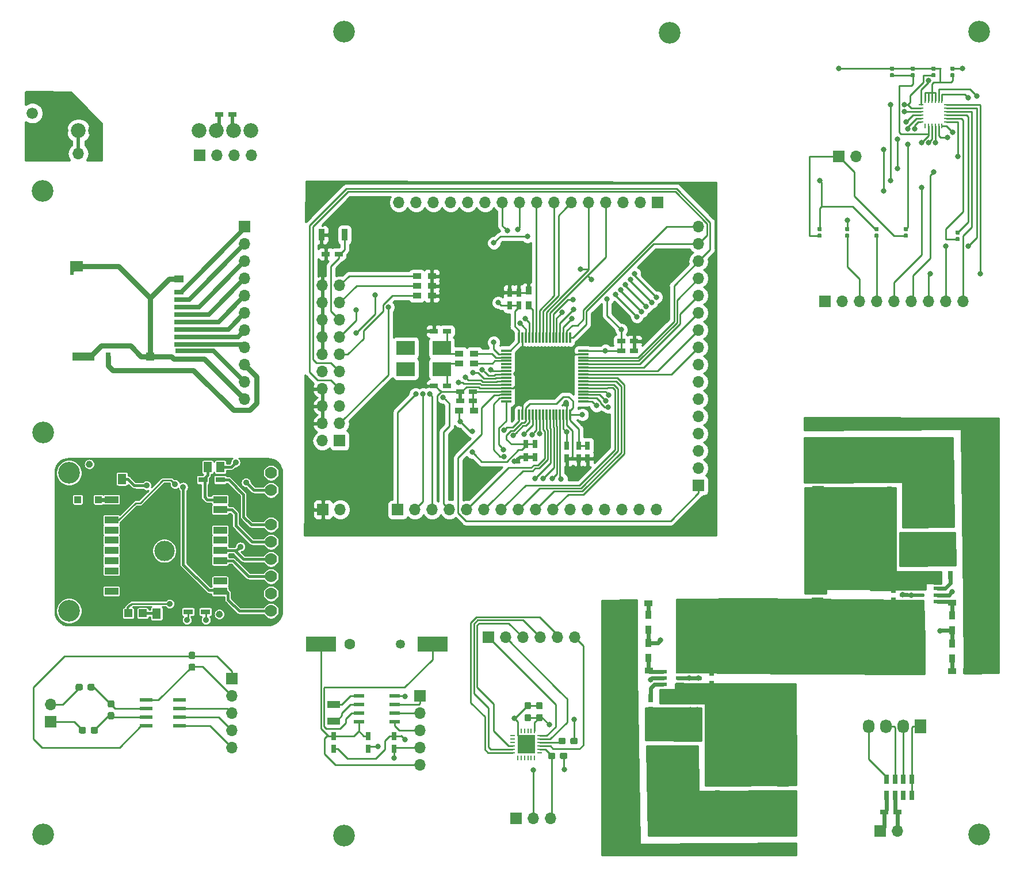
<source format=gbr>
G04 #@! TF.GenerationSoftware,KiCad,Pcbnew,5.0.1-33cea8e~68~ubuntu16.04.1*
G04 #@! TF.CreationDate,2018-10-29T02:49:31-07:00*
G04 #@! TF.ProjectId,integrated-board-design-2,696E74656772617465642D626F617264,rev?*
G04 #@! TF.SameCoordinates,Original*
G04 #@! TF.FileFunction,Copper,L1,Top,Signal*
G04 #@! TF.FilePolarity,Positive*
%FSLAX46Y46*%
G04 Gerber Fmt 4.6, Leading zero omitted, Abs format (unit mm)*
G04 Created by KiCad (PCBNEW 5.0.1-33cea8e~68~ubuntu16.04.1) date Mon 29 Oct 2018 02:49:31 AM PDT*
%MOMM*%
%LPD*%
G01*
G04 APERTURE LIST*
G04 #@! TA.AperFunction,SMDPad,CuDef*
%ADD10R,1.200000X0.750000*%
G04 #@! TD*
G04 #@! TA.AperFunction,ComponentPad*
%ADD11C,2.184400*%
G04 #@! TD*
G04 #@! TA.AperFunction,ComponentPad*
%ADD12R,1.730000X2.030000*%
G04 #@! TD*
G04 #@! TA.AperFunction,ComponentPad*
%ADD13O,1.730000X2.030000*%
G04 #@! TD*
G04 #@! TA.AperFunction,ComponentPad*
%ADD14C,3.200000*%
G04 #@! TD*
G04 #@! TA.AperFunction,SMDPad,CuDef*
%ADD15R,1.400000X0.700000*%
G04 #@! TD*
G04 #@! TA.AperFunction,SMDPad,CuDef*
%ADD16R,1.900000X1.500000*%
G04 #@! TD*
G04 #@! TA.AperFunction,SMDPad,CuDef*
%ADD17R,1.400000X1.000000*%
G04 #@! TD*
G04 #@! TA.AperFunction,SMDPad,CuDef*
%ADD18R,1.200000X1.200000*%
G04 #@! TD*
G04 #@! TA.AperFunction,SMDPad,CuDef*
%ADD19R,3.200000X1.200000*%
G04 #@! TD*
G04 #@! TA.AperFunction,SMDPad,CuDef*
%ADD20R,1.200000X0.700000*%
G04 #@! TD*
G04 #@! TA.AperFunction,SMDPad,CuDef*
%ADD21R,0.500000X0.500000*%
G04 #@! TD*
G04 #@! TA.AperFunction,SMDPad,CuDef*
%ADD22R,0.800000X1.200000*%
G04 #@! TD*
G04 #@! TA.AperFunction,SMDPad,CuDef*
%ADD23C,0.200000*%
G04 #@! TD*
G04 #@! TA.AperFunction,Conductor*
%ADD24C,0.100000*%
G04 #@! TD*
G04 #@! TA.AperFunction,ComponentPad*
%ADD25R,1.700000X1.700000*%
G04 #@! TD*
G04 #@! TA.AperFunction,ComponentPad*
%ADD26O,1.700000X1.700000*%
G04 #@! TD*
G04 #@! TA.AperFunction,SMDPad,CuDef*
%ADD27R,0.650000X1.360000*%
G04 #@! TD*
G04 #@! TA.AperFunction,SMDPad,CuDef*
%ADD28C,0.590000*%
G04 #@! TD*
G04 #@! TA.AperFunction,SMDPad,CuDef*
%ADD29R,0.290000X0.700000*%
G04 #@! TD*
G04 #@! TA.AperFunction,SMDPad,CuDef*
%ADD30R,0.700000X0.290000*%
G04 #@! TD*
G04 #@! TA.AperFunction,SMDPad,CuDef*
%ADD31C,0.950000*%
G04 #@! TD*
G04 #@! TA.AperFunction,SMDPad,CuDef*
%ADD32R,0.260000X0.790000*%
G04 #@! TD*
G04 #@! TA.AperFunction,SMDPad,CuDef*
%ADD33R,0.790000X0.260000*%
G04 #@! TD*
G04 #@! TA.AperFunction,SMDPad,CuDef*
%ADD34R,2.600000X2.700000*%
G04 #@! TD*
G04 #@! TA.AperFunction,SMDPad,CuDef*
%ADD35R,4.064000X1.524000*%
G04 #@! TD*
G04 #@! TA.AperFunction,SMDPad,CuDef*
%ADD36R,1.980000X0.530000*%
G04 #@! TD*
G04 #@! TA.AperFunction,SMDPad,CuDef*
%ADD37R,0.750000X1.200000*%
G04 #@! TD*
G04 #@! TA.AperFunction,SMDPad,CuDef*
%ADD38R,2.200000X1.500000*%
G04 #@! TD*
G04 #@! TA.AperFunction,SMDPad,CuDef*
%ADD39R,1.200000X0.900000*%
G04 #@! TD*
G04 #@! TA.AperFunction,SMDPad,CuDef*
%ADD40R,0.900000X1.200000*%
G04 #@! TD*
G04 #@! TA.AperFunction,SMDPad,CuDef*
%ADD41R,1.270000X0.558800*%
G04 #@! TD*
G04 #@! TA.AperFunction,WasherPad*
%ADD42C,3.000000*%
G04 #@! TD*
G04 #@! TA.AperFunction,SMDPad,CuDef*
%ADD43R,2.000000X1.000000*%
G04 #@! TD*
G04 #@! TA.AperFunction,SMDPad,CuDef*
%ADD44R,1.650000X0.610000*%
G04 #@! TD*
G04 #@! TA.AperFunction,SMDPad,CuDef*
%ADD45R,1.905000X1.092200*%
G04 #@! TD*
G04 #@! TA.AperFunction,WasherPad*
%ADD46C,1.350000*%
G04 #@! TD*
G04 #@! TA.AperFunction,WasherPad*
%ADD47C,1.600000*%
G04 #@! TD*
G04 #@! TA.AperFunction,SMDPad,CuDef*
%ADD48R,4.500000X2.300000*%
G04 #@! TD*
G04 #@! TA.AperFunction,SMDPad,CuDef*
%ADD49R,1.240000X1.500000*%
G04 #@! TD*
G04 #@! TA.AperFunction,SMDPad,CuDef*
%ADD50R,1.350000X0.800000*%
G04 #@! TD*
G04 #@! TA.AperFunction,SMDPad,CuDef*
%ADD51C,1.000000*%
G04 #@! TD*
G04 #@! TA.AperFunction,SMDPad,CuDef*
%ADD52R,1.050000X1.000000*%
G04 #@! TD*
G04 #@! TA.AperFunction,SMDPad,CuDef*
%ADD53R,2.200000X0.850000*%
G04 #@! TD*
G04 #@! TA.AperFunction,ComponentPad*
%ADD54C,1.778000*%
G04 #@! TD*
G04 #@! TA.AperFunction,SMDPad,CuDef*
%ADD55R,1.500000X0.300000*%
G04 #@! TD*
G04 #@! TA.AperFunction,SMDPad,CuDef*
%ADD56R,0.300000X1.500000*%
G04 #@! TD*
G04 #@! TA.AperFunction,SMDPad,CuDef*
%ADD57R,0.900000X1.700000*%
G04 #@! TD*
G04 #@! TA.AperFunction,SMDPad,CuDef*
%ADD58R,2.700000X2.100000*%
G04 #@! TD*
G04 #@! TA.AperFunction,ViaPad*
%ADD59C,0.800000*%
G04 #@! TD*
G04 #@! TA.AperFunction,ViaPad*
%ADD60C,1.676400*%
G04 #@! TD*
G04 #@! TA.AperFunction,ViaPad*
%ADD61C,0.906400*%
G04 #@! TD*
G04 #@! TA.AperFunction,Conductor*
%ADD62C,0.250000*%
G04 #@! TD*
G04 #@! TA.AperFunction,Conductor*
%ADD63C,0.600000*%
G04 #@! TD*
G04 #@! TA.AperFunction,Conductor*
%ADD64C,0.508000*%
G04 #@! TD*
G04 #@! TA.AperFunction,Conductor*
%ADD65C,0.406400*%
G04 #@! TD*
G04 #@! TA.AperFunction,Conductor*
%ADD66C,0.609600*%
G04 #@! TD*
G04 #@! TA.AperFunction,Conductor*
%ADD67C,0.812800*%
G04 #@! TD*
G04 #@! TA.AperFunction,Conductor*
%ADD68C,0.406000*%
G04 #@! TD*
G04 #@! TA.AperFunction,Conductor*
%ADD69C,0.650000*%
G04 #@! TD*
G04 #@! TA.AperFunction,Conductor*
%ADD70C,0.750000*%
G04 #@! TD*
G04 #@! TA.AperFunction,Conductor*
%ADD71C,0.254000*%
G04 #@! TD*
G04 #@! TA.AperFunction,Conductor*
%ADD72C,0.304800*%
G04 #@! TD*
G04 #@! TA.AperFunction,Conductor*
%ADD73C,0.404600*%
G04 #@! TD*
G04 APERTURE END LIST*
D10*
G04 #@! TO.P,C1,1*
G04 #@! TO.N,+3V3*
X200350000Y-147660000D03*
G04 #@! TO.P,C1,2*
G04 #@! TO.N,GND*
X202250000Y-147660000D03*
G04 #@! TD*
D11*
G04 #@! TO.P,U$2,RFGND2*
G04 #@! TO.N,GND*
X79193410Y-47354861D03*
G04 #@! TO.P,U$2,0V*
X104593410Y-47354861D03*
G04 #@! TO.P,U$2,VCC*
G04 #@! TO.N,VCC*
X102053410Y-47354861D03*
G04 #@! TO.P,U$2,EN*
G04 #@! TO.N,/D4*
X99513410Y-47354861D03*
G04 #@! TO.P,U$2,TXD*
G04 #@! TO.N,/D3*
X107133410Y-47354861D03*
G04 #@! TO.P,U$2,GND*
G04 #@! TO.N,GND*
X84273410Y-47354861D03*
G04 #@! TO.P,U$2,RFOUT*
G04 #@! TO.N,PB4*
X81733410Y-47354861D03*
G04 #@! TD*
D12*
G04 #@! TO.P,,1*
G04 #@! TO.N,/CSB*
X205704203Y-135033068D03*
D13*
G04 #@! TO.P,,2*
G04 #@! TO.N,/SDO*
X203164203Y-135033068D03*
G04 #@! TO.P,,3*
G04 #@! TO.N,/SDI*
X200624203Y-135033068D03*
G04 #@! TO.P,,4*
G04 #@! TO.N,/SCLK*
X198084203Y-135033068D03*
G04 #@! TD*
D14*
G04 #@! TO.P,U$8,P$1*
G04 #@! TO.N,N/C*
X76575000Y-150960000D03*
G04 #@! TD*
G04 #@! TO.P,U$8,P$1*
G04 #@! TO.N,N/C*
X76575000Y-91810000D03*
G04 #@! TD*
G04 #@! TO.P,U$8,P$1*
G04 #@! TO.N,N/C*
X168750000Y-32910000D03*
G04 #@! TD*
G04 #@! TO.P,U$8,P$1*
G04 #@! TO.N,N/C*
X120850000Y-32785000D03*
G04 #@! TD*
G04 #@! TO.P,U$8,P$1*
G04 #@! TO.N,N/C*
X120850000Y-151110000D03*
G04 #@! TD*
G04 #@! TO.P,U$9,P$1*
G04 #@! TO.N,N/C*
X76450000Y-56260000D03*
G04 #@! TD*
G04 #@! TO.P,U$9,P$1*
G04 #@! TO.N,N/C*
X214350000Y-32785000D03*
G04 #@! TD*
G04 #@! TO.P,U$8,P$1*
G04 #@! TO.N,N/C*
X214350000Y-150960000D03*
G04 #@! TD*
D15*
G04 #@! TO.P,J2,1*
G04 #@! TO.N,Net-(J2-Pad1)*
X96505440Y-71101760D03*
D16*
G04 #@! TO.P,J2,11*
G04 #@! TO.N,Net-(J2-Pad11)*
X81505440Y-67301760D03*
D17*
X96505440Y-69201760D03*
D18*
X92305440Y-80601760D03*
D19*
X82505440Y-80601760D03*
D20*
G04 #@! TO.P,J2,9*
G04 #@! TO.N,Net-(J2-Pad9)*
X96605440Y-79751760D03*
D15*
G04 #@! TO.P,J2,2*
G04 #@! TO.N,Net-(J2-Pad2)*
X96505440Y-72201760D03*
G04 #@! TO.P,J2,3*
G04 #@! TO.N,Net-(J2-Pad3)*
X96505440Y-73301760D03*
G04 #@! TO.P,J2,4*
G04 #@! TO.N,Net-(J2-Pad4)*
X96505440Y-74401760D03*
G04 #@! TO.P,J2,5*
G04 #@! TO.N,Net-(J2-Pad5)*
X96505440Y-75501760D03*
G04 #@! TO.P,J2,6*
G04 #@! TO.N,Net-(J2-Pad6)*
X96505440Y-76601760D03*
G04 #@! TO.P,J2,7*
G04 #@! TO.N,Net-(J2-Pad7)*
X96505440Y-77701760D03*
G04 #@! TO.P,J2,8*
G04 #@! TO.N,Net-(J2-Pad8)*
X96505440Y-78801760D03*
D21*
G04 #@! TO.P,J2,11*
G04 #@! TO.N,Net-(J2-Pad11)*
X80805440Y-68301760D03*
D22*
G04 #@! TO.P,J2,10*
G04 #@! TO.N,Net-(J2-Pad10)*
X86105440Y-80601760D03*
D23*
G04 #@! TO.P,J2,11*
G04 #@! TO.N,Net-(J2-Pad11)*
X81055440Y-68051760D03*
D24*
G04 #@! TD*
G04 #@! TO.N,Net-(J2-Pad11)*
G04 #@! TO.C,J2*
G36*
X80914019Y-68051760D02*
X81055440Y-67910339D01*
X81196861Y-68051760D01*
X81055440Y-68193181D01*
X80914019Y-68051760D01*
X80914019Y-68051760D01*
G37*
D25*
G04 #@! TO.P,J9,1*
G04 #@! TO.N,Net-(J2-Pad1)*
X106196480Y-61504400D03*
D26*
G04 #@! TO.P,J9,2*
G04 #@! TO.N,Net-(J2-Pad2)*
X106196480Y-64044400D03*
G04 #@! TO.P,J9,3*
G04 #@! TO.N,Net-(J2-Pad3)*
X106196480Y-66584400D03*
G04 #@! TO.P,J9,4*
G04 #@! TO.N,Net-(J2-Pad4)*
X106196480Y-69124400D03*
G04 #@! TO.P,J9,5*
G04 #@! TO.N,Net-(J2-Pad5)*
X106196480Y-71664400D03*
G04 #@! TO.P,J9,6*
G04 #@! TO.N,Net-(J2-Pad6)*
X106196480Y-74204400D03*
G04 #@! TO.P,J9,7*
G04 #@! TO.N,Net-(J2-Pad7)*
X106196480Y-76744400D03*
G04 #@! TO.P,J9,8*
G04 #@! TO.N,Net-(J2-Pad8)*
X106196480Y-79284400D03*
G04 #@! TO.P,J9,9*
G04 #@! TO.N,Net-(J2-Pad10)*
X106196480Y-81824400D03*
G04 #@! TO.P,J9,10*
G04 #@! TO.N,Net-(J2-Pad9)*
X106196480Y-84364400D03*
G04 #@! TO.P,J9,11*
G04 #@! TO.N,Net-(J2-Pad11)*
X106196480Y-86904400D03*
G04 #@! TD*
D27*
G04 #@! TO.P,U1,1*
G04 #@! TO.N,+3V3*
X200664203Y-145193068D03*
G04 #@! TO.P,U1,8*
G04 #@! TO.N,/SCLK*
X200664203Y-142843068D03*
G04 #@! TO.P,U1,2*
G04 #@! TO.N,GND*
X201914203Y-145193068D03*
G04 #@! TO.P,U1,3*
X203164203Y-145193068D03*
G04 #@! TO.P,U1,4*
G04 #@! TO.N,/CSB*
X204414203Y-145193068D03*
G04 #@! TO.P,U1,5*
X204414203Y-142843068D03*
G04 #@! TO.P,U1,6*
G04 #@! TO.N,/SDO*
X203164203Y-142843068D03*
G04 #@! TO.P,U1,7*
G04 #@! TO.N,/SDI*
X201914203Y-142843068D03*
G04 #@! TD*
D25*
G04 #@! TO.P,,1*
G04 #@! TO.N,+3V3*
X199744203Y-150433068D03*
D26*
G04 #@! TO.P,,2*
G04 #@! TO.N,GND*
X202284203Y-150433068D03*
G04 #@! TD*
G04 #@! TO.P,J2,2*
G04 #@! TO.N,Net-(C1-Pad1)*
X196164160Y-51151700D03*
D25*
G04 #@! TO.P,J2,1*
G04 #@! TO.N,Net-(C1-Pad2)*
X193624160Y-51151700D03*
G04 #@! TD*
D24*
G04 #@! TO.N,Net-(C1-Pad2)*
G04 #@! TO.C,C1*
G36*
X201685118Y-37926410D02*
X201699436Y-37928534D01*
X201713477Y-37932051D01*
X201727106Y-37936928D01*
X201740191Y-37943117D01*
X201752607Y-37950558D01*
X201764233Y-37959181D01*
X201774958Y-37968902D01*
X201784679Y-37979627D01*
X201793302Y-37991253D01*
X201800743Y-38003669D01*
X201806932Y-38016754D01*
X201811809Y-38030383D01*
X201815326Y-38044424D01*
X201817450Y-38058742D01*
X201818160Y-38073200D01*
X201818160Y-38368200D01*
X201817450Y-38382658D01*
X201815326Y-38396976D01*
X201811809Y-38411017D01*
X201806932Y-38424646D01*
X201800743Y-38437731D01*
X201793302Y-38450147D01*
X201784679Y-38461773D01*
X201774958Y-38472498D01*
X201764233Y-38482219D01*
X201752607Y-38490842D01*
X201740191Y-38498283D01*
X201727106Y-38504472D01*
X201713477Y-38509349D01*
X201699436Y-38512866D01*
X201685118Y-38514990D01*
X201670660Y-38515700D01*
X201325660Y-38515700D01*
X201311202Y-38514990D01*
X201296884Y-38512866D01*
X201282843Y-38509349D01*
X201269214Y-38504472D01*
X201256129Y-38498283D01*
X201243713Y-38490842D01*
X201232087Y-38482219D01*
X201221362Y-38472498D01*
X201211641Y-38461773D01*
X201203018Y-38450147D01*
X201195577Y-38437731D01*
X201189388Y-38424646D01*
X201184511Y-38411017D01*
X201180994Y-38396976D01*
X201178870Y-38382658D01*
X201178160Y-38368200D01*
X201178160Y-38073200D01*
X201178870Y-38058742D01*
X201180994Y-38044424D01*
X201184511Y-38030383D01*
X201189388Y-38016754D01*
X201195577Y-38003669D01*
X201203018Y-37991253D01*
X201211641Y-37979627D01*
X201221362Y-37968902D01*
X201232087Y-37959181D01*
X201243713Y-37950558D01*
X201256129Y-37943117D01*
X201269214Y-37936928D01*
X201282843Y-37932051D01*
X201296884Y-37928534D01*
X201311202Y-37926410D01*
X201325660Y-37925700D01*
X201670660Y-37925700D01*
X201685118Y-37926410D01*
X201685118Y-37926410D01*
G37*
D28*
G04 #@! TD*
G04 #@! TO.P,C1,2*
G04 #@! TO.N,Net-(C1-Pad2)*
X201498160Y-38220700D03*
D24*
G04 #@! TO.N,Net-(C1-Pad1)*
G04 #@! TO.C,C1*
G36*
X201685118Y-38896410D02*
X201699436Y-38898534D01*
X201713477Y-38902051D01*
X201727106Y-38906928D01*
X201740191Y-38913117D01*
X201752607Y-38920558D01*
X201764233Y-38929181D01*
X201774958Y-38938902D01*
X201784679Y-38949627D01*
X201793302Y-38961253D01*
X201800743Y-38973669D01*
X201806932Y-38986754D01*
X201811809Y-39000383D01*
X201815326Y-39014424D01*
X201817450Y-39028742D01*
X201818160Y-39043200D01*
X201818160Y-39338200D01*
X201817450Y-39352658D01*
X201815326Y-39366976D01*
X201811809Y-39381017D01*
X201806932Y-39394646D01*
X201800743Y-39407731D01*
X201793302Y-39420147D01*
X201784679Y-39431773D01*
X201774958Y-39442498D01*
X201764233Y-39452219D01*
X201752607Y-39460842D01*
X201740191Y-39468283D01*
X201727106Y-39474472D01*
X201713477Y-39479349D01*
X201699436Y-39482866D01*
X201685118Y-39484990D01*
X201670660Y-39485700D01*
X201325660Y-39485700D01*
X201311202Y-39484990D01*
X201296884Y-39482866D01*
X201282843Y-39479349D01*
X201269214Y-39474472D01*
X201256129Y-39468283D01*
X201243713Y-39460842D01*
X201232087Y-39452219D01*
X201221362Y-39442498D01*
X201211641Y-39431773D01*
X201203018Y-39420147D01*
X201195577Y-39407731D01*
X201189388Y-39394646D01*
X201184511Y-39381017D01*
X201180994Y-39366976D01*
X201178870Y-39352658D01*
X201178160Y-39338200D01*
X201178160Y-39043200D01*
X201178870Y-39028742D01*
X201180994Y-39014424D01*
X201184511Y-39000383D01*
X201189388Y-38986754D01*
X201195577Y-38973669D01*
X201203018Y-38961253D01*
X201211641Y-38949627D01*
X201221362Y-38938902D01*
X201232087Y-38929181D01*
X201243713Y-38920558D01*
X201256129Y-38913117D01*
X201269214Y-38906928D01*
X201282843Y-38902051D01*
X201296884Y-38898534D01*
X201311202Y-38896410D01*
X201325660Y-38895700D01*
X201670660Y-38895700D01*
X201685118Y-38896410D01*
X201685118Y-38896410D01*
G37*
D28*
G04 #@! TD*
G04 #@! TO.P,C1,1*
G04 #@! TO.N,Net-(C1-Pad1)*
X201498160Y-39190700D03*
D24*
G04 #@! TO.N,Net-(C1-Pad1)*
G04 #@! TO.C,C2*
G36*
X204733118Y-38896410D02*
X204747436Y-38898534D01*
X204761477Y-38902051D01*
X204775106Y-38906928D01*
X204788191Y-38913117D01*
X204800607Y-38920558D01*
X204812233Y-38929181D01*
X204822958Y-38938902D01*
X204832679Y-38949627D01*
X204841302Y-38961253D01*
X204848743Y-38973669D01*
X204854932Y-38986754D01*
X204859809Y-39000383D01*
X204863326Y-39014424D01*
X204865450Y-39028742D01*
X204866160Y-39043200D01*
X204866160Y-39338200D01*
X204865450Y-39352658D01*
X204863326Y-39366976D01*
X204859809Y-39381017D01*
X204854932Y-39394646D01*
X204848743Y-39407731D01*
X204841302Y-39420147D01*
X204832679Y-39431773D01*
X204822958Y-39442498D01*
X204812233Y-39452219D01*
X204800607Y-39460842D01*
X204788191Y-39468283D01*
X204775106Y-39474472D01*
X204761477Y-39479349D01*
X204747436Y-39482866D01*
X204733118Y-39484990D01*
X204718660Y-39485700D01*
X204373660Y-39485700D01*
X204359202Y-39484990D01*
X204344884Y-39482866D01*
X204330843Y-39479349D01*
X204317214Y-39474472D01*
X204304129Y-39468283D01*
X204291713Y-39460842D01*
X204280087Y-39452219D01*
X204269362Y-39442498D01*
X204259641Y-39431773D01*
X204251018Y-39420147D01*
X204243577Y-39407731D01*
X204237388Y-39394646D01*
X204232511Y-39381017D01*
X204228994Y-39366976D01*
X204226870Y-39352658D01*
X204226160Y-39338200D01*
X204226160Y-39043200D01*
X204226870Y-39028742D01*
X204228994Y-39014424D01*
X204232511Y-39000383D01*
X204237388Y-38986754D01*
X204243577Y-38973669D01*
X204251018Y-38961253D01*
X204259641Y-38949627D01*
X204269362Y-38938902D01*
X204280087Y-38929181D01*
X204291713Y-38920558D01*
X204304129Y-38913117D01*
X204317214Y-38906928D01*
X204330843Y-38902051D01*
X204344884Y-38898534D01*
X204359202Y-38896410D01*
X204373660Y-38895700D01*
X204718660Y-38895700D01*
X204733118Y-38896410D01*
X204733118Y-38896410D01*
G37*
D28*
G04 #@! TD*
G04 #@! TO.P,C2,1*
G04 #@! TO.N,Net-(C1-Pad1)*
X204546160Y-39190700D03*
D24*
G04 #@! TO.N,Net-(C1-Pad2)*
G04 #@! TO.C,C2*
G36*
X204733118Y-37926410D02*
X204747436Y-37928534D01*
X204761477Y-37932051D01*
X204775106Y-37936928D01*
X204788191Y-37943117D01*
X204800607Y-37950558D01*
X204812233Y-37959181D01*
X204822958Y-37968902D01*
X204832679Y-37979627D01*
X204841302Y-37991253D01*
X204848743Y-38003669D01*
X204854932Y-38016754D01*
X204859809Y-38030383D01*
X204863326Y-38044424D01*
X204865450Y-38058742D01*
X204866160Y-38073200D01*
X204866160Y-38368200D01*
X204865450Y-38382658D01*
X204863326Y-38396976D01*
X204859809Y-38411017D01*
X204854932Y-38424646D01*
X204848743Y-38437731D01*
X204841302Y-38450147D01*
X204832679Y-38461773D01*
X204822958Y-38472498D01*
X204812233Y-38482219D01*
X204800607Y-38490842D01*
X204788191Y-38498283D01*
X204775106Y-38504472D01*
X204761477Y-38509349D01*
X204747436Y-38512866D01*
X204733118Y-38514990D01*
X204718660Y-38515700D01*
X204373660Y-38515700D01*
X204359202Y-38514990D01*
X204344884Y-38512866D01*
X204330843Y-38509349D01*
X204317214Y-38504472D01*
X204304129Y-38498283D01*
X204291713Y-38490842D01*
X204280087Y-38482219D01*
X204269362Y-38472498D01*
X204259641Y-38461773D01*
X204251018Y-38450147D01*
X204243577Y-38437731D01*
X204237388Y-38424646D01*
X204232511Y-38411017D01*
X204228994Y-38396976D01*
X204226870Y-38382658D01*
X204226160Y-38368200D01*
X204226160Y-38073200D01*
X204226870Y-38058742D01*
X204228994Y-38044424D01*
X204232511Y-38030383D01*
X204237388Y-38016754D01*
X204243577Y-38003669D01*
X204251018Y-37991253D01*
X204259641Y-37979627D01*
X204269362Y-37968902D01*
X204280087Y-37959181D01*
X204291713Y-37950558D01*
X204304129Y-37943117D01*
X204317214Y-37936928D01*
X204330843Y-37932051D01*
X204344884Y-37928534D01*
X204359202Y-37926410D01*
X204373660Y-37925700D01*
X204718660Y-37925700D01*
X204733118Y-37926410D01*
X204733118Y-37926410D01*
G37*
D28*
G04 #@! TD*
G04 #@! TO.P,C2,2*
G04 #@! TO.N,Net-(C1-Pad2)*
X204546160Y-38220700D03*
D24*
G04 #@! TO.N,Net-(C3-Pad2)*
G04 #@! TO.C,C3*
G36*
X211337118Y-62056410D02*
X211351436Y-62058534D01*
X211365477Y-62062051D01*
X211379106Y-62066928D01*
X211392191Y-62073117D01*
X211404607Y-62080558D01*
X211416233Y-62089181D01*
X211426958Y-62098902D01*
X211436679Y-62109627D01*
X211445302Y-62121253D01*
X211452743Y-62133669D01*
X211458932Y-62146754D01*
X211463809Y-62160383D01*
X211467326Y-62174424D01*
X211469450Y-62188742D01*
X211470160Y-62203200D01*
X211470160Y-62498200D01*
X211469450Y-62512658D01*
X211467326Y-62526976D01*
X211463809Y-62541017D01*
X211458932Y-62554646D01*
X211452743Y-62567731D01*
X211445302Y-62580147D01*
X211436679Y-62591773D01*
X211426958Y-62602498D01*
X211416233Y-62612219D01*
X211404607Y-62620842D01*
X211392191Y-62628283D01*
X211379106Y-62634472D01*
X211365477Y-62639349D01*
X211351436Y-62642866D01*
X211337118Y-62644990D01*
X211322660Y-62645700D01*
X210977660Y-62645700D01*
X210963202Y-62644990D01*
X210948884Y-62642866D01*
X210934843Y-62639349D01*
X210921214Y-62634472D01*
X210908129Y-62628283D01*
X210895713Y-62620842D01*
X210884087Y-62612219D01*
X210873362Y-62602498D01*
X210863641Y-62591773D01*
X210855018Y-62580147D01*
X210847577Y-62567731D01*
X210841388Y-62554646D01*
X210836511Y-62541017D01*
X210832994Y-62526976D01*
X210830870Y-62512658D01*
X210830160Y-62498200D01*
X210830160Y-62203200D01*
X210830870Y-62188742D01*
X210832994Y-62174424D01*
X210836511Y-62160383D01*
X210841388Y-62146754D01*
X210847577Y-62133669D01*
X210855018Y-62121253D01*
X210863641Y-62109627D01*
X210873362Y-62098902D01*
X210884087Y-62089181D01*
X210895713Y-62080558D01*
X210908129Y-62073117D01*
X210921214Y-62066928D01*
X210934843Y-62062051D01*
X210948884Y-62058534D01*
X210963202Y-62056410D01*
X210977660Y-62055700D01*
X211322660Y-62055700D01*
X211337118Y-62056410D01*
X211337118Y-62056410D01*
G37*
D28*
G04 #@! TD*
G04 #@! TO.P,C3,2*
G04 #@! TO.N,Net-(C3-Pad2)*
X211150160Y-62350700D03*
D24*
G04 #@! TO.N,Net-(C3-Pad1)*
G04 #@! TO.C,C3*
G36*
X211337118Y-63026410D02*
X211351436Y-63028534D01*
X211365477Y-63032051D01*
X211379106Y-63036928D01*
X211392191Y-63043117D01*
X211404607Y-63050558D01*
X211416233Y-63059181D01*
X211426958Y-63068902D01*
X211436679Y-63079627D01*
X211445302Y-63091253D01*
X211452743Y-63103669D01*
X211458932Y-63116754D01*
X211463809Y-63130383D01*
X211467326Y-63144424D01*
X211469450Y-63158742D01*
X211470160Y-63173200D01*
X211470160Y-63468200D01*
X211469450Y-63482658D01*
X211467326Y-63496976D01*
X211463809Y-63511017D01*
X211458932Y-63524646D01*
X211452743Y-63537731D01*
X211445302Y-63550147D01*
X211436679Y-63561773D01*
X211426958Y-63572498D01*
X211416233Y-63582219D01*
X211404607Y-63590842D01*
X211392191Y-63598283D01*
X211379106Y-63604472D01*
X211365477Y-63609349D01*
X211351436Y-63612866D01*
X211337118Y-63614990D01*
X211322660Y-63615700D01*
X210977660Y-63615700D01*
X210963202Y-63614990D01*
X210948884Y-63612866D01*
X210934843Y-63609349D01*
X210921214Y-63604472D01*
X210908129Y-63598283D01*
X210895713Y-63590842D01*
X210884087Y-63582219D01*
X210873362Y-63572498D01*
X210863641Y-63561773D01*
X210855018Y-63550147D01*
X210847577Y-63537731D01*
X210841388Y-63524646D01*
X210836511Y-63511017D01*
X210832994Y-63496976D01*
X210830870Y-63482658D01*
X210830160Y-63468200D01*
X210830160Y-63173200D01*
X210830870Y-63158742D01*
X210832994Y-63144424D01*
X210836511Y-63130383D01*
X210841388Y-63116754D01*
X210847577Y-63103669D01*
X210855018Y-63091253D01*
X210863641Y-63079627D01*
X210873362Y-63068902D01*
X210884087Y-63059181D01*
X210895713Y-63050558D01*
X210908129Y-63043117D01*
X210921214Y-63036928D01*
X210934843Y-63032051D01*
X210948884Y-63028534D01*
X210963202Y-63026410D01*
X210977660Y-63025700D01*
X211322660Y-63025700D01*
X211337118Y-63026410D01*
X211337118Y-63026410D01*
G37*
D28*
G04 #@! TD*
G04 #@! TO.P,C3,1*
G04 #@! TO.N,Net-(C3-Pad1)*
X211150160Y-63320700D03*
D24*
G04 #@! TO.N,Net-(D1-Pad2)*
G04 #@! TO.C,D1*
G36*
X199399118Y-61548410D02*
X199413436Y-61550534D01*
X199427477Y-61554051D01*
X199441106Y-61558928D01*
X199454191Y-61565117D01*
X199466607Y-61572558D01*
X199478233Y-61581181D01*
X199488958Y-61590902D01*
X199498679Y-61601627D01*
X199507302Y-61613253D01*
X199514743Y-61625669D01*
X199520932Y-61638754D01*
X199525809Y-61652383D01*
X199529326Y-61666424D01*
X199531450Y-61680742D01*
X199532160Y-61695200D01*
X199532160Y-61990200D01*
X199531450Y-62004658D01*
X199529326Y-62018976D01*
X199525809Y-62033017D01*
X199520932Y-62046646D01*
X199514743Y-62059731D01*
X199507302Y-62072147D01*
X199498679Y-62083773D01*
X199488958Y-62094498D01*
X199478233Y-62104219D01*
X199466607Y-62112842D01*
X199454191Y-62120283D01*
X199441106Y-62126472D01*
X199427477Y-62131349D01*
X199413436Y-62134866D01*
X199399118Y-62136990D01*
X199384660Y-62137700D01*
X199039660Y-62137700D01*
X199025202Y-62136990D01*
X199010884Y-62134866D01*
X198996843Y-62131349D01*
X198983214Y-62126472D01*
X198970129Y-62120283D01*
X198957713Y-62112842D01*
X198946087Y-62104219D01*
X198935362Y-62094498D01*
X198925641Y-62083773D01*
X198917018Y-62072147D01*
X198909577Y-62059731D01*
X198903388Y-62046646D01*
X198898511Y-62033017D01*
X198894994Y-62018976D01*
X198892870Y-62004658D01*
X198892160Y-61990200D01*
X198892160Y-61695200D01*
X198892870Y-61680742D01*
X198894994Y-61666424D01*
X198898511Y-61652383D01*
X198903388Y-61638754D01*
X198909577Y-61625669D01*
X198917018Y-61613253D01*
X198925641Y-61601627D01*
X198935362Y-61590902D01*
X198946087Y-61581181D01*
X198957713Y-61572558D01*
X198970129Y-61565117D01*
X198983214Y-61558928D01*
X198996843Y-61554051D01*
X199010884Y-61550534D01*
X199025202Y-61548410D01*
X199039660Y-61547700D01*
X199384660Y-61547700D01*
X199399118Y-61548410D01*
X199399118Y-61548410D01*
G37*
D28*
G04 #@! TD*
G04 #@! TO.P,D1,2*
G04 #@! TO.N,Net-(D1-Pad2)*
X199212160Y-61842700D03*
D24*
G04 #@! TO.N,Net-(D1-Pad1)*
G04 #@! TO.C,D1*
G36*
X199399118Y-62518410D02*
X199413436Y-62520534D01*
X199427477Y-62524051D01*
X199441106Y-62528928D01*
X199454191Y-62535117D01*
X199466607Y-62542558D01*
X199478233Y-62551181D01*
X199488958Y-62560902D01*
X199498679Y-62571627D01*
X199507302Y-62583253D01*
X199514743Y-62595669D01*
X199520932Y-62608754D01*
X199525809Y-62622383D01*
X199529326Y-62636424D01*
X199531450Y-62650742D01*
X199532160Y-62665200D01*
X199532160Y-62960200D01*
X199531450Y-62974658D01*
X199529326Y-62988976D01*
X199525809Y-63003017D01*
X199520932Y-63016646D01*
X199514743Y-63029731D01*
X199507302Y-63042147D01*
X199498679Y-63053773D01*
X199488958Y-63064498D01*
X199478233Y-63074219D01*
X199466607Y-63082842D01*
X199454191Y-63090283D01*
X199441106Y-63096472D01*
X199427477Y-63101349D01*
X199413436Y-63104866D01*
X199399118Y-63106990D01*
X199384660Y-63107700D01*
X199039660Y-63107700D01*
X199025202Y-63106990D01*
X199010884Y-63104866D01*
X198996843Y-63101349D01*
X198983214Y-63096472D01*
X198970129Y-63090283D01*
X198957713Y-63082842D01*
X198946087Y-63074219D01*
X198935362Y-63064498D01*
X198925641Y-63053773D01*
X198917018Y-63042147D01*
X198909577Y-63029731D01*
X198903388Y-63016646D01*
X198898511Y-63003017D01*
X198894994Y-62988976D01*
X198892870Y-62974658D01*
X198892160Y-62960200D01*
X198892160Y-62665200D01*
X198892870Y-62650742D01*
X198894994Y-62636424D01*
X198898511Y-62622383D01*
X198903388Y-62608754D01*
X198909577Y-62595669D01*
X198917018Y-62583253D01*
X198925641Y-62571627D01*
X198935362Y-62560902D01*
X198946087Y-62551181D01*
X198957713Y-62542558D01*
X198970129Y-62535117D01*
X198983214Y-62528928D01*
X198996843Y-62524051D01*
X199010884Y-62520534D01*
X199025202Y-62518410D01*
X199039660Y-62517700D01*
X199384660Y-62517700D01*
X199399118Y-62518410D01*
X199399118Y-62518410D01*
G37*
D28*
G04 #@! TD*
G04 #@! TO.P,D1,1*
G04 #@! TO.N,Net-(D1-Pad1)*
X199212160Y-62812700D03*
D24*
G04 #@! TO.N,Net-(D2-Pad1)*
G04 #@! TO.C,D2*
G36*
X195081118Y-62518410D02*
X195095436Y-62520534D01*
X195109477Y-62524051D01*
X195123106Y-62528928D01*
X195136191Y-62535117D01*
X195148607Y-62542558D01*
X195160233Y-62551181D01*
X195170958Y-62560902D01*
X195180679Y-62571627D01*
X195189302Y-62583253D01*
X195196743Y-62595669D01*
X195202932Y-62608754D01*
X195207809Y-62622383D01*
X195211326Y-62636424D01*
X195213450Y-62650742D01*
X195214160Y-62665200D01*
X195214160Y-62960200D01*
X195213450Y-62974658D01*
X195211326Y-62988976D01*
X195207809Y-63003017D01*
X195202932Y-63016646D01*
X195196743Y-63029731D01*
X195189302Y-63042147D01*
X195180679Y-63053773D01*
X195170958Y-63064498D01*
X195160233Y-63074219D01*
X195148607Y-63082842D01*
X195136191Y-63090283D01*
X195123106Y-63096472D01*
X195109477Y-63101349D01*
X195095436Y-63104866D01*
X195081118Y-63106990D01*
X195066660Y-63107700D01*
X194721660Y-63107700D01*
X194707202Y-63106990D01*
X194692884Y-63104866D01*
X194678843Y-63101349D01*
X194665214Y-63096472D01*
X194652129Y-63090283D01*
X194639713Y-63082842D01*
X194628087Y-63074219D01*
X194617362Y-63064498D01*
X194607641Y-63053773D01*
X194599018Y-63042147D01*
X194591577Y-63029731D01*
X194585388Y-63016646D01*
X194580511Y-63003017D01*
X194576994Y-62988976D01*
X194574870Y-62974658D01*
X194574160Y-62960200D01*
X194574160Y-62665200D01*
X194574870Y-62650742D01*
X194576994Y-62636424D01*
X194580511Y-62622383D01*
X194585388Y-62608754D01*
X194591577Y-62595669D01*
X194599018Y-62583253D01*
X194607641Y-62571627D01*
X194617362Y-62560902D01*
X194628087Y-62551181D01*
X194639713Y-62542558D01*
X194652129Y-62535117D01*
X194665214Y-62528928D01*
X194678843Y-62524051D01*
X194692884Y-62520534D01*
X194707202Y-62518410D01*
X194721660Y-62517700D01*
X195066660Y-62517700D01*
X195081118Y-62518410D01*
X195081118Y-62518410D01*
G37*
D28*
G04 #@! TD*
G04 #@! TO.P,D2,1*
G04 #@! TO.N,Net-(D2-Pad1)*
X194894160Y-62812700D03*
D24*
G04 #@! TO.N,Net-(D2-Pad2)*
G04 #@! TO.C,D2*
G36*
X195081118Y-61548410D02*
X195095436Y-61550534D01*
X195109477Y-61554051D01*
X195123106Y-61558928D01*
X195136191Y-61565117D01*
X195148607Y-61572558D01*
X195160233Y-61581181D01*
X195170958Y-61590902D01*
X195180679Y-61601627D01*
X195189302Y-61613253D01*
X195196743Y-61625669D01*
X195202932Y-61638754D01*
X195207809Y-61652383D01*
X195211326Y-61666424D01*
X195213450Y-61680742D01*
X195214160Y-61695200D01*
X195214160Y-61990200D01*
X195213450Y-62004658D01*
X195211326Y-62018976D01*
X195207809Y-62033017D01*
X195202932Y-62046646D01*
X195196743Y-62059731D01*
X195189302Y-62072147D01*
X195180679Y-62083773D01*
X195170958Y-62094498D01*
X195160233Y-62104219D01*
X195148607Y-62112842D01*
X195136191Y-62120283D01*
X195123106Y-62126472D01*
X195109477Y-62131349D01*
X195095436Y-62134866D01*
X195081118Y-62136990D01*
X195066660Y-62137700D01*
X194721660Y-62137700D01*
X194707202Y-62136990D01*
X194692884Y-62134866D01*
X194678843Y-62131349D01*
X194665214Y-62126472D01*
X194652129Y-62120283D01*
X194639713Y-62112842D01*
X194628087Y-62104219D01*
X194617362Y-62094498D01*
X194607641Y-62083773D01*
X194599018Y-62072147D01*
X194591577Y-62059731D01*
X194585388Y-62046646D01*
X194580511Y-62033017D01*
X194576994Y-62018976D01*
X194574870Y-62004658D01*
X194574160Y-61990200D01*
X194574160Y-61695200D01*
X194574870Y-61680742D01*
X194576994Y-61666424D01*
X194580511Y-61652383D01*
X194585388Y-61638754D01*
X194591577Y-61625669D01*
X194599018Y-61613253D01*
X194607641Y-61601627D01*
X194617362Y-61590902D01*
X194628087Y-61581181D01*
X194639713Y-61572558D01*
X194652129Y-61565117D01*
X194665214Y-61558928D01*
X194678843Y-61554051D01*
X194692884Y-61550534D01*
X194707202Y-61548410D01*
X194721660Y-61547700D01*
X195066660Y-61547700D01*
X195081118Y-61548410D01*
X195081118Y-61548410D01*
G37*
D28*
G04 #@! TD*
G04 #@! TO.P,D2,2*
G04 #@! TO.N,Net-(D2-Pad2)*
X194894160Y-61842700D03*
D26*
G04 #@! TO.P,J1,9*
G04 #@! TO.N,Net-(J1-Pad9)*
X211909161Y-72486699D03*
G04 #@! TO.P,J1,8*
G04 #@! TO.N,Net-(J1-Pad8)*
X209369161Y-72486699D03*
G04 #@! TO.P,J1,7*
G04 #@! TO.N,Net-(J1-Pad7)*
X206829161Y-72486699D03*
G04 #@! TO.P,J1,6*
G04 #@! TO.N,Net-(J1-Pad6)*
X204289161Y-72486699D03*
G04 #@! TO.P,J1,5*
G04 #@! TO.N,Net-(J1-Pad5)*
X201749161Y-72486699D03*
G04 #@! TO.P,J1,4*
G04 #@! TO.N,Net-(D1-Pad1)*
X199209161Y-72486699D03*
G04 #@! TO.P,J1,3*
G04 #@! TO.N,Net-(D2-Pad1)*
X196669161Y-72486699D03*
G04 #@! TO.P,J1,2*
G04 #@! TO.N,Net-(J1-Pad2)*
X194129161Y-72486699D03*
D25*
G04 #@! TO.P,J1,1*
G04 #@! TO.N,Net-(J1-Pad1)*
X191589161Y-72486699D03*
G04 #@! TD*
D24*
G04 #@! TO.N,Net-(D1-Pad2)*
G04 #@! TO.C,R1*
G36*
X191017118Y-61548410D02*
X191031436Y-61550534D01*
X191045477Y-61554051D01*
X191059106Y-61558928D01*
X191072191Y-61565117D01*
X191084607Y-61572558D01*
X191096233Y-61581181D01*
X191106958Y-61590902D01*
X191116679Y-61601627D01*
X191125302Y-61613253D01*
X191132743Y-61625669D01*
X191138932Y-61638754D01*
X191143809Y-61652383D01*
X191147326Y-61666424D01*
X191149450Y-61680742D01*
X191150160Y-61695200D01*
X191150160Y-61990200D01*
X191149450Y-62004658D01*
X191147326Y-62018976D01*
X191143809Y-62033017D01*
X191138932Y-62046646D01*
X191132743Y-62059731D01*
X191125302Y-62072147D01*
X191116679Y-62083773D01*
X191106958Y-62094498D01*
X191096233Y-62104219D01*
X191084607Y-62112842D01*
X191072191Y-62120283D01*
X191059106Y-62126472D01*
X191045477Y-62131349D01*
X191031436Y-62134866D01*
X191017118Y-62136990D01*
X191002660Y-62137700D01*
X190657660Y-62137700D01*
X190643202Y-62136990D01*
X190628884Y-62134866D01*
X190614843Y-62131349D01*
X190601214Y-62126472D01*
X190588129Y-62120283D01*
X190575713Y-62112842D01*
X190564087Y-62104219D01*
X190553362Y-62094498D01*
X190543641Y-62083773D01*
X190535018Y-62072147D01*
X190527577Y-62059731D01*
X190521388Y-62046646D01*
X190516511Y-62033017D01*
X190512994Y-62018976D01*
X190510870Y-62004658D01*
X190510160Y-61990200D01*
X190510160Y-61695200D01*
X190510870Y-61680742D01*
X190512994Y-61666424D01*
X190516511Y-61652383D01*
X190521388Y-61638754D01*
X190527577Y-61625669D01*
X190535018Y-61613253D01*
X190543641Y-61601627D01*
X190553362Y-61590902D01*
X190564087Y-61581181D01*
X190575713Y-61572558D01*
X190588129Y-61565117D01*
X190601214Y-61558928D01*
X190614843Y-61554051D01*
X190628884Y-61550534D01*
X190643202Y-61548410D01*
X190657660Y-61547700D01*
X191002660Y-61547700D01*
X191017118Y-61548410D01*
X191017118Y-61548410D01*
G37*
D28*
G04 #@! TD*
G04 #@! TO.P,R1,2*
G04 #@! TO.N,Net-(D1-Pad2)*
X190830160Y-61842700D03*
D24*
G04 #@! TO.N,Net-(C1-Pad2)*
G04 #@! TO.C,R1*
G36*
X191017118Y-62518410D02*
X191031436Y-62520534D01*
X191045477Y-62524051D01*
X191059106Y-62528928D01*
X191072191Y-62535117D01*
X191084607Y-62542558D01*
X191096233Y-62551181D01*
X191106958Y-62560902D01*
X191116679Y-62571627D01*
X191125302Y-62583253D01*
X191132743Y-62595669D01*
X191138932Y-62608754D01*
X191143809Y-62622383D01*
X191147326Y-62636424D01*
X191149450Y-62650742D01*
X191150160Y-62665200D01*
X191150160Y-62960200D01*
X191149450Y-62974658D01*
X191147326Y-62988976D01*
X191143809Y-63003017D01*
X191138932Y-63016646D01*
X191132743Y-63029731D01*
X191125302Y-63042147D01*
X191116679Y-63053773D01*
X191106958Y-63064498D01*
X191096233Y-63074219D01*
X191084607Y-63082842D01*
X191072191Y-63090283D01*
X191059106Y-63096472D01*
X191045477Y-63101349D01*
X191031436Y-63104866D01*
X191017118Y-63106990D01*
X191002660Y-63107700D01*
X190657660Y-63107700D01*
X190643202Y-63106990D01*
X190628884Y-63104866D01*
X190614843Y-63101349D01*
X190601214Y-63096472D01*
X190588129Y-63090283D01*
X190575713Y-63082842D01*
X190564087Y-63074219D01*
X190553362Y-63064498D01*
X190543641Y-63053773D01*
X190535018Y-63042147D01*
X190527577Y-63029731D01*
X190521388Y-63016646D01*
X190516511Y-63003017D01*
X190512994Y-62988976D01*
X190510870Y-62974658D01*
X190510160Y-62960200D01*
X190510160Y-62665200D01*
X190510870Y-62650742D01*
X190512994Y-62636424D01*
X190516511Y-62622383D01*
X190521388Y-62608754D01*
X190527577Y-62595669D01*
X190535018Y-62583253D01*
X190543641Y-62571627D01*
X190553362Y-62560902D01*
X190564087Y-62551181D01*
X190575713Y-62542558D01*
X190588129Y-62535117D01*
X190601214Y-62528928D01*
X190614843Y-62524051D01*
X190628884Y-62520534D01*
X190643202Y-62518410D01*
X190657660Y-62517700D01*
X191002660Y-62517700D01*
X191017118Y-62518410D01*
X191017118Y-62518410D01*
G37*
D28*
G04 #@! TD*
G04 #@! TO.P,R1,1*
G04 #@! TO.N,Net-(C1-Pad2)*
X190830160Y-62812700D03*
D24*
G04 #@! TO.N,Net-(R2-Pad2)*
G04 #@! TO.C,R2*
G36*
X210575118Y-37926410D02*
X210589436Y-37928534D01*
X210603477Y-37932051D01*
X210617106Y-37936928D01*
X210630191Y-37943117D01*
X210642607Y-37950558D01*
X210654233Y-37959181D01*
X210664958Y-37968902D01*
X210674679Y-37979627D01*
X210683302Y-37991253D01*
X210690743Y-38003669D01*
X210696932Y-38016754D01*
X210701809Y-38030383D01*
X210705326Y-38044424D01*
X210707450Y-38058742D01*
X210708160Y-38073200D01*
X210708160Y-38368200D01*
X210707450Y-38382658D01*
X210705326Y-38396976D01*
X210701809Y-38411017D01*
X210696932Y-38424646D01*
X210690743Y-38437731D01*
X210683302Y-38450147D01*
X210674679Y-38461773D01*
X210664958Y-38472498D01*
X210654233Y-38482219D01*
X210642607Y-38490842D01*
X210630191Y-38498283D01*
X210617106Y-38504472D01*
X210603477Y-38509349D01*
X210589436Y-38512866D01*
X210575118Y-38514990D01*
X210560660Y-38515700D01*
X210215660Y-38515700D01*
X210201202Y-38514990D01*
X210186884Y-38512866D01*
X210172843Y-38509349D01*
X210159214Y-38504472D01*
X210146129Y-38498283D01*
X210133713Y-38490842D01*
X210122087Y-38482219D01*
X210111362Y-38472498D01*
X210101641Y-38461773D01*
X210093018Y-38450147D01*
X210085577Y-38437731D01*
X210079388Y-38424646D01*
X210074511Y-38411017D01*
X210070994Y-38396976D01*
X210068870Y-38382658D01*
X210068160Y-38368200D01*
X210068160Y-38073200D01*
X210068870Y-38058742D01*
X210070994Y-38044424D01*
X210074511Y-38030383D01*
X210079388Y-38016754D01*
X210085577Y-38003669D01*
X210093018Y-37991253D01*
X210101641Y-37979627D01*
X210111362Y-37968902D01*
X210122087Y-37959181D01*
X210133713Y-37950558D01*
X210146129Y-37943117D01*
X210159214Y-37936928D01*
X210172843Y-37932051D01*
X210186884Y-37928534D01*
X210201202Y-37926410D01*
X210215660Y-37925700D01*
X210560660Y-37925700D01*
X210575118Y-37926410D01*
X210575118Y-37926410D01*
G37*
D28*
G04 #@! TD*
G04 #@! TO.P,R2,2*
G04 #@! TO.N,Net-(R2-Pad2)*
X210388160Y-38220700D03*
D24*
G04 #@! TO.N,Net-(C1-Pad2)*
G04 #@! TO.C,R2*
G36*
X210575118Y-38896410D02*
X210589436Y-38898534D01*
X210603477Y-38902051D01*
X210617106Y-38906928D01*
X210630191Y-38913117D01*
X210642607Y-38920558D01*
X210654233Y-38929181D01*
X210664958Y-38938902D01*
X210674679Y-38949627D01*
X210683302Y-38961253D01*
X210690743Y-38973669D01*
X210696932Y-38986754D01*
X210701809Y-39000383D01*
X210705326Y-39014424D01*
X210707450Y-39028742D01*
X210708160Y-39043200D01*
X210708160Y-39338200D01*
X210707450Y-39352658D01*
X210705326Y-39366976D01*
X210701809Y-39381017D01*
X210696932Y-39394646D01*
X210690743Y-39407731D01*
X210683302Y-39420147D01*
X210674679Y-39431773D01*
X210664958Y-39442498D01*
X210654233Y-39452219D01*
X210642607Y-39460842D01*
X210630191Y-39468283D01*
X210617106Y-39474472D01*
X210603477Y-39479349D01*
X210589436Y-39482866D01*
X210575118Y-39484990D01*
X210560660Y-39485700D01*
X210215660Y-39485700D01*
X210201202Y-39484990D01*
X210186884Y-39482866D01*
X210172843Y-39479349D01*
X210159214Y-39474472D01*
X210146129Y-39468283D01*
X210133713Y-39460842D01*
X210122087Y-39452219D01*
X210111362Y-39442498D01*
X210101641Y-39431773D01*
X210093018Y-39420147D01*
X210085577Y-39407731D01*
X210079388Y-39394646D01*
X210074511Y-39381017D01*
X210070994Y-39366976D01*
X210068870Y-39352658D01*
X210068160Y-39338200D01*
X210068160Y-39043200D01*
X210068870Y-39028742D01*
X210070994Y-39014424D01*
X210074511Y-39000383D01*
X210079388Y-38986754D01*
X210085577Y-38973669D01*
X210093018Y-38961253D01*
X210101641Y-38949627D01*
X210111362Y-38938902D01*
X210122087Y-38929181D01*
X210133713Y-38920558D01*
X210146129Y-38913117D01*
X210159214Y-38906928D01*
X210172843Y-38902051D01*
X210186884Y-38898534D01*
X210201202Y-38896410D01*
X210215660Y-38895700D01*
X210560660Y-38895700D01*
X210575118Y-38896410D01*
X210575118Y-38896410D01*
G37*
D28*
G04 #@! TD*
G04 #@! TO.P,R2,1*
G04 #@! TO.N,Net-(C1-Pad2)*
X210388160Y-39190700D03*
D24*
G04 #@! TO.N,Net-(C1-Pad2)*
G04 #@! TO.C,R3*
G36*
X203717118Y-62518410D02*
X203731436Y-62520534D01*
X203745477Y-62524051D01*
X203759106Y-62528928D01*
X203772191Y-62535117D01*
X203784607Y-62542558D01*
X203796233Y-62551181D01*
X203806958Y-62560902D01*
X203816679Y-62571627D01*
X203825302Y-62583253D01*
X203832743Y-62595669D01*
X203838932Y-62608754D01*
X203843809Y-62622383D01*
X203847326Y-62636424D01*
X203849450Y-62650742D01*
X203850160Y-62665200D01*
X203850160Y-62960200D01*
X203849450Y-62974658D01*
X203847326Y-62988976D01*
X203843809Y-63003017D01*
X203838932Y-63016646D01*
X203832743Y-63029731D01*
X203825302Y-63042147D01*
X203816679Y-63053773D01*
X203806958Y-63064498D01*
X203796233Y-63074219D01*
X203784607Y-63082842D01*
X203772191Y-63090283D01*
X203759106Y-63096472D01*
X203745477Y-63101349D01*
X203731436Y-63104866D01*
X203717118Y-63106990D01*
X203702660Y-63107700D01*
X203357660Y-63107700D01*
X203343202Y-63106990D01*
X203328884Y-63104866D01*
X203314843Y-63101349D01*
X203301214Y-63096472D01*
X203288129Y-63090283D01*
X203275713Y-63082842D01*
X203264087Y-63074219D01*
X203253362Y-63064498D01*
X203243641Y-63053773D01*
X203235018Y-63042147D01*
X203227577Y-63029731D01*
X203221388Y-63016646D01*
X203216511Y-63003017D01*
X203212994Y-62988976D01*
X203210870Y-62974658D01*
X203210160Y-62960200D01*
X203210160Y-62665200D01*
X203210870Y-62650742D01*
X203212994Y-62636424D01*
X203216511Y-62622383D01*
X203221388Y-62608754D01*
X203227577Y-62595669D01*
X203235018Y-62583253D01*
X203243641Y-62571627D01*
X203253362Y-62560902D01*
X203264087Y-62551181D01*
X203275713Y-62542558D01*
X203288129Y-62535117D01*
X203301214Y-62528928D01*
X203314843Y-62524051D01*
X203328884Y-62520534D01*
X203343202Y-62518410D01*
X203357660Y-62517700D01*
X203702660Y-62517700D01*
X203717118Y-62518410D01*
X203717118Y-62518410D01*
G37*
D28*
G04 #@! TD*
G04 #@! TO.P,R3,1*
G04 #@! TO.N,Net-(C1-Pad2)*
X203530160Y-62812700D03*
D24*
G04 #@! TO.N,Net-(R3-Pad2)*
G04 #@! TO.C,R3*
G36*
X203717118Y-61548410D02*
X203731436Y-61550534D01*
X203745477Y-61554051D01*
X203759106Y-61558928D01*
X203772191Y-61565117D01*
X203784607Y-61572558D01*
X203796233Y-61581181D01*
X203806958Y-61590902D01*
X203816679Y-61601627D01*
X203825302Y-61613253D01*
X203832743Y-61625669D01*
X203838932Y-61638754D01*
X203843809Y-61652383D01*
X203847326Y-61666424D01*
X203849450Y-61680742D01*
X203850160Y-61695200D01*
X203850160Y-61990200D01*
X203849450Y-62004658D01*
X203847326Y-62018976D01*
X203843809Y-62033017D01*
X203838932Y-62046646D01*
X203832743Y-62059731D01*
X203825302Y-62072147D01*
X203816679Y-62083773D01*
X203806958Y-62094498D01*
X203796233Y-62104219D01*
X203784607Y-62112842D01*
X203772191Y-62120283D01*
X203759106Y-62126472D01*
X203745477Y-62131349D01*
X203731436Y-62134866D01*
X203717118Y-62136990D01*
X203702660Y-62137700D01*
X203357660Y-62137700D01*
X203343202Y-62136990D01*
X203328884Y-62134866D01*
X203314843Y-62131349D01*
X203301214Y-62126472D01*
X203288129Y-62120283D01*
X203275713Y-62112842D01*
X203264087Y-62104219D01*
X203253362Y-62094498D01*
X203243641Y-62083773D01*
X203235018Y-62072147D01*
X203227577Y-62059731D01*
X203221388Y-62046646D01*
X203216511Y-62033017D01*
X203212994Y-62018976D01*
X203210870Y-62004658D01*
X203210160Y-61990200D01*
X203210160Y-61695200D01*
X203210870Y-61680742D01*
X203212994Y-61666424D01*
X203216511Y-61652383D01*
X203221388Y-61638754D01*
X203227577Y-61625669D01*
X203235018Y-61613253D01*
X203243641Y-61601627D01*
X203253362Y-61590902D01*
X203264087Y-61581181D01*
X203275713Y-61572558D01*
X203288129Y-61565117D01*
X203301214Y-61558928D01*
X203314843Y-61554051D01*
X203328884Y-61550534D01*
X203343202Y-61548410D01*
X203357660Y-61547700D01*
X203702660Y-61547700D01*
X203717118Y-61548410D01*
X203717118Y-61548410D01*
G37*
D28*
G04 #@! TD*
G04 #@! TO.P,R3,2*
G04 #@! TO.N,Net-(R3-Pad2)*
X203530160Y-61842700D03*
D24*
G04 #@! TO.N,Net-(D2-Pad2)*
G04 #@! TO.C,R4*
G36*
X207781118Y-38896410D02*
X207795436Y-38898534D01*
X207809477Y-38902051D01*
X207823106Y-38906928D01*
X207836191Y-38913117D01*
X207848607Y-38920558D01*
X207860233Y-38929181D01*
X207870958Y-38938902D01*
X207880679Y-38949627D01*
X207889302Y-38961253D01*
X207896743Y-38973669D01*
X207902932Y-38986754D01*
X207907809Y-39000383D01*
X207911326Y-39014424D01*
X207913450Y-39028742D01*
X207914160Y-39043200D01*
X207914160Y-39338200D01*
X207913450Y-39352658D01*
X207911326Y-39366976D01*
X207907809Y-39381017D01*
X207902932Y-39394646D01*
X207896743Y-39407731D01*
X207889302Y-39420147D01*
X207880679Y-39431773D01*
X207870958Y-39442498D01*
X207860233Y-39452219D01*
X207848607Y-39460842D01*
X207836191Y-39468283D01*
X207823106Y-39474472D01*
X207809477Y-39479349D01*
X207795436Y-39482866D01*
X207781118Y-39484990D01*
X207766660Y-39485700D01*
X207421660Y-39485700D01*
X207407202Y-39484990D01*
X207392884Y-39482866D01*
X207378843Y-39479349D01*
X207365214Y-39474472D01*
X207352129Y-39468283D01*
X207339713Y-39460842D01*
X207328087Y-39452219D01*
X207317362Y-39442498D01*
X207307641Y-39431773D01*
X207299018Y-39420147D01*
X207291577Y-39407731D01*
X207285388Y-39394646D01*
X207280511Y-39381017D01*
X207276994Y-39366976D01*
X207274870Y-39352658D01*
X207274160Y-39338200D01*
X207274160Y-39043200D01*
X207274870Y-39028742D01*
X207276994Y-39014424D01*
X207280511Y-39000383D01*
X207285388Y-38986754D01*
X207291577Y-38973669D01*
X207299018Y-38961253D01*
X207307641Y-38949627D01*
X207317362Y-38938902D01*
X207328087Y-38929181D01*
X207339713Y-38920558D01*
X207352129Y-38913117D01*
X207365214Y-38906928D01*
X207378843Y-38902051D01*
X207392884Y-38898534D01*
X207407202Y-38896410D01*
X207421660Y-38895700D01*
X207766660Y-38895700D01*
X207781118Y-38896410D01*
X207781118Y-38896410D01*
G37*
D28*
G04 #@! TD*
G04 #@! TO.P,R4,1*
G04 #@! TO.N,Net-(D2-Pad2)*
X207594160Y-39190700D03*
D24*
G04 #@! TO.N,Net-(C1-Pad2)*
G04 #@! TO.C,R4*
G36*
X207781118Y-37926410D02*
X207795436Y-37928534D01*
X207809477Y-37932051D01*
X207823106Y-37936928D01*
X207836191Y-37943117D01*
X207848607Y-37950558D01*
X207860233Y-37959181D01*
X207870958Y-37968902D01*
X207880679Y-37979627D01*
X207889302Y-37991253D01*
X207896743Y-38003669D01*
X207902932Y-38016754D01*
X207907809Y-38030383D01*
X207911326Y-38044424D01*
X207913450Y-38058742D01*
X207914160Y-38073200D01*
X207914160Y-38368200D01*
X207913450Y-38382658D01*
X207911326Y-38396976D01*
X207907809Y-38411017D01*
X207902932Y-38424646D01*
X207896743Y-38437731D01*
X207889302Y-38450147D01*
X207880679Y-38461773D01*
X207870958Y-38472498D01*
X207860233Y-38482219D01*
X207848607Y-38490842D01*
X207836191Y-38498283D01*
X207823106Y-38504472D01*
X207809477Y-38509349D01*
X207795436Y-38512866D01*
X207781118Y-38514990D01*
X207766660Y-38515700D01*
X207421660Y-38515700D01*
X207407202Y-38514990D01*
X207392884Y-38512866D01*
X207378843Y-38509349D01*
X207365214Y-38504472D01*
X207352129Y-38498283D01*
X207339713Y-38490842D01*
X207328087Y-38482219D01*
X207317362Y-38472498D01*
X207307641Y-38461773D01*
X207299018Y-38450147D01*
X207291577Y-38437731D01*
X207285388Y-38424646D01*
X207280511Y-38411017D01*
X207276994Y-38396976D01*
X207274870Y-38382658D01*
X207274160Y-38368200D01*
X207274160Y-38073200D01*
X207274870Y-38058742D01*
X207276994Y-38044424D01*
X207280511Y-38030383D01*
X207285388Y-38016754D01*
X207291577Y-38003669D01*
X207299018Y-37991253D01*
X207307641Y-37979627D01*
X207317362Y-37968902D01*
X207328087Y-37959181D01*
X207339713Y-37950558D01*
X207352129Y-37943117D01*
X207365214Y-37936928D01*
X207378843Y-37932051D01*
X207392884Y-37928534D01*
X207407202Y-37926410D01*
X207421660Y-37925700D01*
X207766660Y-37925700D01*
X207781118Y-37926410D01*
X207781118Y-37926410D01*
G37*
D28*
G04 #@! TD*
G04 #@! TO.P,R4,2*
G04 #@! TO.N,Net-(C1-Pad2)*
X207594160Y-38220700D03*
D29*
G04 #@! TO.P,U1,1*
G04 #@! TO.N,N/C*
X206344160Y-46676700D03*
G04 #@! TO.P,U1,2*
G04 #@! TO.N,Net-(C1-Pad1)*
X206844160Y-46676700D03*
G04 #@! TO.P,U1,3*
X207344160Y-46676700D03*
G04 #@! TO.P,U1,4*
X207844160Y-46676700D03*
G04 #@! TO.P,U1,5*
X208344160Y-46676700D03*
G04 #@! TO.P,U1,6*
X208844160Y-46676700D03*
D30*
G04 #@! TO.P,U1,7*
X209469160Y-46051700D03*
G04 #@! TO.P,U1,8*
G04 #@! TO.N,Net-(C3-Pad1)*
X209469160Y-45551700D03*
G04 #@! TO.P,U1,9*
G04 #@! TO.N,Net-(C3-Pad2)*
X209469160Y-45051700D03*
G04 #@! TO.P,U1,10*
G04 #@! TO.N,Net-(J1-Pad9)*
X209469160Y-44551700D03*
G04 #@! TO.P,U1,11*
G04 #@! TO.N,Net-(J1-Pad8)*
X209469160Y-44051700D03*
G04 #@! TO.P,U1,12*
G04 #@! TO.N,Net-(J1-Pad7)*
X209469160Y-43551700D03*
D29*
G04 #@! TO.P,U1,13*
G04 #@! TO.N,Net-(J1-Pad6)*
X208844160Y-42926700D03*
G04 #@! TO.P,U1,14*
G04 #@! TO.N,Net-(J1-Pad5)*
X208344160Y-42926700D03*
G04 #@! TO.P,U1,15*
G04 #@! TO.N,Net-(C1-Pad2)*
X207844160Y-42926700D03*
G04 #@! TO.P,U1,16*
X207344160Y-42926700D03*
G04 #@! TO.P,U1,17*
X206844160Y-42926700D03*
G04 #@! TO.P,U1,18*
X206344160Y-42926700D03*
D30*
G04 #@! TO.P,U1,19*
G04 #@! TO.N,Net-(D1-Pad2)*
X205719160Y-43551700D03*
G04 #@! TO.P,U1,20*
G04 #@! TO.N,Net-(D2-Pad2)*
X205719160Y-44051700D03*
G04 #@! TO.P,U1,21*
G04 #@! TO.N,Net-(J1-Pad2)*
X205719160Y-44551700D03*
G04 #@! TO.P,U1,22*
G04 #@! TO.N,Net-(R2-Pad2)*
X205719160Y-45051700D03*
G04 #@! TO.P,U1,23*
G04 #@! TO.N,Net-(R3-Pad2)*
X205719160Y-45551700D03*
G04 #@! TO.P,U1,24*
G04 #@! TO.N,Net-(J1-Pad1)*
X205719160Y-46051700D03*
G04 #@! TD*
D24*
G04 #@! TO.N,GND*
G04 #@! TO.C,C1*
G36*
X154985779Y-136736144D02*
X155008834Y-136739563D01*
X155031443Y-136745227D01*
X155053387Y-136753079D01*
X155074457Y-136763044D01*
X155094448Y-136775026D01*
X155113168Y-136788910D01*
X155130438Y-136804562D01*
X155146090Y-136821832D01*
X155159974Y-136840552D01*
X155171956Y-136860543D01*
X155181921Y-136881613D01*
X155189773Y-136903557D01*
X155195437Y-136926166D01*
X155198856Y-136949221D01*
X155200000Y-136972500D01*
X155200000Y-137447500D01*
X155198856Y-137470779D01*
X155195437Y-137493834D01*
X155189773Y-137516443D01*
X155181921Y-137538387D01*
X155171956Y-137559457D01*
X155159974Y-137579448D01*
X155146090Y-137598168D01*
X155130438Y-137615438D01*
X155113168Y-137631090D01*
X155094448Y-137644974D01*
X155074457Y-137656956D01*
X155053387Y-137666921D01*
X155031443Y-137674773D01*
X155008834Y-137680437D01*
X154985779Y-137683856D01*
X154962500Y-137685000D01*
X154387500Y-137685000D01*
X154364221Y-137683856D01*
X154341166Y-137680437D01*
X154318557Y-137674773D01*
X154296613Y-137666921D01*
X154275543Y-137656956D01*
X154255552Y-137644974D01*
X154236832Y-137631090D01*
X154219562Y-137615438D01*
X154203910Y-137598168D01*
X154190026Y-137579448D01*
X154178044Y-137559457D01*
X154168079Y-137538387D01*
X154160227Y-137516443D01*
X154154563Y-137493834D01*
X154151144Y-137470779D01*
X154150000Y-137447500D01*
X154150000Y-136972500D01*
X154151144Y-136949221D01*
X154154563Y-136926166D01*
X154160227Y-136903557D01*
X154168079Y-136881613D01*
X154178044Y-136860543D01*
X154190026Y-136840552D01*
X154203910Y-136821832D01*
X154219562Y-136804562D01*
X154236832Y-136788910D01*
X154255552Y-136775026D01*
X154275543Y-136763044D01*
X154296613Y-136753079D01*
X154318557Y-136745227D01*
X154341166Y-136739563D01*
X154364221Y-136736144D01*
X154387500Y-136735000D01*
X154962500Y-136735000D01*
X154985779Y-136736144D01*
X154985779Y-136736144D01*
G37*
D31*
G04 #@! TD*
G04 #@! TO.P,C1,1*
G04 #@! TO.N,GND*
X154675000Y-137210000D03*
D24*
G04 #@! TO.N,Net-(C1-Pad2)*
G04 #@! TO.C,C1*
G36*
X153235779Y-136736144D02*
X153258834Y-136739563D01*
X153281443Y-136745227D01*
X153303387Y-136753079D01*
X153324457Y-136763044D01*
X153344448Y-136775026D01*
X153363168Y-136788910D01*
X153380438Y-136804562D01*
X153396090Y-136821832D01*
X153409974Y-136840552D01*
X153421956Y-136860543D01*
X153431921Y-136881613D01*
X153439773Y-136903557D01*
X153445437Y-136926166D01*
X153448856Y-136949221D01*
X153450000Y-136972500D01*
X153450000Y-137447500D01*
X153448856Y-137470779D01*
X153445437Y-137493834D01*
X153439773Y-137516443D01*
X153431921Y-137538387D01*
X153421956Y-137559457D01*
X153409974Y-137579448D01*
X153396090Y-137598168D01*
X153380438Y-137615438D01*
X153363168Y-137631090D01*
X153344448Y-137644974D01*
X153324457Y-137656956D01*
X153303387Y-137666921D01*
X153281443Y-137674773D01*
X153258834Y-137680437D01*
X153235779Y-137683856D01*
X153212500Y-137685000D01*
X152637500Y-137685000D01*
X152614221Y-137683856D01*
X152591166Y-137680437D01*
X152568557Y-137674773D01*
X152546613Y-137666921D01*
X152525543Y-137656956D01*
X152505552Y-137644974D01*
X152486832Y-137631090D01*
X152469562Y-137615438D01*
X152453910Y-137598168D01*
X152440026Y-137579448D01*
X152428044Y-137559457D01*
X152418079Y-137538387D01*
X152410227Y-137516443D01*
X152404563Y-137493834D01*
X152401144Y-137470779D01*
X152400000Y-137447500D01*
X152400000Y-136972500D01*
X152401144Y-136949221D01*
X152404563Y-136926166D01*
X152410227Y-136903557D01*
X152418079Y-136881613D01*
X152428044Y-136860543D01*
X152440026Y-136840552D01*
X152453910Y-136821832D01*
X152469562Y-136804562D01*
X152486832Y-136788910D01*
X152505552Y-136775026D01*
X152525543Y-136763044D01*
X152546613Y-136753079D01*
X152568557Y-136745227D01*
X152591166Y-136739563D01*
X152614221Y-136736144D01*
X152637500Y-136735000D01*
X153212500Y-136735000D01*
X153235779Y-136736144D01*
X153235779Y-136736144D01*
G37*
D31*
G04 #@! TD*
G04 #@! TO.P,C1,2*
G04 #@! TO.N,Net-(C1-Pad2)*
X152925000Y-137210000D03*
D24*
G04 #@! TO.N,GND*
G04 #@! TO.C,C2*
G36*
X153460779Y-138911144D02*
X153483834Y-138914563D01*
X153506443Y-138920227D01*
X153528387Y-138928079D01*
X153549457Y-138938044D01*
X153569448Y-138950026D01*
X153588168Y-138963910D01*
X153605438Y-138979562D01*
X153621090Y-138996832D01*
X153634974Y-139015552D01*
X153646956Y-139035543D01*
X153656921Y-139056613D01*
X153664773Y-139078557D01*
X153670437Y-139101166D01*
X153673856Y-139124221D01*
X153675000Y-139147500D01*
X153675000Y-139622500D01*
X153673856Y-139645779D01*
X153670437Y-139668834D01*
X153664773Y-139691443D01*
X153656921Y-139713387D01*
X153646956Y-139734457D01*
X153634974Y-139754448D01*
X153621090Y-139773168D01*
X153605438Y-139790438D01*
X153588168Y-139806090D01*
X153569448Y-139819974D01*
X153549457Y-139831956D01*
X153528387Y-139841921D01*
X153506443Y-139849773D01*
X153483834Y-139855437D01*
X153460779Y-139858856D01*
X153437500Y-139860000D01*
X152862500Y-139860000D01*
X152839221Y-139858856D01*
X152816166Y-139855437D01*
X152793557Y-139849773D01*
X152771613Y-139841921D01*
X152750543Y-139831956D01*
X152730552Y-139819974D01*
X152711832Y-139806090D01*
X152694562Y-139790438D01*
X152678910Y-139773168D01*
X152665026Y-139754448D01*
X152653044Y-139734457D01*
X152643079Y-139713387D01*
X152635227Y-139691443D01*
X152629563Y-139668834D01*
X152626144Y-139645779D01*
X152625000Y-139622500D01*
X152625000Y-139147500D01*
X152626144Y-139124221D01*
X152629563Y-139101166D01*
X152635227Y-139078557D01*
X152643079Y-139056613D01*
X152653044Y-139035543D01*
X152665026Y-139015552D01*
X152678910Y-138996832D01*
X152694562Y-138979562D01*
X152711832Y-138963910D01*
X152730552Y-138950026D01*
X152750543Y-138938044D01*
X152771613Y-138928079D01*
X152793557Y-138920227D01*
X152816166Y-138914563D01*
X152839221Y-138911144D01*
X152862500Y-138910000D01*
X153437500Y-138910000D01*
X153460779Y-138911144D01*
X153460779Y-138911144D01*
G37*
D31*
G04 #@! TD*
G04 #@! TO.P,C2,2*
G04 #@! TO.N,GND*
X153150000Y-139385000D03*
D24*
G04 #@! TO.N,VDDIO*
G04 #@! TO.C,C2*
G36*
X151710779Y-138911144D02*
X151733834Y-138914563D01*
X151756443Y-138920227D01*
X151778387Y-138928079D01*
X151799457Y-138938044D01*
X151819448Y-138950026D01*
X151838168Y-138963910D01*
X151855438Y-138979562D01*
X151871090Y-138996832D01*
X151884974Y-139015552D01*
X151896956Y-139035543D01*
X151906921Y-139056613D01*
X151914773Y-139078557D01*
X151920437Y-139101166D01*
X151923856Y-139124221D01*
X151925000Y-139147500D01*
X151925000Y-139622500D01*
X151923856Y-139645779D01*
X151920437Y-139668834D01*
X151914773Y-139691443D01*
X151906921Y-139713387D01*
X151896956Y-139734457D01*
X151884974Y-139754448D01*
X151871090Y-139773168D01*
X151855438Y-139790438D01*
X151838168Y-139806090D01*
X151819448Y-139819974D01*
X151799457Y-139831956D01*
X151778387Y-139841921D01*
X151756443Y-139849773D01*
X151733834Y-139855437D01*
X151710779Y-139858856D01*
X151687500Y-139860000D01*
X151112500Y-139860000D01*
X151089221Y-139858856D01*
X151066166Y-139855437D01*
X151043557Y-139849773D01*
X151021613Y-139841921D01*
X151000543Y-139831956D01*
X150980552Y-139819974D01*
X150961832Y-139806090D01*
X150944562Y-139790438D01*
X150928910Y-139773168D01*
X150915026Y-139754448D01*
X150903044Y-139734457D01*
X150893079Y-139713387D01*
X150885227Y-139691443D01*
X150879563Y-139668834D01*
X150876144Y-139645779D01*
X150875000Y-139622500D01*
X150875000Y-139147500D01*
X150876144Y-139124221D01*
X150879563Y-139101166D01*
X150885227Y-139078557D01*
X150893079Y-139056613D01*
X150903044Y-139035543D01*
X150915026Y-139015552D01*
X150928910Y-138996832D01*
X150944562Y-138979562D01*
X150961832Y-138963910D01*
X150980552Y-138950026D01*
X151000543Y-138938044D01*
X151021613Y-138928079D01*
X151043557Y-138920227D01*
X151066166Y-138914563D01*
X151089221Y-138911144D01*
X151112500Y-138910000D01*
X151687500Y-138910000D01*
X151710779Y-138911144D01*
X151710779Y-138911144D01*
G37*
D31*
G04 #@! TD*
G04 #@! TO.P,C2,1*
G04 #@! TO.N,VDDIO*
X151400000Y-139385000D03*
D24*
G04 #@! TO.N,GND*
G04 #@! TO.C,C3*
G36*
X148135779Y-131486144D02*
X148158834Y-131489563D01*
X148181443Y-131495227D01*
X148203387Y-131503079D01*
X148224457Y-131513044D01*
X148244448Y-131525026D01*
X148263168Y-131538910D01*
X148280438Y-131554562D01*
X148296090Y-131571832D01*
X148309974Y-131590552D01*
X148321956Y-131610543D01*
X148331921Y-131631613D01*
X148339773Y-131653557D01*
X148345437Y-131676166D01*
X148348856Y-131699221D01*
X148350000Y-131722500D01*
X148350000Y-132297500D01*
X148348856Y-132320779D01*
X148345437Y-132343834D01*
X148339773Y-132366443D01*
X148331921Y-132388387D01*
X148321956Y-132409457D01*
X148309974Y-132429448D01*
X148296090Y-132448168D01*
X148280438Y-132465438D01*
X148263168Y-132481090D01*
X148244448Y-132494974D01*
X148224457Y-132506956D01*
X148203387Y-132516921D01*
X148181443Y-132524773D01*
X148158834Y-132530437D01*
X148135779Y-132533856D01*
X148112500Y-132535000D01*
X147637500Y-132535000D01*
X147614221Y-132533856D01*
X147591166Y-132530437D01*
X147568557Y-132524773D01*
X147546613Y-132516921D01*
X147525543Y-132506956D01*
X147505552Y-132494974D01*
X147486832Y-132481090D01*
X147469562Y-132465438D01*
X147453910Y-132448168D01*
X147440026Y-132429448D01*
X147428044Y-132409457D01*
X147418079Y-132388387D01*
X147410227Y-132366443D01*
X147404563Y-132343834D01*
X147401144Y-132320779D01*
X147400000Y-132297500D01*
X147400000Y-131722500D01*
X147401144Y-131699221D01*
X147404563Y-131676166D01*
X147410227Y-131653557D01*
X147418079Y-131631613D01*
X147428044Y-131610543D01*
X147440026Y-131590552D01*
X147453910Y-131571832D01*
X147469562Y-131554562D01*
X147486832Y-131538910D01*
X147505552Y-131525026D01*
X147525543Y-131513044D01*
X147546613Y-131503079D01*
X147568557Y-131495227D01*
X147591166Y-131489563D01*
X147614221Y-131486144D01*
X147637500Y-131485000D01*
X148112500Y-131485000D01*
X148135779Y-131486144D01*
X148135779Y-131486144D01*
G37*
D31*
G04 #@! TD*
G04 #@! TO.P,C3,1*
G04 #@! TO.N,GND*
X147875000Y-132010000D03*
D24*
G04 #@! TO.N,VDD*
G04 #@! TO.C,C3*
G36*
X148135779Y-133236144D02*
X148158834Y-133239563D01*
X148181443Y-133245227D01*
X148203387Y-133253079D01*
X148224457Y-133263044D01*
X148244448Y-133275026D01*
X148263168Y-133288910D01*
X148280438Y-133304562D01*
X148296090Y-133321832D01*
X148309974Y-133340552D01*
X148321956Y-133360543D01*
X148331921Y-133381613D01*
X148339773Y-133403557D01*
X148345437Y-133426166D01*
X148348856Y-133449221D01*
X148350000Y-133472500D01*
X148350000Y-134047500D01*
X148348856Y-134070779D01*
X148345437Y-134093834D01*
X148339773Y-134116443D01*
X148331921Y-134138387D01*
X148321956Y-134159457D01*
X148309974Y-134179448D01*
X148296090Y-134198168D01*
X148280438Y-134215438D01*
X148263168Y-134231090D01*
X148244448Y-134244974D01*
X148224457Y-134256956D01*
X148203387Y-134266921D01*
X148181443Y-134274773D01*
X148158834Y-134280437D01*
X148135779Y-134283856D01*
X148112500Y-134285000D01*
X147637500Y-134285000D01*
X147614221Y-134283856D01*
X147591166Y-134280437D01*
X147568557Y-134274773D01*
X147546613Y-134266921D01*
X147525543Y-134256956D01*
X147505552Y-134244974D01*
X147486832Y-134231090D01*
X147469562Y-134215438D01*
X147453910Y-134198168D01*
X147440026Y-134179448D01*
X147428044Y-134159457D01*
X147418079Y-134138387D01*
X147410227Y-134116443D01*
X147404563Y-134093834D01*
X147401144Y-134070779D01*
X147400000Y-134047500D01*
X147400000Y-133472500D01*
X147401144Y-133449221D01*
X147404563Y-133426166D01*
X147410227Y-133403557D01*
X147418079Y-133381613D01*
X147428044Y-133360543D01*
X147440026Y-133340552D01*
X147453910Y-133321832D01*
X147469562Y-133304562D01*
X147486832Y-133288910D01*
X147505552Y-133275026D01*
X147525543Y-133263044D01*
X147546613Y-133253079D01*
X147568557Y-133245227D01*
X147591166Y-133239563D01*
X147614221Y-133236144D01*
X147637500Y-133235000D01*
X148112500Y-133235000D01*
X148135779Y-133236144D01*
X148135779Y-133236144D01*
G37*
D31*
G04 #@! TD*
G04 #@! TO.P,C3,2*
G04 #@! TO.N,VDD*
X147875000Y-133760000D03*
D24*
G04 #@! TO.N,VDD*
G04 #@! TO.C,C4*
G36*
X149860779Y-133236144D02*
X149883834Y-133239563D01*
X149906443Y-133245227D01*
X149928387Y-133253079D01*
X149949457Y-133263044D01*
X149969448Y-133275026D01*
X149988168Y-133288910D01*
X150005438Y-133304562D01*
X150021090Y-133321832D01*
X150034974Y-133340552D01*
X150046956Y-133360543D01*
X150056921Y-133381613D01*
X150064773Y-133403557D01*
X150070437Y-133426166D01*
X150073856Y-133449221D01*
X150075000Y-133472500D01*
X150075000Y-134047500D01*
X150073856Y-134070779D01*
X150070437Y-134093834D01*
X150064773Y-134116443D01*
X150056921Y-134138387D01*
X150046956Y-134159457D01*
X150034974Y-134179448D01*
X150021090Y-134198168D01*
X150005438Y-134215438D01*
X149988168Y-134231090D01*
X149969448Y-134244974D01*
X149949457Y-134256956D01*
X149928387Y-134266921D01*
X149906443Y-134274773D01*
X149883834Y-134280437D01*
X149860779Y-134283856D01*
X149837500Y-134285000D01*
X149362500Y-134285000D01*
X149339221Y-134283856D01*
X149316166Y-134280437D01*
X149293557Y-134274773D01*
X149271613Y-134266921D01*
X149250543Y-134256956D01*
X149230552Y-134244974D01*
X149211832Y-134231090D01*
X149194562Y-134215438D01*
X149178910Y-134198168D01*
X149165026Y-134179448D01*
X149153044Y-134159457D01*
X149143079Y-134138387D01*
X149135227Y-134116443D01*
X149129563Y-134093834D01*
X149126144Y-134070779D01*
X149125000Y-134047500D01*
X149125000Y-133472500D01*
X149126144Y-133449221D01*
X149129563Y-133426166D01*
X149135227Y-133403557D01*
X149143079Y-133381613D01*
X149153044Y-133360543D01*
X149165026Y-133340552D01*
X149178910Y-133321832D01*
X149194562Y-133304562D01*
X149211832Y-133288910D01*
X149230552Y-133275026D01*
X149250543Y-133263044D01*
X149271613Y-133253079D01*
X149293557Y-133245227D01*
X149316166Y-133239563D01*
X149339221Y-133236144D01*
X149362500Y-133235000D01*
X149837500Y-133235000D01*
X149860779Y-133236144D01*
X149860779Y-133236144D01*
G37*
D31*
G04 #@! TD*
G04 #@! TO.P,C4,2*
G04 #@! TO.N,VDD*
X149600000Y-133760000D03*
D24*
G04 #@! TO.N,GND*
G04 #@! TO.C,C4*
G36*
X149860779Y-131486144D02*
X149883834Y-131489563D01*
X149906443Y-131495227D01*
X149928387Y-131503079D01*
X149949457Y-131513044D01*
X149969448Y-131525026D01*
X149988168Y-131538910D01*
X150005438Y-131554562D01*
X150021090Y-131571832D01*
X150034974Y-131590552D01*
X150046956Y-131610543D01*
X150056921Y-131631613D01*
X150064773Y-131653557D01*
X150070437Y-131676166D01*
X150073856Y-131699221D01*
X150075000Y-131722500D01*
X150075000Y-132297500D01*
X150073856Y-132320779D01*
X150070437Y-132343834D01*
X150064773Y-132366443D01*
X150056921Y-132388387D01*
X150046956Y-132409457D01*
X150034974Y-132429448D01*
X150021090Y-132448168D01*
X150005438Y-132465438D01*
X149988168Y-132481090D01*
X149969448Y-132494974D01*
X149949457Y-132506956D01*
X149928387Y-132516921D01*
X149906443Y-132524773D01*
X149883834Y-132530437D01*
X149860779Y-132533856D01*
X149837500Y-132535000D01*
X149362500Y-132535000D01*
X149339221Y-132533856D01*
X149316166Y-132530437D01*
X149293557Y-132524773D01*
X149271613Y-132516921D01*
X149250543Y-132506956D01*
X149230552Y-132494974D01*
X149211832Y-132481090D01*
X149194562Y-132465438D01*
X149178910Y-132448168D01*
X149165026Y-132429448D01*
X149153044Y-132409457D01*
X149143079Y-132388387D01*
X149135227Y-132366443D01*
X149129563Y-132343834D01*
X149126144Y-132320779D01*
X149125000Y-132297500D01*
X149125000Y-131722500D01*
X149126144Y-131699221D01*
X149129563Y-131676166D01*
X149135227Y-131653557D01*
X149143079Y-131631613D01*
X149153044Y-131610543D01*
X149165026Y-131590552D01*
X149178910Y-131571832D01*
X149194562Y-131554562D01*
X149211832Y-131538910D01*
X149230552Y-131525026D01*
X149250543Y-131513044D01*
X149271613Y-131503079D01*
X149293557Y-131495227D01*
X149316166Y-131489563D01*
X149339221Y-131486144D01*
X149362500Y-131485000D01*
X149837500Y-131485000D01*
X149860779Y-131486144D01*
X149860779Y-131486144D01*
G37*
D31*
G04 #@! TD*
G04 #@! TO.P,C4,1*
G04 #@! TO.N,GND*
X149600000Y-132010000D03*
D25*
G04 #@! TO.P,J1,1*
G04 #@! TO.N,GND*
X146118000Y-148619000D03*
D26*
G04 #@! TO.P,J1,2*
G04 #@! TO.N,VDD*
X148658000Y-148619000D03*
G04 #@! TO.P,J1,3*
G04 #@! TO.N,VDDIO*
X151198000Y-148619000D03*
G04 #@! TD*
D25*
G04 #@! TO.P,J2,1*
G04 #@! TO.N,INT*
X142054000Y-121949000D03*
D26*
G04 #@! TO.P,J2,2*
G04 #@! TO.N,FSYNC*
X144594000Y-121949000D03*
G04 #@! TO.P,J2,3*
G04 #@! TO.N,nCS*
X147134000Y-121949000D03*
G04 #@! TO.P,J2,4*
G04 #@! TO.N,SCL*
X149674000Y-121949000D03*
G04 #@! TO.P,J2,5*
G04 #@! TO.N,SDA*
X152214000Y-121949000D03*
G04 #@! TO.P,J2,6*
G04 #@! TO.N,AD0*
X154754000Y-121949000D03*
G04 #@! TD*
D32*
G04 #@! TO.P,U1,1*
G04 #@! TO.N,N/C*
X146392000Y-139667000D03*
G04 #@! TO.P,U1,2*
X146892000Y-139667000D03*
G04 #@! TO.P,U1,3*
X147392000Y-139667000D03*
G04 #@! TO.P,U1,4*
X147892000Y-139667000D03*
G04 #@! TO.P,U1,5*
X148392000Y-139667000D03*
G04 #@! TO.P,U1,6*
X148892000Y-139667000D03*
D33*
G04 #@! TO.P,U1,7*
X149612000Y-138947000D03*
G04 #@! TO.P,U1,8*
G04 #@! TO.N,VDDIO*
X149612000Y-138447000D03*
G04 #@! TO.P,U1,9*
G04 #@! TO.N,AD0*
X149612000Y-137947000D03*
G04 #@! TO.P,U1,10*
G04 #@! TO.N,Net-(C1-Pad2)*
X149612000Y-137447000D03*
G04 #@! TO.P,U1,11*
G04 #@! TO.N,FSYNC*
X149612000Y-136947000D03*
G04 #@! TO.P,U1,12*
G04 #@! TO.N,INT*
X149612000Y-136447000D03*
D32*
G04 #@! TO.P,U1,13*
G04 #@! TO.N,VDD*
X148892000Y-135727000D03*
G04 #@! TO.P,U1,14*
G04 #@! TO.N,N/C*
X148392000Y-135727000D03*
G04 #@! TO.P,U1,15*
X147892000Y-135727000D03*
G04 #@! TO.P,U1,16*
X147392000Y-135727000D03*
G04 #@! TO.P,U1,17*
X146892000Y-135727000D03*
G04 #@! TO.P,U1,18*
G04 #@! TO.N,GND*
X146392000Y-135727000D03*
D33*
G04 #@! TO.P,U1,19*
G04 #@! TO.N,N/C*
X145672000Y-136447000D03*
G04 #@! TO.P,U1,20*
X145672000Y-136947000D03*
G04 #@! TO.P,U1,21*
X145672000Y-137447000D03*
G04 #@! TO.P,U1,22*
G04 #@! TO.N,nCS*
X145672000Y-137947000D03*
G04 #@! TO.P,U1,23*
G04 #@! TO.N,SCL*
X145672000Y-138447000D03*
G04 #@! TO.P,U1,24*
G04 #@! TO.N,SDA*
X145672000Y-138947000D03*
D34*
G04 #@! TO.P,U1,25*
G04 #@! TO.N,GND*
X147642000Y-137697000D03*
G04 #@! TD*
D35*
G04 #@! TO.P,J$1,GND@3*
G04 #@! TO.N,GND*
X76018410Y-42249461D03*
G04 #@! TO.P,J$1,GND@2*
X76018410Y-47329461D03*
G04 #@! TD*
D25*
G04 #@! TO.P,REF\002A\002A,1*
G04 #@! TO.N,GND*
X79175000Y-50710000D03*
D26*
G04 #@! TO.P,REF\002A\002A,2*
G04 #@! TO.N,PB4*
X81715000Y-50710000D03*
G04 #@! TO.P,REF\002A\002A,3*
G04 #@! TO.N,GND*
X84255000Y-50710000D03*
G04 #@! TD*
D25*
G04 #@! TO.P,REF\002A\002A,1*
G04 #@! TO.N,/D4*
X99550000Y-51010000D03*
D26*
G04 #@! TO.P,REF\002A\002A,2*
G04 #@! TO.N,VCC*
X102090000Y-51010000D03*
G04 #@! TO.P,REF\002A\002A,3*
G04 #@! TO.N,GND*
X104630000Y-51010000D03*
G04 #@! TO.P,REF\002A\002A,4*
G04 #@! TO.N,/D3*
X107170000Y-51010000D03*
G04 #@! TD*
D24*
G04 #@! TO.N,Net-(J1-Pad1)*
G04 #@! TO.C,L1*
G36*
X82648279Y-135161144D02*
X82671334Y-135164563D01*
X82693943Y-135170227D01*
X82715887Y-135178079D01*
X82736957Y-135188044D01*
X82756948Y-135200026D01*
X82775668Y-135213910D01*
X82792938Y-135229562D01*
X82808590Y-135246832D01*
X82822474Y-135265552D01*
X82834456Y-135285543D01*
X82844421Y-135306613D01*
X82852273Y-135328557D01*
X82857937Y-135351166D01*
X82861356Y-135374221D01*
X82862500Y-135397500D01*
X82862500Y-135872500D01*
X82861356Y-135895779D01*
X82857937Y-135918834D01*
X82852273Y-135941443D01*
X82844421Y-135963387D01*
X82834456Y-135984457D01*
X82822474Y-136004448D01*
X82808590Y-136023168D01*
X82792938Y-136040438D01*
X82775668Y-136056090D01*
X82756948Y-136069974D01*
X82736957Y-136081956D01*
X82715887Y-136091921D01*
X82693943Y-136099773D01*
X82671334Y-136105437D01*
X82648279Y-136108856D01*
X82625000Y-136110000D01*
X82050000Y-136110000D01*
X82026721Y-136108856D01*
X82003666Y-136105437D01*
X81981057Y-136099773D01*
X81959113Y-136091921D01*
X81938043Y-136081956D01*
X81918052Y-136069974D01*
X81899332Y-136056090D01*
X81882062Y-136040438D01*
X81866410Y-136023168D01*
X81852526Y-136004448D01*
X81840544Y-135984457D01*
X81830579Y-135963387D01*
X81822727Y-135941443D01*
X81817063Y-135918834D01*
X81813644Y-135895779D01*
X81812500Y-135872500D01*
X81812500Y-135397500D01*
X81813644Y-135374221D01*
X81817063Y-135351166D01*
X81822727Y-135328557D01*
X81830579Y-135306613D01*
X81840544Y-135285543D01*
X81852526Y-135265552D01*
X81866410Y-135246832D01*
X81882062Y-135229562D01*
X81899332Y-135213910D01*
X81918052Y-135200026D01*
X81938043Y-135188044D01*
X81959113Y-135178079D01*
X81981057Y-135170227D01*
X82003666Y-135164563D01*
X82026721Y-135161144D01*
X82050000Y-135160000D01*
X82625000Y-135160000D01*
X82648279Y-135161144D01*
X82648279Y-135161144D01*
G37*
D31*
G04 #@! TD*
G04 #@! TO.P,L1,2*
G04 #@! TO.N,Net-(J1-Pad1)*
X82337500Y-135635000D03*
D24*
G04 #@! TO.N,Net-(C1-Pad1)*
G04 #@! TO.C,L1*
G36*
X84398279Y-135161144D02*
X84421334Y-135164563D01*
X84443943Y-135170227D01*
X84465887Y-135178079D01*
X84486957Y-135188044D01*
X84506948Y-135200026D01*
X84525668Y-135213910D01*
X84542938Y-135229562D01*
X84558590Y-135246832D01*
X84572474Y-135265552D01*
X84584456Y-135285543D01*
X84594421Y-135306613D01*
X84602273Y-135328557D01*
X84607937Y-135351166D01*
X84611356Y-135374221D01*
X84612500Y-135397500D01*
X84612500Y-135872500D01*
X84611356Y-135895779D01*
X84607937Y-135918834D01*
X84602273Y-135941443D01*
X84594421Y-135963387D01*
X84584456Y-135984457D01*
X84572474Y-136004448D01*
X84558590Y-136023168D01*
X84542938Y-136040438D01*
X84525668Y-136056090D01*
X84506948Y-136069974D01*
X84486957Y-136081956D01*
X84465887Y-136091921D01*
X84443943Y-136099773D01*
X84421334Y-136105437D01*
X84398279Y-136108856D01*
X84375000Y-136110000D01*
X83800000Y-136110000D01*
X83776721Y-136108856D01*
X83753666Y-136105437D01*
X83731057Y-136099773D01*
X83709113Y-136091921D01*
X83688043Y-136081956D01*
X83668052Y-136069974D01*
X83649332Y-136056090D01*
X83632062Y-136040438D01*
X83616410Y-136023168D01*
X83602526Y-136004448D01*
X83590544Y-135984457D01*
X83580579Y-135963387D01*
X83572727Y-135941443D01*
X83567063Y-135918834D01*
X83563644Y-135895779D01*
X83562500Y-135872500D01*
X83562500Y-135397500D01*
X83563644Y-135374221D01*
X83567063Y-135351166D01*
X83572727Y-135328557D01*
X83580579Y-135306613D01*
X83590544Y-135285543D01*
X83602526Y-135265552D01*
X83616410Y-135246832D01*
X83632062Y-135229562D01*
X83649332Y-135213910D01*
X83668052Y-135200026D01*
X83688043Y-135188044D01*
X83709113Y-135178079D01*
X83731057Y-135170227D01*
X83753666Y-135164563D01*
X83776721Y-135161144D01*
X83800000Y-135160000D01*
X84375000Y-135160000D01*
X84398279Y-135161144D01*
X84398279Y-135161144D01*
G37*
D31*
G04 #@! TD*
G04 #@! TO.P,L1,1*
G04 #@! TO.N,Net-(C1-Pad1)*
X84087500Y-135635000D03*
D24*
G04 #@! TO.N,Net-(J1-Pad2)*
G04 #@! TO.C,L2*
G36*
X82165779Y-128811144D02*
X82188834Y-128814563D01*
X82211443Y-128820227D01*
X82233387Y-128828079D01*
X82254457Y-128838044D01*
X82274448Y-128850026D01*
X82293168Y-128863910D01*
X82310438Y-128879562D01*
X82326090Y-128896832D01*
X82339974Y-128915552D01*
X82351956Y-128935543D01*
X82361921Y-128956613D01*
X82369773Y-128978557D01*
X82375437Y-129001166D01*
X82378856Y-129024221D01*
X82380000Y-129047500D01*
X82380000Y-129522500D01*
X82378856Y-129545779D01*
X82375437Y-129568834D01*
X82369773Y-129591443D01*
X82361921Y-129613387D01*
X82351956Y-129634457D01*
X82339974Y-129654448D01*
X82326090Y-129673168D01*
X82310438Y-129690438D01*
X82293168Y-129706090D01*
X82274448Y-129719974D01*
X82254457Y-129731956D01*
X82233387Y-129741921D01*
X82211443Y-129749773D01*
X82188834Y-129755437D01*
X82165779Y-129758856D01*
X82142500Y-129760000D01*
X81567500Y-129760000D01*
X81544221Y-129758856D01*
X81521166Y-129755437D01*
X81498557Y-129749773D01*
X81476613Y-129741921D01*
X81455543Y-129731956D01*
X81435552Y-129719974D01*
X81416832Y-129706090D01*
X81399562Y-129690438D01*
X81383910Y-129673168D01*
X81370026Y-129654448D01*
X81358044Y-129634457D01*
X81348079Y-129613387D01*
X81340227Y-129591443D01*
X81334563Y-129568834D01*
X81331144Y-129545779D01*
X81330000Y-129522500D01*
X81330000Y-129047500D01*
X81331144Y-129024221D01*
X81334563Y-129001166D01*
X81340227Y-128978557D01*
X81348079Y-128956613D01*
X81358044Y-128935543D01*
X81370026Y-128915552D01*
X81383910Y-128896832D01*
X81399562Y-128879562D01*
X81416832Y-128863910D01*
X81435552Y-128850026D01*
X81455543Y-128838044D01*
X81476613Y-128828079D01*
X81498557Y-128820227D01*
X81521166Y-128814563D01*
X81544221Y-128811144D01*
X81567500Y-128810000D01*
X82142500Y-128810000D01*
X82165779Y-128811144D01*
X82165779Y-128811144D01*
G37*
D31*
G04 #@! TD*
G04 #@! TO.P,L2,2*
G04 #@! TO.N,Net-(J1-Pad2)*
X81855000Y-129285000D03*
D24*
G04 #@! TO.N,Net-(C1-Pad2)*
G04 #@! TO.C,L2*
G36*
X83915779Y-128811144D02*
X83938834Y-128814563D01*
X83961443Y-128820227D01*
X83983387Y-128828079D01*
X84004457Y-128838044D01*
X84024448Y-128850026D01*
X84043168Y-128863910D01*
X84060438Y-128879562D01*
X84076090Y-128896832D01*
X84089974Y-128915552D01*
X84101956Y-128935543D01*
X84111921Y-128956613D01*
X84119773Y-128978557D01*
X84125437Y-129001166D01*
X84128856Y-129024221D01*
X84130000Y-129047500D01*
X84130000Y-129522500D01*
X84128856Y-129545779D01*
X84125437Y-129568834D01*
X84119773Y-129591443D01*
X84111921Y-129613387D01*
X84101956Y-129634457D01*
X84089974Y-129654448D01*
X84076090Y-129673168D01*
X84060438Y-129690438D01*
X84043168Y-129706090D01*
X84024448Y-129719974D01*
X84004457Y-129731956D01*
X83983387Y-129741921D01*
X83961443Y-129749773D01*
X83938834Y-129755437D01*
X83915779Y-129758856D01*
X83892500Y-129760000D01*
X83317500Y-129760000D01*
X83294221Y-129758856D01*
X83271166Y-129755437D01*
X83248557Y-129749773D01*
X83226613Y-129741921D01*
X83205543Y-129731956D01*
X83185552Y-129719974D01*
X83166832Y-129706090D01*
X83149562Y-129690438D01*
X83133910Y-129673168D01*
X83120026Y-129654448D01*
X83108044Y-129634457D01*
X83098079Y-129613387D01*
X83090227Y-129591443D01*
X83084563Y-129568834D01*
X83081144Y-129545779D01*
X83080000Y-129522500D01*
X83080000Y-129047500D01*
X83081144Y-129024221D01*
X83084563Y-129001166D01*
X83090227Y-128978557D01*
X83098079Y-128956613D01*
X83108044Y-128935543D01*
X83120026Y-128915552D01*
X83133910Y-128896832D01*
X83149562Y-128879562D01*
X83166832Y-128863910D01*
X83185552Y-128850026D01*
X83205543Y-128838044D01*
X83226613Y-128828079D01*
X83248557Y-128820227D01*
X83271166Y-128814563D01*
X83294221Y-128811144D01*
X83317500Y-128810000D01*
X83892500Y-128810000D01*
X83915779Y-128811144D01*
X83915779Y-128811144D01*
G37*
D31*
G04 #@! TD*
G04 #@! TO.P,L2,1*
G04 #@! TO.N,Net-(C1-Pad2)*
X83605000Y-129285000D03*
D24*
G04 #@! TO.N,Net-(C1-Pad2)*
G04 #@! TO.C,C1*
G36*
X86800779Y-131213644D02*
X86823834Y-131217063D01*
X86846443Y-131222727D01*
X86868387Y-131230579D01*
X86889457Y-131240544D01*
X86909448Y-131252526D01*
X86928168Y-131266410D01*
X86945438Y-131282062D01*
X86961090Y-131299332D01*
X86974974Y-131318052D01*
X86986956Y-131338043D01*
X86996921Y-131359113D01*
X87004773Y-131381057D01*
X87010437Y-131403666D01*
X87013856Y-131426721D01*
X87015000Y-131450000D01*
X87015000Y-132025000D01*
X87013856Y-132048279D01*
X87010437Y-132071334D01*
X87004773Y-132093943D01*
X86996921Y-132115887D01*
X86986956Y-132136957D01*
X86974974Y-132156948D01*
X86961090Y-132175668D01*
X86945438Y-132192938D01*
X86928168Y-132208590D01*
X86909448Y-132222474D01*
X86889457Y-132234456D01*
X86868387Y-132244421D01*
X86846443Y-132252273D01*
X86823834Y-132257937D01*
X86800779Y-132261356D01*
X86777500Y-132262500D01*
X86302500Y-132262500D01*
X86279221Y-132261356D01*
X86256166Y-132257937D01*
X86233557Y-132252273D01*
X86211613Y-132244421D01*
X86190543Y-132234456D01*
X86170552Y-132222474D01*
X86151832Y-132208590D01*
X86134562Y-132192938D01*
X86118910Y-132175668D01*
X86105026Y-132156948D01*
X86093044Y-132136957D01*
X86083079Y-132115887D01*
X86075227Y-132093943D01*
X86069563Y-132071334D01*
X86066144Y-132048279D01*
X86065000Y-132025000D01*
X86065000Y-131450000D01*
X86066144Y-131426721D01*
X86069563Y-131403666D01*
X86075227Y-131381057D01*
X86083079Y-131359113D01*
X86093044Y-131338043D01*
X86105026Y-131318052D01*
X86118910Y-131299332D01*
X86134562Y-131282062D01*
X86151832Y-131266410D01*
X86170552Y-131252526D01*
X86190543Y-131240544D01*
X86211613Y-131230579D01*
X86233557Y-131222727D01*
X86256166Y-131217063D01*
X86279221Y-131213644D01*
X86302500Y-131212500D01*
X86777500Y-131212500D01*
X86800779Y-131213644D01*
X86800779Y-131213644D01*
G37*
D31*
G04 #@! TD*
G04 #@! TO.P,C1,2*
G04 #@! TO.N,Net-(C1-Pad2)*
X86540000Y-131737500D03*
D24*
G04 #@! TO.N,Net-(C1-Pad1)*
G04 #@! TO.C,C1*
G36*
X86800779Y-132963644D02*
X86823834Y-132967063D01*
X86846443Y-132972727D01*
X86868387Y-132980579D01*
X86889457Y-132990544D01*
X86909448Y-133002526D01*
X86928168Y-133016410D01*
X86945438Y-133032062D01*
X86961090Y-133049332D01*
X86974974Y-133068052D01*
X86986956Y-133088043D01*
X86996921Y-133109113D01*
X87004773Y-133131057D01*
X87010437Y-133153666D01*
X87013856Y-133176721D01*
X87015000Y-133200000D01*
X87015000Y-133775000D01*
X87013856Y-133798279D01*
X87010437Y-133821334D01*
X87004773Y-133843943D01*
X86996921Y-133865887D01*
X86986956Y-133886957D01*
X86974974Y-133906948D01*
X86961090Y-133925668D01*
X86945438Y-133942938D01*
X86928168Y-133958590D01*
X86909448Y-133972474D01*
X86889457Y-133984456D01*
X86868387Y-133994421D01*
X86846443Y-134002273D01*
X86823834Y-134007937D01*
X86800779Y-134011356D01*
X86777500Y-134012500D01*
X86302500Y-134012500D01*
X86279221Y-134011356D01*
X86256166Y-134007937D01*
X86233557Y-134002273D01*
X86211613Y-133994421D01*
X86190543Y-133984456D01*
X86170552Y-133972474D01*
X86151832Y-133958590D01*
X86134562Y-133942938D01*
X86118910Y-133925668D01*
X86105026Y-133906948D01*
X86093044Y-133886957D01*
X86083079Y-133865887D01*
X86075227Y-133843943D01*
X86069563Y-133821334D01*
X86066144Y-133798279D01*
X86065000Y-133775000D01*
X86065000Y-133200000D01*
X86066144Y-133176721D01*
X86069563Y-133153666D01*
X86075227Y-133131057D01*
X86083079Y-133109113D01*
X86093044Y-133088043D01*
X86105026Y-133068052D01*
X86118910Y-133049332D01*
X86134562Y-133032062D01*
X86151832Y-133016410D01*
X86170552Y-133002526D01*
X86190543Y-132990544D01*
X86211613Y-132980579D01*
X86233557Y-132972727D01*
X86256166Y-132967063D01*
X86279221Y-132963644D01*
X86302500Y-132962500D01*
X86777500Y-132962500D01*
X86800779Y-132963644D01*
X86800779Y-132963644D01*
G37*
D31*
G04 #@! TD*
G04 #@! TO.P,C1,1*
G04 #@! TO.N,Net-(C1-Pad1)*
X86540000Y-133487500D03*
D24*
G04 #@! TO.N,Net-(C2-Pad2)*
G04 #@! TO.C,C2*
G36*
X98713279Y-125826144D02*
X98736334Y-125829563D01*
X98758943Y-125835227D01*
X98780887Y-125843079D01*
X98801957Y-125853044D01*
X98821948Y-125865026D01*
X98840668Y-125878910D01*
X98857938Y-125894562D01*
X98873590Y-125911832D01*
X98887474Y-125930552D01*
X98899456Y-125950543D01*
X98909421Y-125971613D01*
X98917273Y-125993557D01*
X98922937Y-126016166D01*
X98926356Y-126039221D01*
X98927500Y-126062500D01*
X98927500Y-126637500D01*
X98926356Y-126660779D01*
X98922937Y-126683834D01*
X98917273Y-126706443D01*
X98909421Y-126728387D01*
X98899456Y-126749457D01*
X98887474Y-126769448D01*
X98873590Y-126788168D01*
X98857938Y-126805438D01*
X98840668Y-126821090D01*
X98821948Y-126834974D01*
X98801957Y-126846956D01*
X98780887Y-126856921D01*
X98758943Y-126864773D01*
X98736334Y-126870437D01*
X98713279Y-126873856D01*
X98690000Y-126875000D01*
X98215000Y-126875000D01*
X98191721Y-126873856D01*
X98168666Y-126870437D01*
X98146057Y-126864773D01*
X98124113Y-126856921D01*
X98103043Y-126846956D01*
X98083052Y-126834974D01*
X98064332Y-126821090D01*
X98047062Y-126805438D01*
X98031410Y-126788168D01*
X98017526Y-126769448D01*
X98005544Y-126749457D01*
X97995579Y-126728387D01*
X97987727Y-126706443D01*
X97982063Y-126683834D01*
X97978644Y-126660779D01*
X97977500Y-126637500D01*
X97977500Y-126062500D01*
X97978644Y-126039221D01*
X97982063Y-126016166D01*
X97987727Y-125993557D01*
X97995579Y-125971613D01*
X98005544Y-125950543D01*
X98017526Y-125930552D01*
X98031410Y-125911832D01*
X98047062Y-125894562D01*
X98064332Y-125878910D01*
X98083052Y-125865026D01*
X98103043Y-125853044D01*
X98124113Y-125843079D01*
X98146057Y-125835227D01*
X98168666Y-125829563D01*
X98191721Y-125826144D01*
X98215000Y-125825000D01*
X98690000Y-125825000D01*
X98713279Y-125826144D01*
X98713279Y-125826144D01*
G37*
D31*
G04 #@! TD*
G04 #@! TO.P,C2,2*
G04 #@! TO.N,Net-(C2-Pad2)*
X98452500Y-126350000D03*
D24*
G04 #@! TO.N,+3V3*
G04 #@! TO.C,C2*
G36*
X98713279Y-124076144D02*
X98736334Y-124079563D01*
X98758943Y-124085227D01*
X98780887Y-124093079D01*
X98801957Y-124103044D01*
X98821948Y-124115026D01*
X98840668Y-124128910D01*
X98857938Y-124144562D01*
X98873590Y-124161832D01*
X98887474Y-124180552D01*
X98899456Y-124200543D01*
X98909421Y-124221613D01*
X98917273Y-124243557D01*
X98922937Y-124266166D01*
X98926356Y-124289221D01*
X98927500Y-124312500D01*
X98927500Y-124887500D01*
X98926356Y-124910779D01*
X98922937Y-124933834D01*
X98917273Y-124956443D01*
X98909421Y-124978387D01*
X98899456Y-124999457D01*
X98887474Y-125019448D01*
X98873590Y-125038168D01*
X98857938Y-125055438D01*
X98840668Y-125071090D01*
X98821948Y-125084974D01*
X98801957Y-125096956D01*
X98780887Y-125106921D01*
X98758943Y-125114773D01*
X98736334Y-125120437D01*
X98713279Y-125123856D01*
X98690000Y-125125000D01*
X98215000Y-125125000D01*
X98191721Y-125123856D01*
X98168666Y-125120437D01*
X98146057Y-125114773D01*
X98124113Y-125106921D01*
X98103043Y-125096956D01*
X98083052Y-125084974D01*
X98064332Y-125071090D01*
X98047062Y-125055438D01*
X98031410Y-125038168D01*
X98017526Y-125019448D01*
X98005544Y-124999457D01*
X97995579Y-124978387D01*
X97987727Y-124956443D01*
X97982063Y-124933834D01*
X97978644Y-124910779D01*
X97977500Y-124887500D01*
X97977500Y-124312500D01*
X97978644Y-124289221D01*
X97982063Y-124266166D01*
X97987727Y-124243557D01*
X97995579Y-124221613D01*
X98005544Y-124200543D01*
X98017526Y-124180552D01*
X98031410Y-124161832D01*
X98047062Y-124144562D01*
X98064332Y-124128910D01*
X98083052Y-124115026D01*
X98103043Y-124103044D01*
X98124113Y-124093079D01*
X98146057Y-124085227D01*
X98168666Y-124079563D01*
X98191721Y-124076144D01*
X98215000Y-124075000D01*
X98690000Y-124075000D01*
X98713279Y-124076144D01*
X98713279Y-124076144D01*
G37*
D31*
G04 #@! TD*
G04 #@! TO.P,C2,1*
G04 #@! TO.N,+3V3*
X98452500Y-124600000D03*
D25*
G04 #@! TO.P,J1,1*
G04 #@! TO.N,Net-(J1-Pad1)*
X77650000Y-134365000D03*
D26*
G04 #@! TO.P,J1,2*
G04 #@! TO.N,Net-(J1-Pad2)*
X77650000Y-131825000D03*
G04 #@! TD*
D25*
G04 #@! TO.P,J2,1*
G04 #@! TO.N,+3V3*
X104320000Y-128015000D03*
D26*
G04 #@! TO.P,J2,2*
G04 #@! TO.N,Net-(C2-Pad2)*
X104320000Y-130555000D03*
G04 #@! TO.P,J2,3*
G04 #@! TO.N,Net-(J2-Pad3)*
X104320000Y-133095000D03*
G04 #@! TO.P,J2,4*
G04 #@! TO.N,Net-(J2-Pad4)*
X104320000Y-135635000D03*
G04 #@! TO.P,J2,5*
G04 #@! TO.N,Net-(J2-Pad5)*
X104320000Y-138175000D03*
G04 #@! TD*
D36*
G04 #@! TO.P,U1,1*
G04 #@! TO.N,Net-(C2-Pad2)*
X91695000Y-131190000D03*
G04 #@! TO.P,U1,2*
G04 #@! TO.N,Net-(C1-Pad2)*
X91695000Y-132460000D03*
G04 #@! TO.P,U1,3*
G04 #@! TO.N,Net-(C1-Pad1)*
X91695000Y-133730000D03*
G04 #@! TO.P,U1,4*
G04 #@! TO.N,+3V3*
X91695000Y-135000000D03*
G04 #@! TO.P,U1,5*
G04 #@! TO.N,Net-(J2-Pad5)*
X96625000Y-135000000D03*
G04 #@! TO.P,U1,6*
G04 #@! TO.N,Net-(J2-Pad4)*
X96625000Y-133730000D03*
G04 #@! TO.P,U1,7*
G04 #@! TO.N,Net-(J2-Pad3)*
X96625000Y-132460000D03*
G04 #@! TO.P,U1,8*
G04 #@! TO.N,N/C*
X96625000Y-131190000D03*
G04 #@! TD*
D10*
G04 #@! TO.P,REF\002A\002A,1*
G04 #@! TO.N,VCC*
X102500000Y-44935000D03*
G04 #@! TO.P,REF\002A\002A,2*
G04 #@! TO.N,GND*
X104400000Y-44935000D03*
G04 #@! TD*
D37*
G04 #@! TO.P,C16,1*
G04 #@! TO.N,Net-(C16-Pad1)*
X174910780Y-127049540D03*
G04 #@! TO.P,C16,2*
G04 #@! TO.N,Net-(C16-Pad2)*
X174910780Y-128949540D03*
G04 #@! TD*
G04 #@! TO.P,C17,1*
G04 #@! TO.N,Net-(C17-Pad1)*
X165924260Y-132782400D03*
G04 #@! TO.P,C17,2*
G04 #@! TO.N,Net-(C17-Pad2)*
X165924260Y-130882400D03*
G04 #@! TD*
G04 #@! TO.P,C18,1*
G04 #@! TO.N,Net-(C18-Pad1)*
X175774380Y-145081080D03*
G04 #@! TO.P,C18,2*
G04 #@! TO.N,Net-(C16-Pad2)*
X175774380Y-143181080D03*
G04 #@! TD*
G04 #@! TO.P,C19,1*
G04 #@! TO.N,Net-(C16-Pad1)*
X201677300Y-116683880D03*
G04 #@! TO.P,C19,2*
G04 #@! TO.N,Net-(C16-Pad2)*
X201677300Y-114783880D03*
G04 #@! TD*
G04 #@! TO.P,C20,1*
G04 #@! TO.N,Net-(C20-Pad1)*
X210110100Y-110877360D03*
G04 #@! TO.P,C20,2*
G04 #@! TO.N,Net-(C20-Pad2)*
X210110100Y-112777360D03*
G04 #@! TD*
G04 #@! TO.P,C21,1*
G04 #@! TO.N,Net-(C21-Pad1)*
X201067700Y-98441480D03*
G04 #@! TO.P,C21,2*
G04 #@! TO.N,Net-(C16-Pad2)*
X201067700Y-100341480D03*
G04 #@! TD*
D25*
G04 #@! TO.P,J10,1*
G04 #@! TO.N,Net-(C16-Pad2)*
X190567340Y-100514200D03*
D26*
G04 #@! TO.P,J10,2*
G04 #@! TO.N,Net-(C21-Pad1)*
X190567340Y-97974200D03*
G04 #@! TD*
D38*
G04 #@! TO.P,L2,1*
G04 #@! TO.N,Net-(C18-Pad1)*
X168687780Y-140650880D03*
G04 #@! TO.P,L2,2*
G04 #@! TO.N,Net-(C17-Pad1)*
X168687780Y-134250880D03*
G04 #@! TD*
G04 #@! TO.P,L3,1*
G04 #@! TO.N,Net-(C21-Pad1)*
X207305940Y-102973720D03*
G04 #@! TO.P,L3,2*
G04 #@! TO.N,Net-(C20-Pad1)*
X207305940Y-109373720D03*
G04 #@! TD*
D39*
G04 #@! TO.P,R5,1*
G04 #@! TO.N,Net-(C16-Pad2)*
X163480420Y-126854000D03*
G04 #@! TO.P,R5,2*
G04 #@! TO.N,Net-(R5-Pad2)*
X165680420Y-126854000D03*
G04 #@! TD*
D40*
G04 #@! TO.P,R6,1*
G04 #@! TO.N,Net-(R5-Pad2)*
X165660100Y-124934120D03*
G04 #@! TO.P,R6,2*
G04 #@! TO.N,Net-(C18-Pad1)*
X165660100Y-122734120D03*
G04 #@! TD*
D39*
G04 #@! TO.P,R7,1*
G04 #@! TO.N,Net-(C16-Pad2)*
X212512940Y-116821000D03*
G04 #@! TO.P,R7,2*
G04 #@! TO.N,Net-(R7-Pad2)*
X210312940Y-116821000D03*
G04 #@! TD*
D40*
G04 #@! TO.P,R8,1*
G04 #@! TO.N,Net-(R7-Pad2)*
X210343780Y-118748680D03*
G04 #@! TO.P,R8,2*
G04 #@! TO.N,Net-(C21-Pad1)*
X210343780Y-120948680D03*
G04 #@! TD*
D41*
G04 #@! TO.P,U3,1*
G04 #@! TO.N,Net-(C16-Pad2)*
X205614300Y-114768680D03*
G04 #@! TO.P,U3,2*
G04 #@! TO.N,Net-(C20-Pad1)*
X205614300Y-115708480D03*
G04 #@! TO.P,U3,3*
G04 #@! TO.N,Net-(C16-Pad1)*
X205614300Y-116648280D03*
G04 #@! TO.P,U3,4*
G04 #@! TO.N,Net-(R7-Pad2)*
X208205100Y-116648280D03*
G04 #@! TO.P,U3,5*
G04 #@! TO.N,Net-(C16-Pad1)*
X208205100Y-115708480D03*
G04 #@! TO.P,U3,6*
G04 #@! TO.N,Net-(C20-Pad2)*
X208205100Y-114768680D03*
G04 #@! TD*
D25*
G04 #@! TO.P,J7,1*
G04 #@! TO.N,Net-(C16-Pad1)*
X190526700Y-116963240D03*
D26*
G04 #@! TO.P,J7,2*
G04 #@! TO.N,Net-(C16-Pad2)*
X190526700Y-114423240D03*
G04 #@! TD*
D25*
G04 #@! TO.P,J8,1*
G04 #@! TO.N,Net-(C16-Pad2)*
X185441620Y-143104920D03*
D26*
G04 #@! TO.P,J8,2*
G04 #@! TO.N,Net-(C18-Pad1)*
X185441620Y-145644920D03*
G04 #@! TD*
D41*
G04 #@! TO.P,U2,1*
G04 #@! TO.N,Net-(C16-Pad2)*
X170293060Y-128878380D03*
G04 #@! TO.P,U2,2*
G04 #@! TO.N,Net-(C17-Pad1)*
X170293060Y-127938580D03*
G04 #@! TO.P,U2,3*
G04 #@! TO.N,Net-(C16-Pad1)*
X170293060Y-126998780D03*
G04 #@! TO.P,U2,4*
G04 #@! TO.N,Net-(R5-Pad2)*
X167702260Y-126998780D03*
G04 #@! TO.P,U2,5*
G04 #@! TO.N,Net-(C16-Pad1)*
X167702260Y-127938580D03*
G04 #@! TO.P,U2,6*
G04 #@! TO.N,Net-(C17-Pad2)*
X167702260Y-128878380D03*
G04 #@! TD*
D40*
G04 #@! TO.P,D4,1*
G04 #@! TO.N,Net-(D4-Pad1)*
X210348860Y-125033000D03*
G04 #@! TO.P,D4,2*
G04 #@! TO.N,Net-(C21-Pad1)*
X210348860Y-122833000D03*
G04 #@! TD*
G04 #@! TO.P,D5,1*
G04 #@! TO.N,Net-(D5-Pad1)*
X165647400Y-118621680D03*
G04 #@! TO.P,D5,2*
G04 #@! TO.N,Net-(C18-Pad1)*
X165647400Y-120821680D03*
G04 #@! TD*
D39*
G04 #@! TO.P,R9,1*
G04 #@! TO.N,Net-(C16-Pad2)*
X212546140Y-126894640D03*
G04 #@! TO.P,R9,2*
G04 #@! TO.N,Net-(D4-Pad1)*
X210346140Y-126894640D03*
G04 #@! TD*
G04 #@! TO.P,R10,1*
G04 #@! TO.N,Net-(C16-Pad2)*
X163444860Y-116897200D03*
G04 #@! TO.P,R10,2*
G04 #@! TO.N,Net-(D5-Pad1)*
X165644860Y-116897200D03*
G04 #@! TD*
D25*
G04 #@! TO.P,J13,1*
G04 #@! TO.N,Net-(C16-Pad2)*
X185517820Y-131034840D03*
D26*
G04 #@! TO.P,J13,2*
X185517820Y-133574840D03*
G04 #@! TO.P,J13,3*
X185517820Y-136114840D03*
G04 #@! TO.P,J13,4*
X185517820Y-138654840D03*
G04 #@! TD*
D25*
G04 #@! TO.P,J14,1*
G04 #@! TO.N,Net-(C21-Pad1)*
X190582580Y-94176900D03*
D26*
G04 #@! TO.P,J14,2*
X193122580Y-94176900D03*
G04 #@! TO.P,J14,3*
X195662580Y-94176900D03*
G04 #@! TO.P,J14,4*
X198202580Y-94176900D03*
G04 #@! TO.P,J14,5*
X200742580Y-94176900D03*
G04 #@! TD*
D25*
G04 #@! TO.P,J12,1*
G04 #@! TO.N,Net-(C16-Pad2)*
X190544480Y-104248000D03*
D26*
G04 #@! TO.P,J12,2*
X190544480Y-106788000D03*
G04 #@! TO.P,J12,3*
X190544480Y-109328000D03*
G04 #@! TD*
D25*
G04 #@! TO.P,J15,1*
G04 #@! TO.N,Net-(C18-Pad1)*
X167722580Y-149345700D03*
D26*
G04 #@! TO.P,J15,2*
X170262580Y-149345700D03*
G04 #@! TO.P,J15,3*
X172802580Y-149345700D03*
G04 #@! TO.P,J15,4*
X175342580Y-149345700D03*
G04 #@! TO.P,J15,5*
X177882580Y-149345700D03*
G04 #@! TO.P,J15,6*
X180422580Y-149345700D03*
G04 #@! TO.P,J15,7*
X182962580Y-149345700D03*
G04 #@! TO.P,J15,8*
X185502580Y-149345700D03*
G04 #@! TD*
D37*
G04 #@! TO.P,C1,1*
G04 #@! TO.N,Net-(C1-Pad1)*
X119290080Y-138354560D03*
G04 #@! TO.P,C1,2*
G04 #@! TO.N,GND*
X119290080Y-136454560D03*
G04 #@! TD*
G04 #@! TO.P,C2,1*
G04 #@! TO.N,VCC*
X124370080Y-138354560D03*
G04 #@! TO.P,C2,2*
G04 #@! TO.N,GND*
X124370080Y-136454560D03*
G04 #@! TD*
G04 #@! TO.P,R3,1*
G04 #@! TO.N,VCC*
X128180080Y-138354560D03*
G04 #@! TO.P,R3,2*
G04 #@! TO.N,Net-(C1-Pad1)*
X128180080Y-136454560D03*
G04 #@! TD*
D42*
G04 #@! TO.N,*
G04 #@! TO.C,U1*
X94391015Y-109204309D03*
D43*
G04 #@! TD*
G04 #@! TO.P,U1,P$20*
G04 #@! TO.N,Net-(U1-PadP$20)*
X86591015Y-115154309D03*
G04 #@! TO.P,U1,P$19*
G04 #@! TO.N,GND*
X86591015Y-113654309D03*
G04 #@! TO.P,U1,P$18*
G04 #@! TO.N,Net-(U1-PadP$18)*
X86591015Y-112154309D03*
G04 #@! TO.P,U1,P$17*
G04 #@! TO.N,Net-(U1-PadP$17)*
X86591015Y-110654309D03*
G04 #@! TO.P,U1,P$16*
G04 #@! TO.N,Net-(U1-PadP$16)*
X86591015Y-109154309D03*
G04 #@! TO.P,U1,P$15*
G04 #@! TO.N,Net-(U1-PadP$15)*
X86591015Y-107654309D03*
G04 #@! TO.P,U1,P$14*
G04 #@! TO.N,Net-(U1-PadP$14)*
X86591015Y-106154309D03*
G04 #@! TO.P,U1,P$13*
G04 #@! TO.N,/1PPS*
X86591015Y-104654309D03*
G04 #@! TO.P,U1,P$12*
G04 #@! TO.N,GND*
X86591015Y-103154309D03*
G04 #@! TO.P,U1,P$11*
G04 #@! TO.N,Net-(U$20-PadP$3)*
X86591015Y-101654309D03*
G04 #@! TO.P,U1,P$10*
G04 #@! TO.N,/RX_3V*
X102591015Y-101654309D03*
G04 #@! TO.P,U1,P$9*
G04 #@! TO.N,/TX*
X102591015Y-103154309D03*
G04 #@! TO.P,U1,P$8*
G04 #@! TO.N,GND*
X102591015Y-104654309D03*
G04 #@! TO.P,U1,P$7*
G04 #@! TO.N,Net-(U1-PadP$7)*
X102591015Y-106154309D03*
G04 #@! TO.P,U1,P$6*
G04 #@! TO.N,Net-(U1-PadP$6)*
X102591015Y-107654309D03*
G04 #@! TO.P,U1,P$5*
G04 #@! TO.N,/FIX*
X102591015Y-109154309D03*
G04 #@! TO.P,U1,P$4*
G04 #@! TO.N,/VBACKUP*
X102591015Y-110654309D03*
G04 #@! TO.P,U1,P$3*
G04 #@! TO.N,GND*
X102591015Y-112154309D03*
G04 #@! TO.P,U1,P$2*
G04 #@! TO.N,Net-(U1-PadP$2)*
X102591015Y-113654309D03*
G04 #@! TO.P,U1,P$1*
G04 #@! TO.N,3.3V*
X102591015Y-115154309D03*
G04 #@! TD*
D44*
G04 #@! TO.P,IC1,8*
G04 #@! TO.N,Net-(C1-Pad1)*
X128270080Y-130569560D03*
G04 #@! TO.P,IC1,7*
G04 #@! TO.N,/SQW*
X128270080Y-131839560D03*
G04 #@! TO.P,IC1,6*
G04 #@! TO.N,/SCL*
X128270080Y-133109560D03*
G04 #@! TO.P,IC1,5*
G04 #@! TO.N,/SDA*
X128270080Y-134379560D03*
G04 #@! TO.P,IC1,4*
G04 #@! TO.N,GND*
X123010080Y-134379560D03*
G04 #@! TO.P,IC1,3*
G04 #@! TO.N,Net-(B1-Pad2)*
X123010080Y-133109560D03*
G04 #@! TO.P,IC1,2*
G04 #@! TO.N,Net-(IC1-Pad2)*
X123010080Y-131839560D03*
G04 #@! TO.P,IC1,1*
G04 #@! TO.N,Net-(IC1-Pad1)*
X123010080Y-130569560D03*
G04 #@! TD*
D26*
G04 #@! TO.P,JP2,5*
G04 #@! TO.N,GND*
X131990080Y-140729560D03*
G04 #@! TO.P,JP2,4*
G04 #@! TO.N,VCC*
X131990080Y-138189560D03*
G04 #@! TO.P,JP2,3*
G04 #@! TO.N,/SDA*
X131990080Y-135649560D03*
G04 #@! TO.P,JP2,2*
G04 #@! TO.N,/SCL*
X131990080Y-133109560D03*
D25*
G04 #@! TO.P,JP2,1*
G04 #@! TO.N,/SQW*
X131990080Y-130569560D03*
G04 #@! TD*
D45*
G04 #@! TO.P,Q1,2*
G04 #@! TO.N,Net-(IC1-Pad2)*
X119290080Y-134277960D03*
G04 #@! TO.P,Q1,1*
G04 #@! TO.N,Net-(IC1-Pad1)*
X119290080Y-131839560D03*
G04 #@! TD*
D46*
G04 #@! TO.P,B1,*
G04 #@! TO.N,*
X129140080Y-122949560D03*
D47*
X121690080Y-122949560D03*
D48*
G04 #@! TO.P,B1,2*
G04 #@! TO.N,Net-(B1-Pad2)*
X133840080Y-122949560D03*
G04 #@! TO.P,B1,1*
G04 #@! TO.N,GND*
X117440080Y-122949560D03*
G04 #@! TD*
D18*
G04 #@! TO.P,LED1,A*
G04 #@! TO.N,/FIX*
X89096015Y-118413309D03*
G04 #@! TO.P,LED1,C*
G04 #@! TO.N,Net-(LED1-PadC)*
X91196015Y-118413309D03*
G04 #@! TD*
D49*
G04 #@! TO.P,R1,2*
G04 #@! TO.N,Net-(LED1-PadC)*
X93260015Y-118461309D03*
G04 #@! TO.P,R1,1*
G04 #@! TO.N,GND*
X95160015Y-118461309D03*
G04 #@! TD*
G04 #@! TO.P,C1,2*
G04 #@! TO.N,GND*
X86251015Y-98625309D03*
G04 #@! TO.P,C1,1*
G04 #@! TO.N,3.3V*
X88151015Y-98625309D03*
G04 #@! TD*
D14*
G04 #@! TO.P,U$8,P$1*
G04 #@! TO.N,N/C*
X80367015Y-118056309D03*
G04 #@! TD*
G04 #@! TO.P,U$9,P$1*
G04 #@! TO.N,N/C*
X80367015Y-97736309D03*
G04 #@! TD*
D50*
G04 #@! TO.P,D1,A*
G04 #@! TO.N,/RX_3V*
X100052015Y-98752309D03*
G04 #@! TO.P,D1,C*
G04 #@! TO.N,/RX*
X102592015Y-98752309D03*
G04 #@! TD*
D49*
G04 #@! TO.P,R3,2*
G04 #@! TO.N,/RX_3V*
X100753015Y-96871309D03*
G04 #@! TO.P,R3,1*
G04 #@! TO.N,3.3V*
X102653015Y-96871309D03*
G04 #@! TD*
D24*
G04 #@! TO.N,N/C*
G04 #@! TO.C,FID1*
G36*
X83400525Y-95968716D02*
X83449061Y-95975915D01*
X83496658Y-95987838D01*
X83542858Y-96004368D01*
X83587214Y-96025347D01*
X83629301Y-96050573D01*
X83668713Y-96079803D01*
X83705069Y-96112755D01*
X83738021Y-96149111D01*
X83767251Y-96188523D01*
X83792477Y-96230610D01*
X83813456Y-96274966D01*
X83829986Y-96321166D01*
X83841909Y-96368763D01*
X83849108Y-96417299D01*
X83851516Y-96466308D01*
X83851516Y-96466310D01*
X83849108Y-96515319D01*
X83841909Y-96563855D01*
X83829986Y-96611452D01*
X83813456Y-96657652D01*
X83792477Y-96702008D01*
X83767251Y-96744095D01*
X83738021Y-96783507D01*
X83705069Y-96819863D01*
X83668713Y-96852815D01*
X83629301Y-96882045D01*
X83587214Y-96907271D01*
X83542858Y-96928250D01*
X83496658Y-96944780D01*
X83449061Y-96956703D01*
X83400525Y-96963902D01*
X83351516Y-96966310D01*
X83351514Y-96966310D01*
X83302505Y-96963902D01*
X83253969Y-96956703D01*
X83206372Y-96944780D01*
X83160172Y-96928250D01*
X83115816Y-96907271D01*
X83073729Y-96882045D01*
X83034317Y-96852815D01*
X82997961Y-96819863D01*
X82965009Y-96783507D01*
X82935779Y-96744095D01*
X82910553Y-96702008D01*
X82889574Y-96657652D01*
X82873044Y-96611452D01*
X82861121Y-96563855D01*
X82853922Y-96515319D01*
X82851514Y-96466310D01*
X82851514Y-96466308D01*
X82853922Y-96417299D01*
X82861121Y-96368763D01*
X82873044Y-96321166D01*
X82889574Y-96274966D01*
X82910553Y-96230610D01*
X82935779Y-96188523D01*
X82965009Y-96149111D01*
X82997961Y-96112755D01*
X83034317Y-96079803D01*
X83073729Y-96050573D01*
X83115816Y-96025347D01*
X83160172Y-96004368D01*
X83206372Y-95987838D01*
X83253969Y-95975915D01*
X83302505Y-95968716D01*
X83351514Y-95966308D01*
X83351516Y-95966308D01*
X83400525Y-95968716D01*
X83400525Y-95968716D01*
G37*
D51*
G04 #@! TD*
G04 #@! TO.P,FID1,1*
G04 #@! TO.N,N/C*
X83351515Y-96466309D03*
D24*
G04 #@! TO.N,N/C*
G04 #@! TO.C,FID2*
G36*
X102532525Y-118043716D02*
X102581061Y-118050915D01*
X102628658Y-118062838D01*
X102674858Y-118079368D01*
X102719214Y-118100347D01*
X102761301Y-118125573D01*
X102800713Y-118154803D01*
X102837069Y-118187755D01*
X102870021Y-118224111D01*
X102899251Y-118263523D01*
X102924477Y-118305610D01*
X102945456Y-118349966D01*
X102961986Y-118396166D01*
X102973909Y-118443763D01*
X102981108Y-118492299D01*
X102983516Y-118541308D01*
X102983516Y-118541310D01*
X102981108Y-118590319D01*
X102973909Y-118638855D01*
X102961986Y-118686452D01*
X102945456Y-118732652D01*
X102924477Y-118777008D01*
X102899251Y-118819095D01*
X102870021Y-118858507D01*
X102837069Y-118894863D01*
X102800713Y-118927815D01*
X102761301Y-118957045D01*
X102719214Y-118982271D01*
X102674858Y-119003250D01*
X102628658Y-119019780D01*
X102581061Y-119031703D01*
X102532525Y-119038902D01*
X102483516Y-119041310D01*
X102483514Y-119041310D01*
X102434505Y-119038902D01*
X102385969Y-119031703D01*
X102338372Y-119019780D01*
X102292172Y-119003250D01*
X102247816Y-118982271D01*
X102205729Y-118957045D01*
X102166317Y-118927815D01*
X102129961Y-118894863D01*
X102097009Y-118858507D01*
X102067779Y-118819095D01*
X102042553Y-118777008D01*
X102021574Y-118732652D01*
X102005044Y-118686452D01*
X101993121Y-118638855D01*
X101985922Y-118590319D01*
X101983514Y-118541310D01*
X101983514Y-118541308D01*
X101985922Y-118492299D01*
X101993121Y-118443763D01*
X102005044Y-118396166D01*
X102021574Y-118349966D01*
X102042553Y-118305610D01*
X102067779Y-118263523D01*
X102097009Y-118224111D01*
X102129961Y-118187755D01*
X102166317Y-118154803D01*
X102205729Y-118125573D01*
X102247816Y-118100347D01*
X102292172Y-118079368D01*
X102338372Y-118062838D01*
X102385969Y-118050915D01*
X102434505Y-118043716D01*
X102483514Y-118041308D01*
X102483516Y-118041308D01*
X102532525Y-118043716D01*
X102532525Y-118043716D01*
G37*
D51*
G04 #@! TD*
G04 #@! TO.P,FID2,1*
G04 #@! TO.N,N/C*
X102483515Y-118541309D03*
D52*
G04 #@! TO.P,U$20,P$4*
G04 #@! TO.N,N/C*
X81636015Y-101673309D03*
G04 #@! TO.P,U$20,P$3*
G04 #@! TO.N,Net-(U$20-PadP$3)*
X84686015Y-101673309D03*
D53*
G04 #@! TO.P,U$20,P$2*
G04 #@! TO.N,GND*
X83161015Y-103048309D03*
G04 #@! TO.P,U$20,P$1*
X83161015Y-100298309D03*
G04 #@! TD*
D54*
G04 #@! TO.P,JP1,9*
G04 #@! TO.N,3.3V*
X110085015Y-118056309D03*
G04 #@! TO.P,JP1,8*
G04 #@! TO.N,/ENABLE*
X110085015Y-115516309D03*
G04 #@! TO.P,JP1,7*
G04 #@! TO.N,/VBACKUP*
X110085015Y-112976309D03*
G04 #@! TO.P,JP1,6*
G04 #@! TO.N,/FIX*
X110085015Y-110436309D03*
G04 #@! TO.P,JP1,5*
G04 #@! TO.N,/TX*
X110085015Y-107896309D03*
G04 #@! TO.P,JP1,4*
G04 #@! TO.N,/RX*
X110085015Y-105356309D03*
G04 #@! TO.P,JP1,3*
G04 #@! TO.N,GND*
X110085015Y-102816309D03*
G04 #@! TO.P,JP1,2*
G04 #@! TO.N,VIN*
X110085015Y-100276309D03*
G04 #@! TO.P,JP1,1*
G04 #@! TO.N,/1PPS*
X110085015Y-97736309D03*
G04 #@! TD*
D50*
G04 #@! TO.P,D2,A*
G04 #@! TO.N,Net-(B1-Pad+$1)*
X97893015Y-118183309D03*
G04 #@! TO.P,D2,C*
G04 #@! TO.N,/VBACKUP*
X100433015Y-118183309D03*
G04 #@! TD*
D55*
G04 #@! TO.P,U1,1*
G04 #@! TO.N,+3V3*
X144696100Y-79738600D03*
G04 #@! TO.P,U1,2*
G04 #@! TO.N,PC13*
X144696100Y-80238600D03*
G04 #@! TO.P,U1,3*
G04 #@! TO.N,Net-(0k1-Pad1)*
X144696100Y-80738600D03*
G04 #@! TO.P,U1,4*
G04 #@! TO.N,Net-(0k2-Pad1)*
X144696100Y-81238600D03*
G04 #@! TO.P,U1,5*
G04 #@! TO.N,Net-(U1-Pad5)*
X144696100Y-81738600D03*
G04 #@! TO.P,U1,6*
G04 #@! TO.N,Net-(U1-Pad6)*
X144696100Y-82238600D03*
G04 #@! TO.P,U1,7*
G04 #@! TO.N,RST*
X144696100Y-82738600D03*
G04 #@! TO.P,U1,8*
G04 #@! TO.N,PC0*
X144696100Y-83238600D03*
G04 #@! TO.P,U1,9*
G04 #@! TO.N,PC1*
X144696100Y-83738600D03*
G04 #@! TO.P,U1,10*
G04 #@! TO.N,PC2*
X144696100Y-84238600D03*
G04 #@! TO.P,U1,11*
G04 #@! TO.N,PC3*
X144696100Y-84738600D03*
G04 #@! TO.P,U1,12*
G04 #@! TO.N,GND*
X144696100Y-85238600D03*
G04 #@! TO.P,U1,13*
G04 #@! TO.N,+3.3VA*
X144696100Y-85738600D03*
G04 #@! TO.P,U1,14*
G04 #@! TO.N,PA0*
X144696100Y-86238600D03*
G04 #@! TO.P,U1,15*
G04 #@! TO.N,PA1*
X144696100Y-86738600D03*
G04 #@! TO.P,U1,16*
G04 #@! TO.N,PA2*
X144696100Y-87238600D03*
D56*
G04 #@! TO.P,U1,17*
G04 #@! TO.N,PA3*
X146616100Y-89158600D03*
G04 #@! TO.P,U1,18*
G04 #@! TO.N,GND*
X147116100Y-89158600D03*
G04 #@! TO.P,U1,19*
G04 #@! TO.N,+3V3*
X147616100Y-89158600D03*
G04 #@! TO.P,U1,20*
G04 #@! TO.N,PA4*
X148116100Y-89158600D03*
G04 #@! TO.P,U1,21*
G04 #@! TO.N,PA5*
X148616100Y-89158600D03*
G04 #@! TO.P,U1,22*
G04 #@! TO.N,PA6*
X149116100Y-89158600D03*
G04 #@! TO.P,U1,23*
G04 #@! TO.N,PA7*
X149616100Y-89158600D03*
G04 #@! TO.P,U1,24*
G04 #@! TO.N,PC4*
X150116100Y-89158600D03*
G04 #@! TO.P,U1,25*
G04 #@! TO.N,PC5*
X150616100Y-89158600D03*
G04 #@! TO.P,U1,26*
G04 #@! TO.N,PB0*
X151116100Y-89158600D03*
G04 #@! TO.P,U1,27*
G04 #@! TO.N,PB1*
X151616100Y-89158600D03*
G04 #@! TO.P,U1,28*
G04 #@! TO.N,PB2*
X152116100Y-89158600D03*
G04 #@! TO.P,U1,29*
G04 #@! TO.N,PB10*
X152616100Y-89158600D03*
G04 #@! TO.P,U1,30*
G04 #@! TO.N,PB11*
X153116100Y-89158600D03*
G04 #@! TO.P,U1,31*
G04 #@! TO.N,GND*
X153616100Y-89158600D03*
G04 #@! TO.P,U1,32*
G04 #@! TO.N,+3V3*
X154116100Y-89158600D03*
D55*
G04 #@! TO.P,U1,33*
G04 #@! TO.N,PB12*
X156036100Y-87238600D03*
G04 #@! TO.P,U1,34*
G04 #@! TO.N,PB13*
X156036100Y-86738600D03*
G04 #@! TO.P,U1,35*
G04 #@! TO.N,PB14*
X156036100Y-86238600D03*
G04 #@! TO.P,U1,36*
G04 #@! TO.N,PB15*
X156036100Y-85738600D03*
G04 #@! TO.P,U1,37*
G04 #@! TO.N,PC6*
X156036100Y-85238600D03*
G04 #@! TO.P,U1,38*
G04 #@! TO.N,PC7*
X156036100Y-84738600D03*
G04 #@! TO.P,U1,39*
G04 #@! TO.N,PC8*
X156036100Y-84238600D03*
G04 #@! TO.P,U1,40*
G04 #@! TO.N,PC9*
X156036100Y-83738600D03*
G04 #@! TO.P,U1,41*
G04 #@! TO.N,PA8*
X156036100Y-83238600D03*
G04 #@! TO.P,U1,42*
G04 #@! TO.N,PA9*
X156036100Y-82738600D03*
G04 #@! TO.P,U1,43*
G04 #@! TO.N,PA10*
X156036100Y-82238600D03*
G04 #@! TO.P,U1,44*
G04 #@! TO.N,PA11*
X156036100Y-81738600D03*
G04 #@! TO.P,U1,45*
G04 #@! TO.N,PA12*
X156036100Y-81238600D03*
G04 #@! TO.P,U1,46*
G04 #@! TO.N,PA13*
X156036100Y-80738600D03*
G04 #@! TO.P,U1,47*
G04 #@! TO.N,GND*
X156036100Y-80238600D03*
G04 #@! TO.P,U1,48*
G04 #@! TO.N,+3V3*
X156036100Y-79738600D03*
D56*
G04 #@! TO.P,U1,49*
G04 #@! TO.N,PA14*
X154116100Y-77818600D03*
G04 #@! TO.P,U1,50*
G04 #@! TO.N,PA15*
X153616100Y-77818600D03*
G04 #@! TO.P,U1,51*
G04 #@! TO.N,PC10*
X153116100Y-77818600D03*
G04 #@! TO.P,U1,52*
G04 #@! TO.N,PC11*
X152616100Y-77818600D03*
G04 #@! TO.P,U1,53*
G04 #@! TO.N,PC12*
X152116100Y-77818600D03*
G04 #@! TO.P,U1,54*
G04 #@! TO.N,PD2*
X151616100Y-77818600D03*
G04 #@! TO.P,U1,55*
G04 #@! TO.N,PB3*
X151116100Y-77818600D03*
G04 #@! TO.P,U1,56*
G04 #@! TO.N,PB4*
X150616100Y-77818600D03*
G04 #@! TO.P,U1,57*
G04 #@! TO.N,PB5*
X150116100Y-77818600D03*
G04 #@! TO.P,U1,58*
G04 #@! TO.N,PB6*
X149616100Y-77818600D03*
G04 #@! TO.P,U1,59*
G04 #@! TO.N,PB7*
X149116100Y-77818600D03*
G04 #@! TO.P,U1,60*
G04 #@! TO.N,Net-(10k4-Pad1)*
X148616100Y-77818600D03*
G04 #@! TO.P,U1,61*
G04 #@! TO.N,PB8*
X148116100Y-77818600D03*
G04 #@! TO.P,U1,62*
G04 #@! TO.N,PB9*
X147616100Y-77818600D03*
G04 #@! TO.P,U1,63*
G04 #@! TO.N,GND*
X147116100Y-77818600D03*
G04 #@! TO.P,U1,64*
G04 #@! TO.N,+3V3*
X146616100Y-77818600D03*
G04 #@! TD*
D39*
G04 #@! TO.P,0k1,1*
G04 #@! TO.N,Net-(0k1-Pad1)*
X139992920Y-80171360D03*
G04 #@! TO.P,0k1,2*
G04 #@! TO.N,Net-(0k1-Pad2)*
X137792920Y-80171360D03*
G04 #@! TD*
G04 #@! TO.P,0k2,1*
G04 #@! TO.N,Net-(0k2-Pad1)*
X140003080Y-81598840D03*
G04 #@! TO.P,0k2,2*
G04 #@! TO.N,Net-(0k2-Pad2)*
X137803080Y-81598840D03*
G04 #@! TD*
D10*
G04 #@! TO.P,1uF1,1*
G04 #@! TO.N,GND*
X137917520Y-87105560D03*
G04 #@! TO.P,1uF1,2*
G04 #@! TO.N,+3.3VA*
X139817520Y-87105560D03*
G04 #@! TD*
D37*
G04 #@! TO.P,1uF2,1*
G04 #@! TO.N,GND*
X146573880Y-71194960D03*
G04 #@! TO.P,1uF2,2*
G04 #@! TO.N,+3V3*
X146573880Y-73094960D03*
G04 #@! TD*
G04 #@! TO.P,1uF3,1*
G04 #@! TO.N,GND*
X147605120Y-95416520D03*
G04 #@! TO.P,1uF3,2*
G04 #@! TO.N,+3V3*
X147605120Y-93516520D03*
G04 #@! TD*
G04 #@! TO.P,1uF4,1*
G04 #@! TO.N,GND*
X155347040Y-95599360D03*
G04 #@! TO.P,1uF4,2*
G04 #@! TO.N,+3V3*
X155347040Y-93699360D03*
G04 #@! TD*
D10*
G04 #@! TO.P,1uF5,1*
G04 #@! TO.N,GND*
X163525880Y-78362880D03*
G04 #@! TO.P,1uF5,2*
G04 #@! TO.N,+3V3*
X161625880Y-78362880D03*
G04 #@! TD*
D37*
G04 #@! TO.P,4.7uF1,1*
G04 #@! TO.N,GND*
X153609680Y-95604480D03*
G04 #@! TO.P,4.7uF1,2*
G04 #@! TO.N,PB11*
X153609680Y-93704480D03*
G04 #@! TD*
D39*
G04 #@! TO.P,10k1,1*
G04 #@! TO.N,GND*
X133754680Y-71662360D03*
G04 #@! TO.P,10k1,2*
G04 #@! TO.N,Net-(10k1-Pad2)*
X131554680Y-71662360D03*
G04 #@! TD*
G04 #@! TO.P,10k2,1*
G04 #@! TO.N,GND*
X133754680Y-68761680D03*
G04 #@! TO.P,10k2,2*
G04 #@! TO.N,Net-(10k2-Pad2)*
X131554680Y-68761680D03*
G04 #@! TD*
G04 #@! TO.P,10k3,1*
G04 #@! TO.N,GND*
X133754680Y-70204400D03*
G04 #@! TO.P,10k3,2*
G04 #@! TO.N,Net-(10k3-Pad2)*
X131554680Y-70204400D03*
G04 #@! TD*
D40*
G04 #@! TO.P,10k4,1*
G04 #@! TO.N,Net-(10k4-Pad1)*
X147991200Y-73094920D03*
G04 #@! TO.P,10k4,2*
G04 #@! TO.N,GND*
X147991200Y-70894920D03*
G04 #@! TD*
D10*
G04 #@! TO.P,10nF1,1*
G04 #@! TO.N,GND*
X137920060Y-85761900D03*
G04 #@! TO.P,10nF1,2*
G04 #@! TO.N,+3.3VA*
X139820060Y-85761900D03*
G04 #@! TD*
D39*
G04 #@! TO.P,22uH1,1*
G04 #@! TO.N,+3.3VA*
X139987840Y-88604160D03*
G04 #@! TO.P,22uH1,2*
G04 #@! TO.N,+3V3*
X137787840Y-88604160D03*
G04 #@! TD*
D10*
G04 #@! TO.P,100nF1,1*
G04 #@! TO.N,RST*
X120046120Y-65510480D03*
G04 #@! TO.P,100nF1,2*
G04 #@! TO.N,GND*
X118146120Y-65510480D03*
G04 #@! TD*
D37*
G04 #@! TO.P,100nF2,1*
G04 #@! TO.N,GND*
X145217520Y-71194960D03*
G04 #@! TO.P,100nF2,2*
G04 #@! TO.N,+3V3*
X145217520Y-73094960D03*
G04 #@! TD*
G04 #@! TO.P,100nF3,1*
G04 #@! TO.N,GND*
X148956400Y-95416520D03*
G04 #@! TO.P,100nF3,2*
G04 #@! TO.N,+3V3*
X148956400Y-93516520D03*
G04 #@! TD*
G04 #@! TO.P,100nF4,1*
G04 #@! TO.N,GND*
X156672920Y-95599320D03*
G04 #@! TO.P,100nF4,2*
G04 #@! TO.N,+3V3*
X156672920Y-93699320D03*
G04 #@! TD*
D10*
G04 #@! TO.P,100nF5,1*
G04 #@! TO.N,GND*
X163520800Y-79724320D03*
G04 #@! TO.P,100nF5,2*
G04 #@! TO.N,+3V3*
X161620800Y-79724320D03*
G04 #@! TD*
G04 #@! TO.P,C1,1*
G04 #@! TO.N,Net-(0k1-Pad2)*
X135982120Y-76884600D03*
G04 #@! TO.P,C1,2*
G04 #@! TO.N,GND*
X134082120Y-76884600D03*
G04 #@! TD*
G04 #@! TO.P,C2,1*
G04 #@! TO.N,Net-(0k2-Pad2)*
X135977040Y-84956720D03*
G04 #@! TO.P,C2,2*
G04 #@! TO.N,GND*
X134077040Y-84956720D03*
G04 #@! TD*
D25*
G04 #@! TO.P,J1,1*
G04 #@! TO.N,+3V3*
X120173120Y-93008520D03*
D26*
G04 #@! TO.P,J1,2*
X117633120Y-93008520D03*
G04 #@! TO.P,J1,3*
G04 #@! TO.N,PB4*
X120173120Y-90468520D03*
G04 #@! TO.P,J1,4*
G04 #@! TO.N,GND*
X117633120Y-90468520D03*
G04 #@! TO.P,J1,5*
G04 #@! TO.N,PA15*
X120173120Y-87928520D03*
G04 #@! TO.P,J1,6*
G04 #@! TO.N,GND*
X117633120Y-87928520D03*
G04 #@! TO.P,J1,7*
G04 #@! TO.N,PA13*
X120173120Y-85388520D03*
G04 #@! TO.P,J1,8*
G04 #@! TO.N,GND*
X117633120Y-85388520D03*
G04 #@! TO.P,J1,9*
G04 #@! TO.N,PA14*
X120173120Y-82848520D03*
G04 #@! TO.P,J1,10*
G04 #@! TO.N,GND*
X117633120Y-82848520D03*
G04 #@! TO.P,J1,11*
G04 #@! TO.N,Net-(10k1-Pad2)*
X120173120Y-80308520D03*
G04 #@! TO.P,J1,12*
G04 #@! TO.N,GND*
X117633120Y-80308520D03*
G04 #@! TO.P,J1,13*
G04 #@! TO.N,PB3*
X120173120Y-77768520D03*
G04 #@! TO.P,J1,14*
G04 #@! TO.N,GND*
X117633120Y-77768520D03*
G04 #@! TO.P,J1,15*
G04 #@! TO.N,RST*
X120173120Y-75228520D03*
G04 #@! TO.P,J1,16*
G04 #@! TO.N,GND*
X117633120Y-75228520D03*
G04 #@! TO.P,J1,17*
G04 #@! TO.N,Net-(10k3-Pad2)*
X120173120Y-72688520D03*
G04 #@! TO.P,J1,18*
G04 #@! TO.N,GND*
X117633120Y-72688520D03*
G04 #@! TO.P,J1,19*
G04 #@! TO.N,Net-(10k2-Pad2)*
X120173120Y-70148520D03*
G04 #@! TO.P,J1,20*
G04 #@! TO.N,GND*
X117633120Y-70148520D03*
G04 #@! TD*
D25*
G04 #@! TO.P,J3,1*
G04 #@! TO.N,PA0*
X173000040Y-99597280D03*
D26*
G04 #@! TO.P,J3,2*
G04 #@! TO.N,PA1*
X173000040Y-97057280D03*
G04 #@! TO.P,J3,3*
G04 #@! TO.N,PA2*
X173000040Y-94517280D03*
G04 #@! TO.P,J3,4*
G04 #@! TO.N,PA3*
X173000040Y-91977280D03*
G04 #@! TO.P,J3,5*
G04 #@! TO.N,PA4*
X173000040Y-89437280D03*
G04 #@! TO.P,J3,6*
G04 #@! TO.N,PA5*
X173000040Y-86897280D03*
G04 #@! TO.P,J3,7*
G04 #@! TO.N,PA6*
X173000040Y-84357280D03*
G04 #@! TO.P,J3,8*
G04 #@! TO.N,PA7*
X173000040Y-81817280D03*
G04 #@! TO.P,J3,9*
G04 #@! TO.N,PA8*
X173000040Y-79277280D03*
G04 #@! TO.P,J3,10*
G04 #@! TO.N,PA9*
X173000040Y-76737280D03*
G04 #@! TO.P,J3,11*
G04 #@! TO.N,PA10*
X173000040Y-74197280D03*
G04 #@! TO.P,J3,12*
G04 #@! TO.N,PA11*
X173000040Y-71657280D03*
G04 #@! TO.P,J3,13*
G04 #@! TO.N,PA12*
X173000040Y-69117280D03*
G04 #@! TO.P,J3,14*
G04 #@! TO.N,PA13*
X173000040Y-66577280D03*
G04 #@! TO.P,J3,15*
G04 #@! TO.N,PA14*
X173000040Y-64037280D03*
G04 #@! TO.P,J3,16*
G04 #@! TO.N,PA15*
X173000040Y-61497280D03*
G04 #@! TD*
D25*
G04 #@! TO.P,J4,1*
G04 #@! TO.N,PB0*
X167015800Y-57926040D03*
D26*
G04 #@! TO.P,J4,2*
G04 #@! TO.N,PB1*
X164475800Y-57926040D03*
G04 #@! TO.P,J4,3*
G04 #@! TO.N,PB2*
X161935800Y-57926040D03*
G04 #@! TO.P,J4,4*
G04 #@! TO.N,PB3*
X159395800Y-57926040D03*
G04 #@! TO.P,J4,5*
G04 #@! TO.N,PB4*
X156855800Y-57926040D03*
G04 #@! TO.P,J4,6*
G04 #@! TO.N,PB5*
X154315800Y-57926040D03*
G04 #@! TO.P,J4,7*
G04 #@! TO.N,PB6*
X151775800Y-57926040D03*
G04 #@! TO.P,J4,8*
G04 #@! TO.N,PB7*
X149235800Y-57926040D03*
G04 #@! TO.P,J4,9*
G04 #@! TO.N,PB8*
X146695800Y-57926040D03*
G04 #@! TO.P,J4,10*
G04 #@! TO.N,PB9*
X144155800Y-57926040D03*
G04 #@! TO.P,J4,11*
G04 #@! TO.N,PB10*
X141615800Y-57926040D03*
G04 #@! TO.P,J4,12*
G04 #@! TO.N,PB11*
X139075800Y-57926040D03*
G04 #@! TO.P,J4,13*
G04 #@! TO.N,PB12*
X136535800Y-57926040D03*
G04 #@! TO.P,J4,14*
G04 #@! TO.N,PB13*
X133995800Y-57926040D03*
G04 #@! TO.P,J4,15*
G04 #@! TO.N,PB14*
X131455800Y-57926040D03*
G04 #@! TO.P,J4,16*
G04 #@! TO.N,PB15*
X128915800Y-57926040D03*
G04 #@! TD*
D25*
G04 #@! TO.P,J5,1*
G04 #@! TO.N,PC0*
X128722760Y-103148200D03*
D26*
G04 #@! TO.P,J5,2*
G04 #@! TO.N,PC1*
X131262760Y-103148200D03*
G04 #@! TO.P,J5,3*
G04 #@! TO.N,PC2*
X133802760Y-103148200D03*
G04 #@! TO.P,J5,4*
G04 #@! TO.N,PC3*
X136342760Y-103148200D03*
G04 #@! TO.P,J5,5*
G04 #@! TO.N,PC4*
X138882760Y-103148200D03*
G04 #@! TO.P,J5,6*
G04 #@! TO.N,PC5*
X141422760Y-103148200D03*
G04 #@! TO.P,J5,7*
G04 #@! TO.N,PC6*
X143962760Y-103148200D03*
G04 #@! TO.P,J5,8*
G04 #@! TO.N,PC7*
X146502760Y-103148200D03*
G04 #@! TO.P,J5,9*
G04 #@! TO.N,PC8*
X149042760Y-103148200D03*
G04 #@! TO.P,J5,10*
G04 #@! TO.N,PC9*
X151582760Y-103148200D03*
G04 #@! TO.P,J5,11*
G04 #@! TO.N,PC10*
X154122760Y-103148200D03*
G04 #@! TO.P,J5,12*
G04 #@! TO.N,PC11*
X156662760Y-103148200D03*
G04 #@! TO.P,J5,13*
G04 #@! TO.N,PC12*
X159202760Y-103148200D03*
G04 #@! TO.P,J5,14*
G04 #@! TO.N,PC13*
X161742760Y-103148200D03*
G04 #@! TO.P,J5,15*
G04 #@! TO.N,Net-(J5-Pad15)*
X164282760Y-103148200D03*
G04 #@! TO.P,J5,16*
G04 #@! TO.N,PD2*
X166822760Y-103148200D03*
G04 #@! TD*
D25*
G04 #@! TO.P,J6,1*
G04 #@! TO.N,GND*
X117734720Y-103132960D03*
D26*
G04 #@! TO.P,J6,2*
G04 #@! TO.N,+3V3*
X120274720Y-103132960D03*
G04 #@! TD*
D57*
G04 #@! TO.P,SW1,1*
G04 #@! TO.N,GND*
X117518080Y-62675840D03*
G04 #@! TO.P,SW1,2*
G04 #@! TO.N,RST*
X120918080Y-62675840D03*
G04 #@! TD*
D58*
G04 #@! TO.P,Y1,1*
G04 #@! TO.N,Net-(0k1-Pad2)*
X135213240Y-79332560D03*
G04 #@! TO.P,Y1,2*
G04 #@! TO.N,Net-(Y1-Pad2)*
X129913240Y-79332560D03*
G04 #@! TO.P,Y1,3*
G04 #@! TO.N,Net-(Y1-Pad3)*
X129913240Y-82432560D03*
G04 #@! TO.P,Y1,4*
G04 #@! TO.N,Net-(0k2-Pad2)*
X135213240Y-82432560D03*
G04 #@! TD*
D59*
G04 #@! TO.N,*
X125390000Y-71585014D03*
X122615000Y-77110000D03*
G04 #@! TO.N,GND*
X145864000Y-133887000D03*
X153250000Y-141410000D03*
X154675000Y-134060000D03*
D60*
X74977010Y-47329461D03*
D61*
X99290015Y-96212309D03*
X98568415Y-99597409D03*
X104878015Y-115008309D03*
X107368415Y-119397409D03*
X96496015Y-118437309D03*
X104380000Y-119470000D03*
X83168415Y-119597409D03*
X84568415Y-119797409D03*
X94568415Y-99597409D03*
X91768415Y-96597409D03*
X105768415Y-119397409D03*
X94968415Y-96797409D03*
X89968415Y-97397409D03*
X84090000Y-118660000D03*
X84768415Y-96997409D03*
X108768415Y-119397409D03*
X97168415Y-96797409D03*
X90968415Y-98397409D03*
X83669015Y-104213309D03*
X84939015Y-103133809D03*
X81129015Y-103070309D03*
X84390000Y-113390000D03*
X82272015Y-111325309D03*
X82907015Y-113611309D03*
X81002015Y-106118309D03*
X80113015Y-108975809D03*
X82145015Y-104213309D03*
X82780015Y-98879309D03*
X93568415Y-96997409D03*
X87768415Y-97197409D03*
D59*
X159790000Y-78310000D03*
X137390000Y-71585000D03*
X133665000Y-75435000D03*
X129889986Y-86135000D03*
X134990000Y-90459986D03*
X138725129Y-92768324D03*
X137390000Y-91959998D03*
X139290000Y-96109999D03*
X147090000Y-79610002D03*
X153890000Y-85410000D03*
X153490000Y-87410000D03*
X146119106Y-83164106D03*
X150315170Y-86410149D03*
X145865000Y-96035000D03*
X163540000Y-76770000D03*
X153727867Y-79998821D03*
X143610000Y-71220000D03*
X154490000Y-97520000D03*
G04 #@! TO.N,+3V3*
X155901577Y-89156190D03*
X142890000Y-63885000D03*
X159315000Y-79738600D03*
X137965000Y-90185000D03*
X139714913Y-94705536D03*
X139714913Y-91610000D03*
X161636080Y-76649996D03*
X147840000Y-62950000D03*
X143530000Y-72660000D03*
X159550000Y-72150000D03*
G04 #@! TO.N,RST*
X142440000Y-82573850D03*
D60*
G04 #@! TO.N,PB4*
X74977010Y-44789461D03*
D59*
X127326489Y-73334979D03*
X155672160Y-67776176D03*
G04 #@! TO.N,PB3*
X122649759Y-73784990D03*
X157270000Y-69290000D03*
G04 #@! TO.N,PA1*
X144365000Y-95310000D03*
G04 #@! TO.N,PA2*
X144315000Y-94285000D03*
G04 #@! TO.N,PA3*
X144390168Y-91460157D03*
G04 #@! TO.N,PA4*
X145741882Y-92235179D03*
G04 #@! TO.N,PA5*
X147315000Y-92009976D03*
G04 #@! TO.N,PA6*
X148490000Y-92110000D03*
G04 #@! TO.N,PA7*
X149637491Y-91980965D03*
G04 #@! TO.N,PB0*
X148964996Y-98535010D03*
G04 #@! TO.N,PB1*
X150141446Y-98535010D03*
G04 #@! TO.N,PB2*
X151515023Y-98560023D03*
G04 #@! TO.N,PB8*
X146370000Y-61930000D03*
X147480000Y-74990000D03*
G04 #@! TO.N,PB9*
X144839998Y-62050000D03*
X146728310Y-75717960D03*
G04 #@! TO.N,PB10*
X152790000Y-98635000D03*
G04 #@! TO.N,PB12*
X157970252Y-87844867D03*
X166091901Y-72635489D03*
X162960000Y-69240000D03*
G04 #@! TO.N,PB13*
X159711006Y-88058778D03*
X165327977Y-73280813D03*
X162220000Y-70020000D03*
G04 #@! TO.N,PB14*
X159325833Y-87135921D03*
X164628593Y-73995576D03*
X161577558Y-70786350D03*
G04 #@! TO.N,PB15*
X159815000Y-86259998D03*
X163948492Y-74728711D03*
X160834151Y-71455207D03*
G04 #@! TO.N,PC0*
X131389984Y-86135000D03*
X141190000Y-82535000D03*
G04 #@! TO.N,PC1*
X132440728Y-86123447D03*
X139790000Y-83010000D03*
G04 #@! TO.N,PC2*
X133440000Y-86085000D03*
X138690000Y-83685000D03*
G04 #@! TO.N,PC3*
X135415000Y-86585000D03*
X137715000Y-84460000D03*
G04 #@! TO.N,PC10*
X154403807Y-74988517D03*
G04 #@! TO.N,PC11*
X154580000Y-73700000D03*
G04 #@! TO.N,PC12*
X152950000Y-74110000D03*
G04 #@! TO.N,PC13*
X142865000Y-78535000D03*
G04 #@! TO.N,PD2*
X154540000Y-72190000D03*
G04 #@! TO.N,PB11*
X153609698Y-91723296D03*
X166790000Y-71870001D03*
X163610000Y-68450000D03*
G04 #@! TO.N,Net-(C16-Pad1)*
X170252420Y-125705920D03*
X205751460Y-117948760D03*
X165927593Y-128185190D03*
X210340000Y-115280000D03*
G04 #@! TO.N,Net-(C16-Pad2)*
X216284840Y-91954400D03*
X214583040Y-91954400D03*
X212683120Y-91939160D03*
X212698360Y-93493640D03*
X214567800Y-93493640D03*
X216300080Y-93493640D03*
X216284840Y-95231000D03*
X214537320Y-95210680D03*
X212683120Y-95246240D03*
X212667880Y-96739760D03*
X214491600Y-96724520D03*
X216269600Y-96739760D03*
X216249280Y-98548240D03*
X214491600Y-98527920D03*
X212637400Y-98527920D03*
X212637400Y-100026520D03*
X214476360Y-100041760D03*
X216234040Y-100041760D03*
X216249280Y-101829920D03*
X214491600Y-101829920D03*
X212637400Y-101814680D03*
X159556480Y-151669800D03*
X161293840Y-151690120D03*
X163173440Y-151690120D03*
X163193760Y-150135640D03*
X161354800Y-150135640D03*
X159576800Y-150135640D03*
X159576800Y-148337320D03*
X161334480Y-148357640D03*
X163234400Y-148357640D03*
X163275040Y-146889520D03*
X161395440Y-146889520D03*
X159617440Y-146869200D03*
X159617440Y-145131840D03*
X161395440Y-145152160D03*
X163295360Y-145091200D03*
X163295360Y-143577360D03*
X161456400Y-143618000D03*
X159597120Y-143577360D03*
X159597120Y-141860320D03*
X161415760Y-141819680D03*
X163295360Y-141799360D03*
X183240000Y-129540000D03*
X182149998Y-129531160D03*
X180811176Y-129505760D03*
X178290000Y-129520000D03*
X179430000Y-129480000D03*
X169010000Y-130030000D03*
X169000000Y-131170000D03*
X167950000Y-131170000D03*
X167940000Y-130090000D03*
X161970000Y-125490000D03*
X162000000Y-124480000D03*
X161990000Y-123510000D03*
X161990000Y-122520000D03*
X161990000Y-121509998D03*
X161990000Y-120560002D03*
X161989998Y-119600000D03*
X162010000Y-118600000D03*
X195490000Y-102140000D03*
X196570000Y-102150000D03*
X197610000Y-102114400D03*
X198670000Y-102130000D03*
X200033910Y-102104240D03*
X201390000Y-102090000D03*
X192790000Y-113620000D03*
X193880000Y-113610000D03*
X194970000Y-113590000D03*
X196030000Y-113610000D03*
X197210002Y-113610000D03*
X207070000Y-112600000D03*
X208130000Y-112620000D03*
X208110000Y-113560000D03*
X207070000Y-113560000D03*
X213920000Y-119420002D03*
X213910000Y-118300000D03*
X213920000Y-120529998D03*
X213930000Y-121570000D03*
X213930000Y-122630000D03*
X213950000Y-123680000D03*
X213930000Y-124640000D03*
X174750000Y-141089998D03*
X175950000Y-141090000D03*
X177249998Y-141090000D03*
X178420000Y-141070000D03*
X180760000Y-141060000D03*
X179580000Y-141019998D03*
G04 #@! TO.N,Net-(C17-Pad1)*
X172850000Y-132600000D03*
X172950000Y-127956360D03*
X171780000Y-132590000D03*
X171618940Y-127900480D03*
G04 #@! TO.N,Net-(C18-Pad1)*
X167430000Y-122340000D03*
G04 #@! TO.N,Net-(C20-Pad1)*
X204220000Y-111080000D03*
X203110000Y-111060000D03*
X203070000Y-115670000D03*
X204344300Y-115708480D03*
G04 #@! TO.N,Net-(C21-Pad1)*
X208510000Y-121020000D03*
G04 #@! TO.N,Net-(C1-Pad1)*
X209626160Y-48357700D03*
X207848160Y-49119700D03*
X206832160Y-49119700D03*
X205816160Y-49119700D03*
X211150160Y-51151700D03*
X210388160Y-47595714D03*
X129770080Y-130619560D03*
X129770080Y-136969560D03*
G04 #@! TO.N,VCC*
X128170000Y-139730000D03*
X125840000Y-138010000D03*
G04 #@! TO.N,Net-(D1-Pad2)*
X190830160Y-54707700D03*
X206832160Y-39975700D03*
G04 #@! TO.N,Net-(D2-Pad2)*
X194894160Y-60549700D03*
X201244160Y-54707700D03*
X203276160Y-43531700D03*
X201244160Y-43531700D03*
G04 #@! TO.N,Net-(J1-Pad1)*
X200228160Y-56231700D03*
X204800160Y-47087700D03*
X200228160Y-50135700D03*
G04 #@! TO.N,Net-(J1-Pad2)*
X202260160Y-48611700D03*
X203276160Y-44547700D03*
X202260160Y-52929700D03*
G04 #@! TO.N,Net-(J1-Pad5)*
X213944160Y-42261700D03*
X205816160Y-55723700D03*
G04 #@! TO.N,Net-(J1-Pad6)*
X212674160Y-42515700D03*
X207594160Y-53437700D03*
G04 #@! TO.N,Net-(J1-Pad7)*
X207086160Y-68423700D03*
X214452160Y-68423700D03*
G04 #@! TO.N,Net-(J1-Pad8)*
X209372160Y-64359700D03*
X212674160Y-64359700D03*
G04 #@! TO.N,Net-(R2-Pad2)*
X211889160Y-38220700D03*
X203530160Y-46071700D03*
G04 #@! TO.N,Net-(R3-Pad2)*
X203784160Y-47087700D03*
X203784160Y-49373700D03*
G04 #@! TO.N,Net-(C1-Pad2)*
X193647160Y-38220700D03*
D61*
G04 #@! TO.N,3.3V*
X104878015Y-96212309D03*
X91768415Y-99597409D03*
X97168415Y-99797409D03*
G04 #@! TO.N,VIN*
X106402015Y-99133309D03*
G04 #@! TO.N,/1PPS*
X95968415Y-99397409D03*
G04 #@! TO.N,/FIX*
X105568415Y-108597409D03*
X95168415Y-116997409D03*
G04 #@! TO.N,/VBACKUP*
X100496515Y-119389809D03*
G04 #@! TO.N,Net-(B1-Pad+$1)*
X97702515Y-119389809D03*
D59*
G04 #@! TO.N,VDD*
X151025000Y-134785000D03*
X148650000Y-141485000D03*
G04 #@! TD*
D62*
G04 #@! TO.N,*
X125390000Y-71585014D02*
X125390000Y-74335000D01*
X123014999Y-76710001D02*
X122615000Y-77110000D01*
X125390000Y-74335000D02*
X123014999Y-76710001D01*
G04 #@! TO.N,Net-(0k1-Pad1)*
X143155857Y-80738600D02*
X143696100Y-80738600D01*
X142588617Y-80171360D02*
X143155857Y-80738600D01*
X139992920Y-80171360D02*
X142588617Y-80171360D01*
X143696100Y-80738600D02*
X144696100Y-80738600D01*
G04 #@! TO.N,Net-(0k1-Pad2)*
X137792920Y-80171360D02*
X136052040Y-80171360D01*
X136052040Y-80171360D02*
X135213240Y-79332560D01*
X135982120Y-76884600D02*
X135982120Y-78563680D01*
X135982120Y-78563680D02*
X135213240Y-79332560D01*
G04 #@! TO.N,Net-(0k2-Pad1)*
X140153080Y-81598840D02*
X140003080Y-81598840D01*
X142659206Y-81598840D02*
X140153080Y-81598840D01*
X143019446Y-81238600D02*
X142659206Y-81598840D01*
X144696100Y-81238600D02*
X143019446Y-81238600D01*
G04 #@! TO.N,Net-(0k2-Pad2)*
X137803080Y-81598840D02*
X136046960Y-81598840D01*
X136046960Y-81598840D02*
X135213240Y-82432560D01*
X135977040Y-83196360D02*
X135213240Y-82432560D01*
X135977040Y-84956720D02*
X135977040Y-83196360D01*
G04 #@! TO.N,GND*
X146392000Y-135727000D02*
X146392000Y-134415000D01*
X146392000Y-134415000D02*
X145864000Y-133887000D01*
X146392000Y-136447000D02*
X146392000Y-135727000D01*
X147642000Y-137697000D02*
X146392000Y-136447000D01*
X149600000Y-132010000D02*
X147875000Y-132010000D01*
X145998000Y-133887000D02*
X145864000Y-133887000D01*
X147875000Y-132010000D02*
X145998000Y-133887000D01*
X153150000Y-141310000D02*
X153250000Y-141410000D01*
X153150000Y-139385000D02*
X153150000Y-141310000D01*
X154675000Y-137210000D02*
X154675000Y-134060000D01*
D63*
X201914203Y-147324203D02*
X202250000Y-147660000D01*
X201914203Y-145193068D02*
X201914203Y-147324203D01*
X202250000Y-150398865D02*
X202284203Y-150433068D01*
X202250000Y-147660000D02*
X202250000Y-150398865D01*
D64*
X104400000Y-47161451D02*
X104593410Y-47354861D01*
X104400000Y-44935000D02*
X104400000Y-47161451D01*
D62*
X123010080Y-134379560D02*
X123010080Y-134934560D01*
D65*
X102591015Y-104654309D02*
X101135015Y-104654309D01*
X103929015Y-112154309D02*
X102591015Y-112154309D01*
X104878015Y-113103309D02*
X103929015Y-112154309D01*
X104878015Y-115008309D02*
X104878015Y-113103309D01*
D66*
X86591015Y-103154309D02*
X83245015Y-103154309D01*
X83245015Y-103154309D02*
X83161015Y-103070309D01*
X83161015Y-103070309D02*
X83564015Y-103070309D01*
D65*
X83564015Y-103070309D02*
X83647015Y-103070309D01*
X83161015Y-103048309D02*
X83161015Y-103070309D01*
D67*
X83161015Y-100298309D02*
X86251015Y-100298309D01*
X86251015Y-100298309D02*
X86251015Y-100276309D01*
X86251015Y-100276309D02*
X86251015Y-98625309D01*
D68*
X98568415Y-100238330D02*
X98568415Y-99597409D01*
X101135015Y-103164009D02*
X98568415Y-100597409D01*
X101135015Y-104654309D02*
X101135015Y-103164009D01*
X98568415Y-100238330D02*
X98568415Y-100597409D01*
D62*
X133754680Y-70204400D02*
X133754680Y-71662360D01*
X133754680Y-68761680D02*
X133754680Y-70204400D01*
X147605120Y-95416520D02*
X147605120Y-95191520D01*
X137920060Y-85761900D02*
X137920060Y-87103020D01*
X137920060Y-87103020D02*
X137917520Y-87105560D01*
X118146120Y-69635520D02*
X117633120Y-70148520D01*
X155347040Y-95599360D02*
X156672880Y-95599360D01*
X156672880Y-95599360D02*
X156672920Y-95599320D01*
X154234680Y-95604480D02*
X154239800Y-95599360D01*
X154239800Y-95599360D02*
X155347040Y-95599360D01*
X153609680Y-95604480D02*
X154234680Y-95604480D01*
X156652680Y-95579080D02*
X156672920Y-95599320D01*
X147605120Y-95416520D02*
X148956400Y-95416520D01*
X163525880Y-78362880D02*
X163525880Y-79719240D01*
X163525880Y-79719240D02*
X163520800Y-79724320D01*
X146573880Y-71194960D02*
X147691160Y-71194960D01*
X147691160Y-71194960D02*
X147991200Y-70894920D01*
X145217520Y-71194960D02*
X146573880Y-71194960D01*
X137922600Y-85764440D02*
X137920060Y-85761900D01*
X135715000Y-85761900D02*
X135149767Y-85761900D01*
X137920060Y-85761900D02*
X135715000Y-85761900D01*
X134302040Y-84956720D02*
X134077040Y-84956720D01*
X135149767Y-85761900D02*
X134969587Y-85581720D01*
X134969587Y-85581720D02*
X134927040Y-85581720D01*
X134927040Y-85581720D02*
X134302040Y-84956720D01*
X137312640Y-71662360D02*
X137390000Y-71585000D01*
X133754680Y-71662360D02*
X137312640Y-71662360D01*
X134082120Y-76884600D02*
X134082120Y-75852120D01*
X134064999Y-75834999D02*
X133665000Y-75435000D01*
X134082120Y-75852120D02*
X134064999Y-75834999D01*
X138845061Y-85061899D02*
X138145060Y-85761900D01*
X138145060Y-85761900D02*
X137920060Y-85761900D01*
X140680061Y-85061899D02*
X138845061Y-85061899D01*
X140856762Y-85238600D02*
X140680061Y-85061899D01*
X144696100Y-85238600D02*
X140856762Y-85238600D01*
X134077040Y-84956720D02*
X131068266Y-84956720D01*
X131068266Y-84956720D02*
X130289985Y-85735001D01*
X130289985Y-85735001D02*
X129889986Y-86135000D01*
X134590001Y-90059987D02*
X134990000Y-90459986D01*
X134590001Y-86336997D02*
X134590001Y-90059987D01*
X135165098Y-85761900D02*
X134590001Y-86336997D01*
X135715000Y-85761900D02*
X135165098Y-85761900D01*
X137490012Y-91859986D02*
X137390000Y-91959998D01*
X138723324Y-92768324D02*
X138725129Y-92768324D01*
X137916803Y-91959998D02*
X138725129Y-92768324D01*
X137390000Y-91959998D02*
X137916803Y-91959998D01*
X147116100Y-79583902D02*
X147090000Y-79610002D01*
X147116100Y-77818600D02*
X147116100Y-79583902D01*
X153616100Y-89158600D02*
X153616100Y-87536100D01*
X153616100Y-87536100D02*
X153490000Y-87410000D01*
X146119106Y-83729791D02*
X146119106Y-83164106D01*
X145696100Y-85238600D02*
X146119106Y-84815594D01*
X146119106Y-84815594D02*
X146119106Y-83729791D01*
X144696100Y-85238600D02*
X145696100Y-85238600D01*
X146483480Y-95416520D02*
X146264999Y-95635001D01*
X146264999Y-95635001D02*
X145865000Y-96035000D01*
X147605120Y-95416520D02*
X146483480Y-95416520D01*
X154465002Y-95374158D02*
X154234680Y-95604480D01*
X154465002Y-91505579D02*
X154465002Y-95374158D01*
X153616100Y-90656677D02*
X154465002Y-91505579D01*
X153616100Y-89158600D02*
X153616100Y-90656677D01*
X163525880Y-76784120D02*
X163540000Y-76770000D01*
X163525880Y-78362880D02*
X163525880Y-76784120D01*
X156036100Y-80238600D02*
X153967646Y-80238600D01*
X153967646Y-80238600D02*
X153727867Y-79998821D01*
X145217520Y-71194960D02*
X143635040Y-71194960D01*
X143635040Y-71194960D02*
X143610000Y-71220000D01*
X154090001Y-97120001D02*
X154490000Y-97520000D01*
X153609680Y-95604480D02*
X153609680Y-96639680D01*
X153609680Y-96639680D02*
X154090001Y-97120001D01*
X147409851Y-86410149D02*
X150315170Y-86410149D01*
X147116100Y-86703900D02*
X147409851Y-86410149D01*
X147116100Y-89158600D02*
X147116100Y-86703900D01*
X123745080Y-136454560D02*
X124370080Y-136454560D01*
X123010080Y-135719560D02*
X123745080Y-136454560D01*
X123010080Y-134379560D02*
X123010080Y-135719560D01*
X118514560Y-136454560D02*
X119290080Y-136454560D01*
X117440080Y-135380080D02*
X118514560Y-136454560D01*
X117440080Y-122949560D02*
X117440080Y-135380080D01*
X122275080Y-136454560D02*
X123010080Y-135719560D01*
X119290080Y-136454560D02*
X122275080Y-136454560D01*
X130787999Y-140729560D02*
X131990080Y-140729560D01*
X119589560Y-140729560D02*
X130787999Y-140729560D01*
X118514560Y-136454560D02*
X118315440Y-136454560D01*
X117950000Y-139090000D02*
X119589560Y-140729560D01*
X118315440Y-136454560D02*
X117950000Y-136820000D01*
X117950000Y-136820000D02*
X117950000Y-139090000D01*
G04 #@! TO.N,+3.3VA*
X139817520Y-87105560D02*
X139817520Y-88433840D01*
X139817520Y-88433840D02*
X139987840Y-88604160D01*
X139820060Y-85761900D02*
X139820060Y-87103020D01*
X139820060Y-87103020D02*
X139817520Y-87105560D01*
X144696100Y-85738600D02*
X139843360Y-85738600D01*
X139838280Y-85743680D02*
X139820060Y-85761900D01*
G04 #@! TO.N,+3V3*
X200724203Y-145253068D02*
X200664203Y-145193068D01*
D63*
X200664203Y-147345797D02*
X200350000Y-147660000D01*
X200664203Y-145193068D02*
X200664203Y-147345797D01*
X200350000Y-149827271D02*
X199744203Y-150433068D01*
X200350000Y-147660000D02*
X200350000Y-149827271D01*
D62*
X79707500Y-124687500D02*
X98452500Y-124687500D01*
X75110000Y-129285000D02*
X79707500Y-124687500D01*
X76380000Y-138175000D02*
X75110000Y-136905000D01*
X87795000Y-138175000D02*
X76380000Y-138175000D01*
X75110000Y-136905000D02*
X75110000Y-129285000D01*
X90970000Y-135000000D02*
X87795000Y-138175000D01*
X91695000Y-135000000D02*
X90970000Y-135000000D01*
X102092500Y-124687500D02*
X104320000Y-126915000D01*
X104320000Y-126915000D02*
X104320000Y-128015000D01*
X98452500Y-124687500D02*
X102092500Y-124687500D01*
X155899167Y-89158600D02*
X155901577Y-89156190D01*
X154116100Y-89158600D02*
X155899167Y-89158600D01*
X155347040Y-91316880D02*
X155347040Y-92849360D01*
X154116100Y-89158600D02*
X154116100Y-90007192D01*
X154116100Y-90007192D02*
X155347040Y-91238132D01*
X155347040Y-91238132D02*
X155347040Y-91316880D01*
X156672920Y-93699320D02*
X156672920Y-93924320D01*
X144696100Y-79738600D02*
X145296100Y-79738600D01*
X145296100Y-79738600D02*
X146616100Y-78418600D01*
X146616100Y-78418600D02*
X146616100Y-77818600D01*
X155347040Y-92849360D02*
X155347040Y-93699360D01*
X156672920Y-93699320D02*
X155347080Y-93699320D01*
X155347080Y-93699320D02*
X155347040Y-93699360D01*
X156672880Y-93699360D02*
X156672920Y-93699320D01*
X147605120Y-93516520D02*
X148956400Y-93516520D01*
X161625880Y-78362880D02*
X161625880Y-79719240D01*
X161625880Y-79719240D02*
X161620800Y-79724320D01*
X161606520Y-79738600D02*
X161620800Y-79724320D01*
X145217520Y-73094960D02*
X146573880Y-73094960D01*
X161400880Y-78362880D02*
X161625880Y-78362880D01*
X156036100Y-79738600D02*
X159315000Y-79738600D01*
X159315000Y-79738600D02*
X161606520Y-79738600D01*
X137787840Y-90007840D02*
X137965000Y-90185000D01*
X137787840Y-88604160D02*
X137787840Y-90007840D01*
X147616100Y-89158600D02*
X147616100Y-88158600D01*
X148214700Y-87560000D02*
X152041996Y-87560000D01*
X153066998Y-86534998D02*
X153888002Y-86534998D01*
X153888002Y-86534998D02*
X154516100Y-87163096D01*
X147616100Y-88158600D02*
X148214700Y-87560000D01*
X154516100Y-87163096D02*
X154516100Y-88158600D01*
X154516100Y-88158600D02*
X154116100Y-88558600D01*
X152041996Y-87560000D02*
X153066998Y-86534998D01*
X154116100Y-88558600D02*
X154116100Y-89158600D01*
X137965000Y-90185000D02*
X139390000Y-91610000D01*
X139390000Y-91610000D02*
X139714913Y-91610000D01*
X144788002Y-96085002D02*
X141094379Y-96085002D01*
X140114912Y-95105535D02*
X139714913Y-94705536D01*
X141094379Y-96085002D02*
X140114912Y-95105535D01*
X147605120Y-93516520D02*
X147605120Y-93741520D01*
X146980120Y-94366520D02*
X146506484Y-94366520D01*
X146506484Y-94366520D02*
X144788002Y-96085002D01*
X147605120Y-93741520D02*
X146980120Y-94366520D01*
X147605120Y-93291520D02*
X147605120Y-93516520D01*
X144739999Y-92783001D02*
X145473518Y-93516520D01*
X147616100Y-89158600D02*
X147616100Y-90108900D01*
X144739999Y-92171412D02*
X144739999Y-92783001D01*
X145401242Y-91510169D02*
X144739999Y-92171412D01*
X145473518Y-93516520D02*
X146980120Y-93516520D01*
X147365013Y-90359987D02*
X146980662Y-90359989D01*
X146980120Y-93516520D02*
X147605120Y-93516520D01*
X147616100Y-90108900D02*
X147365013Y-90359987D01*
X145830482Y-91510169D02*
X145401242Y-91510169D01*
X146980662Y-90359989D02*
X145830482Y-91510169D01*
X161625880Y-78362880D02*
X161625880Y-76660196D01*
X161625880Y-76660196D02*
X161636080Y-76649996D01*
X142890000Y-63885000D02*
X143825000Y-62950000D01*
X147274315Y-62950000D02*
X147840000Y-62950000D01*
X143825000Y-62950000D02*
X147274315Y-62950000D01*
X143929999Y-73059999D02*
X143530000Y-72660000D01*
X145217520Y-73094960D02*
X143964960Y-73094960D01*
X143964960Y-73094960D02*
X143929999Y-73059999D01*
X145948880Y-73944960D02*
X146573880Y-73319960D01*
X146573880Y-73319960D02*
X146573880Y-73094960D01*
X146616100Y-76818600D02*
X145948880Y-76151380D01*
X145948880Y-76151380D02*
X145948880Y-73944960D01*
X146616100Y-77818600D02*
X146616100Y-76818600D01*
X159550000Y-72715685D02*
X159550000Y-72150000D01*
X159550000Y-74563916D02*
X159550000Y-72715685D01*
X161636080Y-76649996D02*
X159550000Y-74563916D01*
G04 #@! TO.N,Net-(10k1-Pad2)*
X123690002Y-76791638D02*
X126601488Y-73880152D01*
X123690002Y-77993719D02*
X123690002Y-76791638D01*
X126601488Y-73011978D02*
X127951106Y-71662360D01*
X130704680Y-71662360D02*
X131554680Y-71662360D01*
X120173120Y-80308520D02*
X121375201Y-80308520D01*
X121375201Y-80308520D02*
X123690002Y-77993719D01*
X126601488Y-73880152D02*
X126601488Y-73011978D01*
X127951106Y-71662360D02*
X130704680Y-71662360D01*
G04 #@! TO.N,Net-(10k2-Pad2)*
X120173120Y-70148520D02*
X121559960Y-68761680D01*
X121559960Y-68761680D02*
X131554680Y-68761680D01*
G04 #@! TO.N,Net-(10k3-Pad2)*
X120173120Y-72688520D02*
X122657240Y-70204400D01*
X122657240Y-70204400D02*
X131554680Y-70204400D01*
G04 #@! TO.N,Net-(10k4-Pad1)*
X148616100Y-73719820D02*
X148616100Y-76818600D01*
X148616100Y-76818600D02*
X148616100Y-77818600D01*
X147991200Y-73094920D02*
X148616100Y-73719820D01*
G04 #@! TO.N,RST*
X118887880Y-67293720D02*
X118887880Y-73943280D01*
X118887880Y-73943280D02*
X120173120Y-75228520D01*
X120046120Y-65510480D02*
X120046120Y-66135480D01*
X120046120Y-66135480D02*
X118887880Y-67293720D01*
X120918080Y-62675840D02*
X120918080Y-64863520D01*
X120918080Y-64863520D02*
X120271120Y-65510480D01*
X120271120Y-65510480D02*
X120046120Y-65510480D01*
X142604750Y-82738600D02*
X142440000Y-82573850D01*
X144696100Y-82738600D02*
X142604750Y-82738600D01*
D64*
G04 #@! TO.N,PB4*
X81733410Y-50691590D02*
X81715000Y-50710000D01*
X81733410Y-47354861D02*
X81733410Y-50691590D01*
D62*
X156855800Y-67831138D02*
X156855800Y-57926040D01*
X120173120Y-90468520D02*
X127326489Y-83315151D01*
X127326489Y-73900664D02*
X127326489Y-73334979D01*
X127326489Y-83315151D02*
X127326489Y-73900664D01*
X156237845Y-67776176D02*
X155672160Y-67776176D01*
X156800838Y-67776176D02*
X156237845Y-67776176D01*
X156855800Y-67831138D02*
X156800838Y-67776176D01*
X152861221Y-71825717D02*
X156855800Y-67831138D01*
X150616100Y-74070838D02*
X152861221Y-71825717D01*
X150616100Y-77818600D02*
X150616100Y-74070838D01*
G04 #@! TO.N,PA15*
X171797959Y-61497280D02*
X173000040Y-61497280D01*
X155178002Y-76005002D02*
X156055002Y-75128002D01*
X153616100Y-77818600D02*
X153616100Y-76818600D01*
X156055002Y-75128002D02*
X156055002Y-73772499D01*
X153616100Y-76818600D02*
X154429698Y-76005002D01*
X154429698Y-76005002D02*
X155178002Y-76005002D01*
X168330221Y-61497280D02*
X171797959Y-61497280D01*
X156055002Y-73772499D02*
X168330221Y-61497280D01*
G04 #@! TO.N,PA13*
X173000040Y-66577280D02*
X174725129Y-64852191D01*
X174725129Y-64852191D02*
X174725129Y-60846957D01*
X115786110Y-82930510D02*
X116978817Y-84123217D01*
X174725129Y-60846957D02*
X169759082Y-55880910D01*
X119323121Y-84538521D02*
X120173120Y-85388520D01*
X169759082Y-55880910D02*
X121205919Y-55880911D01*
X121205919Y-55880911D02*
X115786110Y-61300720D01*
X115786110Y-61300720D02*
X115786110Y-82930510D01*
X116978817Y-84123217D02*
X118907817Y-84123217D01*
X118907817Y-84123217D02*
X119323121Y-84538521D01*
X169393240Y-75411882D02*
X169393240Y-70184080D01*
X169393240Y-70184080D02*
X173000040Y-66577280D01*
X156036100Y-80738600D02*
X164066522Y-80738600D01*
X164066522Y-80738600D02*
X169393240Y-75411882D01*
G04 #@! TO.N,PA14*
X116733960Y-81563280D02*
X118887880Y-81563280D01*
X118887880Y-81563280D02*
X120173120Y-82848520D01*
X116236120Y-81065440D02*
X116733960Y-81563280D01*
X116236120Y-61487120D02*
X116236120Y-81065440D01*
X121392320Y-56330920D02*
X116236120Y-61487120D01*
X169572682Y-56330920D02*
X121392320Y-56330920D01*
X174275120Y-62762200D02*
X174275120Y-61033358D01*
X174275120Y-61033358D02*
X169572682Y-56330920D01*
X173000040Y-64037280D02*
X174275120Y-62762200D01*
X154516100Y-77818600D02*
X156505013Y-75829687D01*
X156505013Y-75829687D02*
X156505013Y-73958898D01*
X154116100Y-77818600D02*
X154516100Y-77818600D01*
X166426631Y-64037280D02*
X171797959Y-64037280D01*
X171797959Y-64037280D02*
X173000040Y-64037280D01*
X156505013Y-73958898D02*
X166426631Y-64037280D01*
G04 #@! TO.N,PB3*
X156668348Y-68655000D02*
X159395800Y-65927548D01*
X159395800Y-65927548D02*
X159395800Y-57926040D01*
X122649759Y-74350675D02*
X122649759Y-73784990D01*
X122649759Y-75291881D02*
X122649759Y-74350675D01*
X120173120Y-77768520D02*
X122649759Y-75291881D01*
X156668348Y-68688348D02*
X156870001Y-68890001D01*
X156668348Y-68655000D02*
X156668348Y-68688348D01*
X156870001Y-68890001D02*
X157270000Y-69290000D01*
X153047622Y-72275726D02*
X156668348Y-68655000D01*
X151116100Y-77818600D02*
X151116100Y-74207248D01*
X151116100Y-74207248D02*
X153047622Y-72275726D01*
D69*
G04 #@! TO.N,Net-(J2-Pad1)*
X106196480Y-61760720D02*
X106196480Y-61504400D01*
X96855440Y-71101760D02*
X106196480Y-61760720D01*
X96505440Y-71101760D02*
X96855440Y-71101760D01*
D70*
G04 #@! TO.N,Net-(J2-Pad11)*
X82505440Y-80601760D02*
X83505440Y-80601760D01*
X83505440Y-80601760D02*
X85076615Y-79030585D01*
X85076615Y-79030585D02*
X89384265Y-79030585D01*
X89384265Y-79030585D02*
X90955440Y-80601760D01*
X90955440Y-80601760D02*
X92305440Y-80601760D01*
X81505440Y-67301760D02*
X87655440Y-67301760D01*
X87655440Y-67301760D02*
X92305440Y-71951760D01*
X96505440Y-69201760D02*
X95055440Y-69201760D01*
X95055440Y-69201760D02*
X92305440Y-71951760D01*
X92305440Y-71951760D02*
X92305440Y-79251760D01*
X92305440Y-79251760D02*
X92305440Y-80601760D01*
X105346481Y-86054401D02*
X106196480Y-86904400D01*
X92305440Y-80601760D02*
X95470438Y-80601760D01*
X95470438Y-80601760D02*
X95803678Y-80935000D01*
X95803678Y-80935000D02*
X100227080Y-80935000D01*
X100227080Y-80935000D02*
X105346481Y-86054401D01*
D69*
G04 #@! TO.N,Net-(J2-Pad9)*
X96605440Y-79751760D02*
X101583840Y-79751760D01*
X101583840Y-79751760D02*
X106196480Y-84364400D01*
G04 #@! TO.N,Net-(J2-Pad2)*
X98039120Y-72201760D02*
X106196480Y-64044400D01*
X96505440Y-72201760D02*
X98039120Y-72201760D01*
G04 #@! TO.N,Net-(J2-Pad3)*
X99479120Y-73301760D02*
X106196480Y-66584400D01*
X96505440Y-73301760D02*
X99479120Y-73301760D01*
D62*
X103685000Y-132460000D02*
X104320000Y-133095000D01*
X96625000Y-132460000D02*
X103685000Y-132460000D01*
D69*
G04 #@! TO.N,Net-(J2-Pad4)*
X100919120Y-74401760D02*
X106196480Y-69124400D01*
X96505440Y-74401760D02*
X100919120Y-74401760D01*
D62*
X102415000Y-133730000D02*
X104320000Y-135635000D01*
X96625000Y-133730000D02*
X102415000Y-133730000D01*
D69*
G04 #@! TO.N,Net-(J2-Pad5)*
X102359120Y-75501760D02*
X106196480Y-71664400D01*
X96505440Y-75501760D02*
X102359120Y-75501760D01*
D62*
X101145000Y-135000000D02*
X104320000Y-138175000D01*
X96625000Y-135000000D02*
X101145000Y-135000000D01*
D69*
G04 #@! TO.N,Net-(J2-Pad6)*
X97855440Y-76601760D02*
X97863680Y-76610000D01*
X96505440Y-76601760D02*
X97855440Y-76601760D01*
X103790880Y-76610000D02*
X106196480Y-74204400D01*
X97863680Y-76610000D02*
X103790880Y-76610000D01*
G04 #@! TO.N,Net-(J2-Pad7)*
X96505440Y-77701760D02*
X105239120Y-77701760D01*
X105239120Y-77701760D02*
X106196480Y-76744400D01*
G04 #@! TO.N,Net-(J2-Pad8)*
X96505440Y-78801760D02*
X105713840Y-78801760D01*
X105713840Y-78801760D02*
X106196480Y-79284400D01*
D70*
G04 #@! TO.N,Net-(J2-Pad10)*
X107046479Y-82674399D02*
X106196480Y-81824400D01*
X107928491Y-83556411D02*
X107046479Y-82674399D01*
X107928491Y-87507508D02*
X107928491Y-83556411D01*
X106946996Y-88489003D02*
X107928491Y-87507508D01*
X86105440Y-80601760D02*
X86105440Y-81951760D01*
X104540043Y-88489003D02*
X106946996Y-88489003D01*
X86105440Y-81951760D02*
X86788680Y-82635000D01*
X86788680Y-82635000D02*
X98686040Y-82635000D01*
X98686040Y-82635000D02*
X104540043Y-88489003D01*
D62*
G04 #@! TO.N,PA0*
X144696100Y-86238600D02*
X143696100Y-86238600D01*
X142967080Y-86247040D02*
X141067160Y-88146960D01*
X143696100Y-86238600D02*
X143687660Y-86247040D01*
X141067160Y-92078880D02*
X137602600Y-95543440D01*
X138796003Y-104800445D02*
X168896875Y-104800445D01*
X143687660Y-86247040D02*
X142967080Y-86247040D01*
X137602600Y-95543440D02*
X137602600Y-103607042D01*
X141067160Y-88146960D02*
X141067160Y-92078880D01*
X137602600Y-103607042D02*
X138796003Y-104800445D01*
X168896875Y-104800445D02*
X173000040Y-100697280D01*
X173000040Y-100697280D02*
X173000040Y-99597280D01*
G04 #@! TO.N,PA1*
X143696100Y-86738600D02*
X142826950Y-87607750D01*
X142826950Y-87607750D02*
X142826950Y-94337635D01*
X144696100Y-86738600D02*
X143696100Y-86738600D01*
X142826950Y-94337635D02*
X143799315Y-95310000D01*
X143799315Y-95310000D02*
X144365000Y-95310000D01*
G04 #@! TO.N,PA2*
X144696100Y-87238600D02*
X144696100Y-90055898D01*
X143614999Y-91136999D02*
X143614999Y-93584999D01*
X143915001Y-93885001D02*
X144315000Y-94285000D01*
X144696100Y-90055898D02*
X143614999Y-91136999D01*
X143614999Y-93584999D02*
X143915001Y-93885001D01*
G04 #@! TO.N,PA3*
X146616100Y-90088141D02*
X146616100Y-89158600D01*
X145644083Y-91060158D02*
X146616100Y-90088141D01*
X144790167Y-91060158D02*
X145644083Y-91060158D01*
X144390168Y-91460157D02*
X144790167Y-91060158D01*
G04 #@! TO.N,PA4*
X148116100Y-90245310D02*
X147551412Y-90809998D01*
X147167063Y-90809998D02*
X146141881Y-91835180D01*
X146141881Y-91835180D02*
X145741882Y-92235179D01*
X148116100Y-89158600D02*
X148116100Y-90245310D01*
X147551412Y-90809998D02*
X147167063Y-90809998D01*
G04 #@! TO.N,PA5*
X147714999Y-91609977D02*
X147315000Y-92009976D01*
X148616100Y-90708876D02*
X147714999Y-91609977D01*
X148616100Y-89158600D02*
X148616100Y-90708876D01*
G04 #@! TO.N,PA6*
X148889999Y-91710001D02*
X148490000Y-92110000D01*
X149116100Y-89158600D02*
X149116100Y-91458900D01*
X149116100Y-91458900D02*
X148889999Y-91685001D01*
X148889999Y-91685001D02*
X148889999Y-91710001D01*
G04 #@! TO.N,PA7*
X149616100Y-91959574D02*
X149637491Y-91980965D01*
X149616100Y-89158600D02*
X149616100Y-91959574D01*
G04 #@! TO.N,PA8*
X156036100Y-83238600D02*
X169038720Y-83238600D01*
X169038720Y-83238600D02*
X173000040Y-79277280D01*
G04 #@! TO.N,PA9*
X156036100Y-82738600D02*
X166998720Y-82738600D01*
X166998720Y-82738600D02*
X173000040Y-76737280D01*
G04 #@! TO.N,PA10*
X156036100Y-82238600D02*
X164958720Y-82238600D01*
X164958720Y-82238600D02*
X173000040Y-74197280D01*
G04 #@! TO.N,PA11*
X170293260Y-75784682D02*
X170293260Y-74364060D01*
X170293260Y-74364060D02*
X173000040Y-71657280D01*
X156036100Y-81738600D02*
X164339342Y-81738600D01*
X164339342Y-81738600D02*
X170293260Y-75784682D01*
G04 #@! TO.N,PA12*
X169843250Y-75598282D02*
X169843250Y-72274070D01*
X169843250Y-72274070D02*
X173000040Y-69117280D01*
X156036100Y-81238600D02*
X164202932Y-81238600D01*
X164202932Y-81238600D02*
X169843250Y-75598282D01*
G04 #@! TO.N,PB0*
X151116100Y-89158600D02*
X151116100Y-91113748D01*
X149364995Y-98135011D02*
X148964996Y-98535010D01*
X151262515Y-91260163D02*
X151262515Y-96237491D01*
X151116100Y-91113748D02*
X151262515Y-91260163D01*
X151262515Y-96237491D02*
X149364995Y-98135011D01*
G04 #@! TO.N,PB1*
X151616100Y-89158600D02*
X151616100Y-90977337D01*
X150541445Y-98135011D02*
X150141446Y-98535010D01*
X151712526Y-96963930D02*
X150541445Y-98135011D01*
X151616100Y-90977337D02*
X151712526Y-91073763D01*
X151712526Y-91073763D02*
X151712526Y-96963930D01*
G04 #@! TO.N,PB2*
X151915022Y-98160024D02*
X151515023Y-98560023D01*
X152116100Y-89158600D02*
X152116100Y-90840926D01*
X152116100Y-90840926D02*
X152162537Y-90887363D01*
X152162537Y-90887363D02*
X152162537Y-97912509D01*
X152162537Y-97912509D02*
X151915022Y-98160024D01*
G04 #@! TO.N,PB5*
X150116100Y-77818600D02*
X150116100Y-73934428D01*
X152411214Y-71639314D02*
X152411214Y-59830626D01*
X150116100Y-73934428D02*
X152411214Y-71639314D01*
X153465801Y-58776039D02*
X154315800Y-57926040D01*
X152411214Y-59830626D02*
X153465801Y-58776039D01*
G04 #@! TO.N,PB6*
X149616100Y-77818600D02*
X149616100Y-73798018D01*
X149616100Y-73798018D02*
X151775800Y-71638318D01*
X151775800Y-71638318D02*
X151775800Y-57926040D01*
G04 #@! TO.N,PB7*
X149116100Y-77818600D02*
X149116100Y-58045740D01*
X149116100Y-58045740D02*
X149235800Y-57926040D01*
G04 #@! TO.N,PB8*
X146695800Y-61604200D02*
X146370000Y-61930000D01*
X146695800Y-57926040D02*
X146695800Y-61604200D01*
X148116100Y-75626100D02*
X147879999Y-75389999D01*
X147879999Y-75389999D02*
X147480000Y-74990000D01*
X148116100Y-77818600D02*
X148116100Y-75626100D01*
G04 #@! TO.N,PB9*
X144155800Y-57926040D02*
X144155800Y-61365802D01*
X144439999Y-61650001D02*
X144839998Y-62050000D01*
X144155800Y-61365802D02*
X144439999Y-61650001D01*
X147616100Y-77818600D02*
X147616100Y-76605750D01*
X147616100Y-76605750D02*
X147128309Y-76117959D01*
X147128309Y-76117959D02*
X146728310Y-75717960D01*
G04 #@! TO.N,PB10*
X152616100Y-89158600D02*
X152616100Y-98461100D01*
X152616100Y-98461100D02*
X152790000Y-98635000D01*
G04 #@! TO.N,PB12*
X157570253Y-87444868D02*
X157970252Y-87844867D01*
X157363985Y-87238600D02*
X157570253Y-87444868D01*
X156036100Y-87238600D02*
X157363985Y-87238600D01*
X166091901Y-72635489D02*
X162960000Y-69503588D01*
X162960000Y-69503588D02*
X162960000Y-69240000D01*
G04 #@! TO.N,PB13*
X156036100Y-86738600D02*
X158007261Y-86738600D01*
X158606079Y-87496494D02*
X159168363Y-88058778D01*
X158007261Y-86738600D02*
X158606079Y-87337418D01*
X159168363Y-88058778D02*
X159711006Y-88058778D01*
X158606079Y-87337418D02*
X158606079Y-87496494D01*
X162220000Y-70172836D02*
X162220000Y-70020000D01*
X165327977Y-73280813D02*
X162220000Y-70172836D01*
G04 #@! TO.N,PB14*
X156036100Y-86238600D02*
X158428512Y-86238600D01*
X158428512Y-86238600D02*
X158925834Y-86735922D01*
X158925834Y-86735922D02*
X159325833Y-87135921D01*
X161650000Y-70710000D02*
X161577558Y-70782442D01*
X164628593Y-73995576D02*
X161650000Y-71016983D01*
X161577558Y-70782442D02*
X161577558Y-70786350D01*
X161650000Y-71016983D02*
X161650000Y-70710000D01*
G04 #@! TO.N,PB15*
X156036100Y-85738600D02*
X159293602Y-85738600D01*
X159293602Y-85738600D02*
X159415001Y-85859999D01*
X159415001Y-85859999D02*
X159815000Y-86259998D01*
X160834151Y-71614370D02*
X160834151Y-71455207D01*
X163948492Y-74728711D02*
X160834151Y-71614370D01*
G04 #@! TO.N,PC0*
X128722760Y-88802224D02*
X130989985Y-86534999D01*
X128722760Y-103148200D02*
X128722760Y-88802224D01*
X130989985Y-86534999D02*
X131389984Y-86135000D01*
X144696100Y-83238600D02*
X143070554Y-83238600D01*
X142065002Y-83410002D02*
X141589999Y-82934999D01*
X142899152Y-83410002D02*
X142065002Y-83410002D01*
X141589999Y-82934999D02*
X141190000Y-82535000D01*
X143070554Y-83238600D02*
X142899152Y-83410002D01*
G04 #@! TO.N,PC1*
X132440728Y-101970232D02*
X132440728Y-86689132D01*
X131262760Y-103148200D02*
X132440728Y-101970232D01*
X132440728Y-86689132D02*
X132440728Y-86123447D01*
X140540000Y-83010000D02*
X140355685Y-83010000D01*
X143206965Y-83738600D02*
X143085552Y-83860013D01*
X143085552Y-83860013D02*
X141390013Y-83860013D01*
X140355685Y-83010000D02*
X139790000Y-83010000D01*
X141390013Y-83860013D02*
X140540000Y-83010000D01*
X144696100Y-83738600D02*
X143206965Y-83738600D01*
G04 #@! TO.N,PC2*
X133802760Y-86447760D02*
X133440000Y-86085000D01*
X133802760Y-103148200D02*
X133802760Y-86447760D01*
X139089999Y-84084999D02*
X138690000Y-83685000D01*
X143343376Y-84238600D02*
X143271952Y-84310024D01*
X140975984Y-84085002D02*
X139090002Y-84085002D01*
X141201006Y-84310024D02*
X140975984Y-84085002D01*
X144696100Y-84238600D02*
X143343376Y-84238600D01*
X143271952Y-84310024D02*
X141201006Y-84310024D01*
X139090002Y-84085002D02*
X139089999Y-84084999D01*
G04 #@! TO.N,PC3*
X143696100Y-84738600D02*
X143674665Y-84760035D01*
X138432574Y-84611889D02*
X138280685Y-84460000D01*
X141014606Y-84760035D02*
X140866460Y-84611889D01*
X143674665Y-84760035D02*
X141014606Y-84760035D01*
X138280685Y-84460000D02*
X137715000Y-84460000D01*
X140866460Y-84611889D02*
X138432574Y-84611889D01*
X144696100Y-84738600D02*
X143696100Y-84738600D01*
X136342760Y-90834236D02*
X136342760Y-87512760D01*
X136342760Y-103148200D02*
X135492761Y-102298201D01*
X135492761Y-102298201D02*
X135492761Y-91684235D01*
X135492761Y-91684235D02*
X136342760Y-90834236D01*
X135814999Y-86984999D02*
X135415000Y-86585000D01*
X136342760Y-87512760D02*
X135814999Y-86984999D01*
G04 #@! TO.N,PC4*
X150116100Y-89158600D02*
X150116100Y-91386570D01*
X149344410Y-96588512D02*
X148760274Y-96588512D01*
X150362493Y-95570429D02*
X149344410Y-96588512D01*
X145070200Y-96960760D02*
X139732759Y-102298201D01*
X150362493Y-91632963D02*
X150362493Y-95570429D01*
X148760274Y-96588512D02*
X148388026Y-96960760D01*
X150116100Y-91386570D02*
X150362493Y-91632963D01*
X139732759Y-102298201D02*
X138882760Y-103148200D01*
X148388026Y-96960760D02*
X145070200Y-96960760D01*
G04 #@! TO.N,PC5*
X142272759Y-102298201D02*
X141422760Y-103148200D01*
X150616100Y-89158600D02*
X150616100Y-91250159D01*
X150812504Y-95756829D02*
X149530810Y-97038523D01*
X148946674Y-97038523D02*
X148565161Y-97420036D01*
X150616100Y-91250159D02*
X150812504Y-91446563D01*
X148565161Y-97420036D02*
X147150924Y-97420036D01*
X147150924Y-97420036D02*
X142272759Y-102298201D01*
X149530810Y-97038523D02*
X148946674Y-97038523D01*
X150812504Y-91446563D02*
X150812504Y-95756829D01*
G04 #@! TO.N,PC6*
X160715010Y-94337065D02*
X155500309Y-99551766D01*
X155500309Y-99551766D02*
X147559194Y-99551766D01*
X160715009Y-85546049D02*
X160715010Y-94337065D01*
X159642007Y-85169047D02*
X160338009Y-85169047D01*
X147559194Y-99551766D02*
X144812759Y-102298201D01*
X156036100Y-85238600D02*
X159572454Y-85238600D01*
X160338009Y-85169047D02*
X160715009Y-85546049D01*
X144812759Y-102298201D02*
X143962760Y-103148200D01*
X159572454Y-85238600D02*
X159642007Y-85169047D01*
G04 #@! TO.N,PC7*
X155686709Y-100001777D02*
X149649183Y-100001777D01*
X157036100Y-84738600D02*
X157055658Y-84719042D01*
X156036100Y-84738600D02*
X157036100Y-84738600D01*
X147352759Y-102298201D02*
X146502760Y-103148200D01*
X161165021Y-94523465D02*
X155686709Y-100001777D01*
X161165021Y-85359654D02*
X161165021Y-94523465D01*
X160524409Y-84719042D02*
X161165021Y-85359654D01*
X149649183Y-100001777D02*
X147352759Y-102298201D01*
X157055658Y-84719042D02*
X160524409Y-84719042D01*
G04 #@! TO.N,PC8*
X156036100Y-84238600D02*
X160882391Y-84238600D01*
X149892759Y-102298201D02*
X149042760Y-103148200D01*
X155873108Y-100451789D02*
X151739171Y-100451789D01*
X161615032Y-84971241D02*
X161615032Y-94709865D01*
X161615032Y-94709865D02*
X155873108Y-100451789D01*
X160882391Y-84238600D02*
X161615032Y-84971241D01*
X151739171Y-100451789D02*
X149892759Y-102298201D01*
G04 #@! TO.N,PC9*
X161018797Y-83738600D02*
X162065041Y-84784844D01*
X152432759Y-102298201D02*
X151582760Y-103148200D01*
X153829160Y-100901800D02*
X152432759Y-102298201D01*
X162065041Y-84784844D02*
X162065041Y-94896266D01*
X162065041Y-94896266D02*
X156059508Y-100901799D01*
X156036100Y-83738600D02*
X161018797Y-83738600D01*
X156059508Y-100901799D02*
X153829160Y-100901800D01*
G04 #@! TO.N,PC10*
X154003808Y-75388516D02*
X154403807Y-74988517D01*
X153116100Y-76276224D02*
X154003808Y-75388516D01*
X153116100Y-77818600D02*
X153116100Y-76276224D01*
G04 #@! TO.N,PC11*
X152616100Y-77818600D02*
X152616100Y-75663900D01*
X154180001Y-74099999D02*
X154580000Y-73700000D01*
X152616100Y-75663900D02*
X154180001Y-74099999D01*
G04 #@! TO.N,PC12*
X152116100Y-74943900D02*
X152550001Y-74509999D01*
X152116100Y-77818600D02*
X152116100Y-74943900D01*
X152550001Y-74509999D02*
X152950000Y-74110000D01*
G04 #@! TO.N,PC13*
X144696100Y-80238600D02*
X143628151Y-80238600D01*
X142865000Y-79475449D02*
X142865000Y-78535000D01*
X143628151Y-80238600D02*
X142865000Y-79475449D01*
G04 #@! TO.N,PD2*
X153974315Y-72190000D02*
X154540000Y-72190000D01*
X153796410Y-72190000D02*
X153974315Y-72190000D01*
X151616100Y-74370310D02*
X153796410Y-72190000D01*
X151616100Y-77818600D02*
X151616100Y-74370310D01*
G04 #@! TO.N,PB11*
X153598700Y-93693500D02*
X153609680Y-93704480D01*
X153209699Y-91323297D02*
X153609698Y-91723296D01*
X153609680Y-91723314D02*
X153609698Y-91723296D01*
X153116100Y-89158600D02*
X153116100Y-91229698D01*
X153609680Y-93704480D02*
X153609680Y-91723314D01*
X153116100Y-91229698D02*
X153209699Y-91323297D01*
X166790000Y-71870001D02*
X163610000Y-68690001D01*
X163610000Y-68690001D02*
X163610000Y-68450000D01*
D63*
G04 #@! TO.N,Net-(C16-Pad1)*
X174910780Y-127049540D02*
X176742518Y-125217802D01*
X176742518Y-125217802D02*
X183722138Y-125217802D01*
X190526700Y-118413240D02*
X190526700Y-116963240D01*
X183722138Y-125217802D02*
X190526700Y-118413240D01*
X167798780Y-127946200D02*
X166166583Y-127946200D01*
X166166583Y-127946200D02*
X165927593Y-128185190D01*
X209911520Y-115708480D02*
X209940001Y-115679999D01*
X208205100Y-115708480D02*
X209911520Y-115708480D01*
X209940001Y-115679999D02*
X210340000Y-115280000D01*
G04 #@! TO.N,Net-(C16-Pad2)*
X214583040Y-91954400D02*
X216284840Y-91954400D01*
X212698360Y-93493640D02*
X212698360Y-91954400D01*
X212698360Y-91954400D02*
X212683120Y-91939160D01*
X216300080Y-93493640D02*
X214567800Y-93493640D01*
X214537320Y-95210680D02*
X216264520Y-95210680D01*
X216264520Y-95210680D02*
X216284840Y-95231000D01*
X212667880Y-96739760D02*
X212667880Y-95261480D01*
X212667880Y-95261480D02*
X212683120Y-95246240D01*
X216269600Y-96739760D02*
X214506840Y-96739760D01*
X214506840Y-96739760D02*
X214491600Y-96724520D01*
X214491600Y-98527920D02*
X216228960Y-98527920D01*
X216228960Y-98527920D02*
X216249280Y-98548240D01*
X212637400Y-100026520D02*
X212637400Y-98527920D01*
X216234040Y-100041760D02*
X214476360Y-100041760D01*
X214491600Y-101829920D02*
X216249280Y-101829920D01*
X212512940Y-116821000D02*
X212512940Y-101939140D01*
X212512940Y-101939140D02*
X212637400Y-101814680D01*
X205571120Y-113846100D02*
X205571120Y-113021160D01*
X205614300Y-114768680D02*
X205614300Y-113889280D01*
X205614300Y-113889280D02*
X205571120Y-113846100D01*
X163173440Y-151690120D02*
X161293840Y-151690120D01*
X161354800Y-150135640D02*
X163193760Y-150135640D01*
X159576800Y-148337320D02*
X159576800Y-150135640D01*
X163234400Y-148357640D02*
X161334480Y-148357640D01*
X161395440Y-146889520D02*
X163275040Y-146889520D01*
X159617440Y-145131840D02*
X159617440Y-146869200D01*
X163295360Y-145091200D02*
X161456400Y-145091200D01*
X161456400Y-145091200D02*
X161395440Y-145152160D01*
X163295360Y-143577360D02*
X163295360Y-145091200D01*
X159597120Y-143577360D02*
X161415760Y-143577360D01*
X161415760Y-143577360D02*
X161456400Y-143618000D01*
X161415760Y-141819680D02*
X159637760Y-141819680D01*
X159637760Y-141819680D02*
X159597120Y-141860320D01*
X163480420Y-126854000D02*
X163480420Y-141614300D01*
X163480420Y-141614300D02*
X163295360Y-141799360D01*
X163444860Y-116897200D02*
X163444860Y-117827379D01*
X163444860Y-116897200D02*
X163444860Y-117837360D01*
X163457740Y-116760040D02*
X163307740Y-116760040D01*
X163457740Y-116760040D02*
X163457740Y-117824480D01*
X163307740Y-116760040D02*
X162525740Y-117542040D01*
X182158838Y-129540000D02*
X182149998Y-129531160D01*
X183240000Y-129540000D02*
X182158838Y-129540000D01*
X177719540Y-128949540D02*
X177890001Y-129120001D01*
X174910780Y-128949540D02*
X177719540Y-128949540D01*
X177890001Y-129120001D02*
X178290000Y-129520000D01*
X179455760Y-129505760D02*
X179430000Y-129480000D01*
X180811176Y-129505760D02*
X179455760Y-129505760D01*
X170293060Y-128878380D02*
X170293060Y-129616940D01*
X170293060Y-129616940D02*
X169880000Y-130030000D01*
X169880000Y-130030000D02*
X169010000Y-130030000D01*
X167950000Y-131170000D02*
X167940000Y-131160000D01*
X169000000Y-131170000D02*
X167950000Y-131170000D01*
X162000000Y-123520000D02*
X161990000Y-123510000D01*
X162000000Y-124480000D02*
X162000000Y-123520000D01*
X161990000Y-122520000D02*
X161990000Y-121509998D01*
X161990000Y-120560002D02*
X161990000Y-119600002D01*
X161990000Y-119600002D02*
X161989998Y-119600000D01*
X163444860Y-116897200D02*
X163294860Y-116897200D01*
X162010000Y-118182060D02*
X162010000Y-118600000D01*
X163294860Y-116897200D02*
X162010000Y-118182060D01*
X196570000Y-102150000D02*
X197574400Y-102150000D01*
X197574400Y-102150000D02*
X197610000Y-102114400D01*
X200008150Y-102130000D02*
X200033910Y-102104240D01*
X198670000Y-102130000D02*
X200008150Y-102130000D01*
X201067700Y-100341480D02*
X201067700Y-101767700D01*
X201067700Y-101767700D02*
X201390000Y-102090000D01*
X192790000Y-113620000D02*
X193870000Y-113620000D01*
X193870000Y-113620000D02*
X193880000Y-113610000D01*
X194970000Y-113590000D02*
X196010000Y-113590000D01*
X196010000Y-113590000D02*
X196030000Y-113610000D01*
X197610001Y-114009999D02*
X197210002Y-113610000D01*
X201677300Y-114783880D02*
X198383882Y-114783880D01*
X198383882Y-114783880D02*
X197610001Y-114009999D01*
X205571120Y-113021160D02*
X205608840Y-113021160D01*
X206030000Y-112600000D02*
X207070000Y-112600000D01*
X205608840Y-113021160D02*
X206030000Y-112600000D01*
X208130000Y-113540000D02*
X208110000Y-113560000D01*
X208130000Y-112620000D02*
X208130000Y-113540000D01*
X207070000Y-113560000D02*
X207070000Y-112600000D01*
X213920000Y-119420002D02*
X213920000Y-118310000D01*
X213920000Y-118310000D02*
X213910000Y-118300000D01*
X213920000Y-120529998D02*
X213920000Y-121560000D01*
X213920000Y-121560000D02*
X213930000Y-121570000D01*
X213930000Y-123660000D02*
X213950000Y-123680000D01*
X213930000Y-122630000D02*
X213930000Y-123660000D01*
X213930000Y-125660780D02*
X213930000Y-125205685D01*
X213930000Y-125205685D02*
X213930000Y-124640000D01*
X212696140Y-126894640D02*
X213930000Y-125660780D01*
X212546140Y-126894640D02*
X212696140Y-126894640D01*
X174750000Y-141655683D02*
X174750000Y-141089998D01*
X174750000Y-141931700D02*
X174750000Y-141655683D01*
X175774380Y-142956080D02*
X174750000Y-141931700D01*
X175774380Y-143181080D02*
X175774380Y-142956080D01*
X175950000Y-141090000D02*
X177249998Y-141090000D01*
X179529998Y-141070000D02*
X179580000Y-141019998D01*
X178420000Y-141070000D02*
X179529998Y-141070000D01*
G04 #@! TO.N,Net-(C17-Pad1)*
X170293060Y-127938580D02*
X171580840Y-127938580D01*
X171580840Y-127938580D02*
X171618940Y-127900480D01*
G04 #@! TO.N,Net-(C17-Pad2)*
X167346660Y-128878380D02*
X167341580Y-128883460D01*
X167702260Y-128878380D02*
X167346660Y-128878380D01*
X167346660Y-128878380D02*
X166501620Y-128878380D01*
X166501620Y-128878380D02*
X165924260Y-129455740D01*
X165924260Y-129455740D02*
X165924260Y-130882400D01*
G04 #@! TO.N,Net-(C18-Pad1)*
X165647400Y-120821680D02*
X165647400Y-122721420D01*
X165647400Y-122721420D02*
X165660100Y-122734120D01*
X165660100Y-122734120D02*
X167035880Y-122734120D01*
X167035880Y-122734120D02*
X167430000Y-122340000D01*
D62*
G04 #@! TO.N,Net-(C20-Pad1)*
X204344300Y-115708480D02*
X203506100Y-115708480D01*
X203506100Y-115708480D02*
X203495940Y-115698320D01*
X205614300Y-115708480D02*
X204344300Y-115708480D01*
D63*
G04 #@! TO.N,Net-(C20-Pad2)*
X208205100Y-114768680D02*
X208560700Y-114768680D01*
X208560700Y-114768680D02*
X208565780Y-114763600D01*
X208565780Y-114763600D02*
X209323860Y-114763600D01*
X209323860Y-114763600D02*
X210110100Y-113977360D01*
X210110100Y-113977360D02*
X210110100Y-112777360D01*
G04 #@! TO.N,Net-(C21-Pad1)*
X210343780Y-120948680D02*
X210343780Y-122827920D01*
X210343780Y-122827920D02*
X210348860Y-122833000D01*
X210343780Y-120948680D02*
X208581320Y-120948680D01*
X208581320Y-120948680D02*
X208510000Y-121020000D01*
G04 #@! TO.N,Net-(R5-Pad2)*
X167702260Y-126998780D02*
X165825200Y-126998780D01*
X165825200Y-126998780D02*
X165680420Y-126854000D01*
X165660100Y-124934120D02*
X165660100Y-126833680D01*
X165660100Y-126833680D02*
X165680420Y-126854000D01*
G04 #@! TO.N,Net-(R7-Pad2)*
X210361380Y-116942920D02*
X210361380Y-118677920D01*
X210361380Y-118677920D02*
X210323460Y-118715840D01*
X208205100Y-116648280D02*
X210066740Y-116648280D01*
X210066740Y-116648280D02*
X210361380Y-116942920D01*
G04 #@! TO.N,Net-(D4-Pad1)*
X210348860Y-125033000D02*
X210348860Y-126891920D01*
X210348860Y-126891920D02*
X210346140Y-126894640D01*
G04 #@! TO.N,Net-(D5-Pad1)*
X165644860Y-116897200D02*
X165644860Y-118619140D01*
X165644860Y-118619140D02*
X165647400Y-118621680D01*
D62*
G04 #@! TO.N,/CSB*
X204589203Y-135033068D02*
X205704203Y-135033068D01*
X204414203Y-135208068D02*
X204589203Y-135033068D01*
X204414203Y-142843068D02*
X204414203Y-135208068D01*
X204414203Y-145193068D02*
X204414203Y-142843068D01*
G04 #@! TO.N,/SDO*
X203164203Y-142843068D02*
X203164203Y-135033068D01*
G04 #@! TO.N,/SDI*
X201739203Y-135033068D02*
X200624203Y-135033068D01*
X201914203Y-135208068D02*
X201739203Y-135033068D01*
X201914203Y-142843068D02*
X201914203Y-135208068D01*
G04 #@! TO.N,/SCLK*
X200664203Y-142488068D02*
X198084203Y-139908068D01*
X200664203Y-142843068D02*
X200664203Y-142488068D01*
X198084203Y-139908068D02*
X198084203Y-136298068D01*
X198084203Y-136298068D02*
X198084203Y-135033068D01*
G04 #@! TO.N,Net-(C1-Pad1)*
X208344160Y-46676700D02*
X208344160Y-48091700D01*
X208610160Y-48357700D02*
X209626160Y-48357700D01*
X208344160Y-48091700D02*
X208610160Y-48357700D01*
X207844160Y-46676700D02*
X207844160Y-49115700D01*
X207844160Y-49115700D02*
X207848160Y-49119700D01*
X207344160Y-46676700D02*
X207344160Y-48607700D01*
X207344160Y-48607700D02*
X206832160Y-49119700D01*
X206844160Y-46676700D02*
X206844160Y-47849700D01*
X206844160Y-47849700D02*
X206844160Y-48091700D01*
X206844160Y-48091700D02*
X205816160Y-49119700D01*
X201498160Y-39190700D02*
X204546160Y-39190700D01*
X204546160Y-39190700D02*
X204546160Y-40483700D01*
X202768160Y-47849700D02*
X202514160Y-47595700D01*
X202768160Y-47849700D02*
X206844160Y-47849700D01*
X202514160Y-40737700D02*
X202514160Y-44801700D01*
X204546160Y-40483700D02*
X204292160Y-40737700D01*
X204292160Y-40737700D02*
X202514160Y-40737700D01*
X202514160Y-44801700D02*
X202514160Y-47595700D01*
X209469160Y-46051700D02*
X211130160Y-46051700D01*
X211150160Y-46071700D02*
X211150160Y-51151700D01*
X211130160Y-46051700D02*
X211150160Y-46071700D01*
X209988161Y-47195715D02*
X210388160Y-47595714D01*
X209469146Y-46676700D02*
X209988161Y-47195715D01*
X208844160Y-46676700D02*
X209469146Y-46676700D01*
X84000000Y-135635000D02*
X86540000Y-133095000D01*
X86870000Y-133730000D02*
X86540000Y-133400000D01*
X91695000Y-133730000D02*
X86870000Y-133730000D01*
X128270080Y-130569560D02*
X128790080Y-130569560D01*
X128790080Y-130569560D02*
X129720080Y-130569560D01*
X129720080Y-130569560D02*
X129770080Y-130619560D01*
X129240520Y-136440000D02*
X129770080Y-136969560D01*
X129225960Y-136454560D02*
X128180080Y-136454560D01*
X129240520Y-136440000D02*
X129225960Y-136454560D01*
X119915080Y-138354560D02*
X119290080Y-138354560D01*
X121330520Y-139770000D02*
X119915080Y-138354560D01*
X125530000Y-139770000D02*
X121330520Y-139770000D01*
X128180080Y-136454560D02*
X127555080Y-136454560D01*
X127555080Y-136454560D02*
X126860000Y-137149640D01*
X126860000Y-137149640D02*
X126860000Y-138440000D01*
X126860000Y-138440000D02*
X125530000Y-139770000D01*
D64*
G04 #@! TO.N,VCC*
X102500000Y-46908271D02*
X102053410Y-47354861D01*
X102500000Y-44935000D02*
X102500000Y-46908271D01*
D62*
X125274315Y-138010000D02*
X125840000Y-138010000D01*
X124490520Y-138010000D02*
X125274315Y-138010000D01*
X124370080Y-137889560D02*
X124490520Y-138010000D01*
X128170000Y-138364640D02*
X128180080Y-138354560D01*
X128170000Y-139730000D02*
X128170000Y-138364640D01*
X128345080Y-138189560D02*
X128180080Y-138354560D01*
X131990080Y-138189560D02*
X128345080Y-138189560D01*
G04 #@! TO.N,Net-(IC1-Pad1)*
X121935080Y-130569560D02*
X123010080Y-130569560D01*
X121762580Y-130569560D02*
X121935080Y-130569560D01*
X120492580Y-131839560D02*
X121762580Y-130569560D01*
X119290080Y-131839560D02*
X120492580Y-131839560D01*
G04 #@! TO.N,Net-(IC1-Pad2)*
X119696480Y-134277960D02*
X119290080Y-134277960D01*
X120492580Y-133481860D02*
X119696480Y-134277960D01*
X120492580Y-133075460D02*
X120492580Y-133481860D01*
X121728480Y-131839560D02*
X120492580Y-133075460D01*
X123010080Y-131839560D02*
X121728480Y-131839560D01*
G04 #@! TO.N,/SDA*
X130787999Y-135649560D02*
X131990080Y-135649560D01*
X128985080Y-135649560D02*
X130787999Y-135649560D01*
X128270080Y-134934560D02*
X128985080Y-135649560D01*
X128270080Y-134379560D02*
X128270080Y-134934560D01*
G04 #@! TO.N,/SCL*
X128270080Y-133109560D02*
X131990080Y-133109560D01*
G04 #@! TO.N,/SQW*
X131990080Y-131669560D02*
X131990080Y-130569560D01*
X131820080Y-131839560D02*
X131990080Y-131669560D01*
X128270080Y-131839560D02*
X131820080Y-131839560D01*
G04 #@! TO.N,Net-(B1-Pad2)*
X123530080Y-133109560D02*
X123010080Y-133109560D01*
X133840080Y-122949560D02*
X133690080Y-122949560D01*
X121120080Y-133924560D02*
X121935080Y-133109560D01*
X121120080Y-134531562D02*
X121120080Y-133924560D01*
X120281642Y-135370000D02*
X121120080Y-134531562D01*
X133840080Y-122949560D02*
X133840080Y-125199560D01*
X118200000Y-135370000D02*
X120281642Y-135370000D01*
X117890090Y-135060090D02*
X118200000Y-135370000D01*
X133840080Y-125199560D02*
X129720080Y-129319560D01*
X117890090Y-129399550D02*
X117890090Y-135060090D01*
X129720080Y-129319560D02*
X117970080Y-129319560D01*
X117970080Y-129319560D02*
X117890090Y-129399550D01*
X121935080Y-133109560D02*
X123010080Y-133109560D01*
G04 #@! TO.N,Net-(C3-Pad1)*
X209469160Y-45551700D02*
X211646160Y-45551700D01*
X211127160Y-63343700D02*
X211150160Y-63320700D01*
X209372160Y-63343700D02*
X211127160Y-63343700D01*
X211912160Y-45817700D02*
X211912160Y-52167700D01*
X211646160Y-45551700D02*
X211912160Y-45817700D01*
X211912160Y-52167700D02*
X211912160Y-59279700D01*
X211912160Y-59279700D02*
X209372160Y-61819700D01*
X209372160Y-61819700D02*
X209372160Y-63343700D01*
G04 #@! TO.N,Net-(C3-Pad2)*
X209469160Y-45051700D02*
X212416160Y-45051700D01*
X212674160Y-60826700D02*
X211150160Y-62350700D01*
X212674160Y-50135700D02*
X212674160Y-60826700D01*
X212416160Y-45051700D02*
X212674160Y-45309700D01*
X212674160Y-45309700D02*
X212674160Y-50135700D01*
G04 #@! TO.N,Net-(D1-Pad1)*
X199212160Y-62812700D02*
X199212160Y-72483700D01*
X199212160Y-72483700D02*
X199209161Y-72486699D01*
G04 #@! TO.N,Net-(D1-Pad2)*
X190830160Y-61842700D02*
X190830160Y-58771700D01*
X191084160Y-58517700D02*
X190830160Y-58771700D01*
X195656160Y-58517700D02*
X191084160Y-58517700D01*
X198981160Y-61842700D02*
X195656160Y-58517700D01*
X198981160Y-61842700D02*
X199212160Y-61842700D01*
X191084160Y-54961700D02*
X191084160Y-58517700D01*
X190830160Y-54707700D02*
X191084160Y-54961700D01*
X206832160Y-40229700D02*
X206832160Y-39975700D01*
X205719160Y-41342700D02*
X206832160Y-40229700D01*
X205719160Y-43551700D02*
X205719160Y-41342700D01*
G04 #@! TO.N,Net-(D2-Pad2)*
X207594160Y-39190700D02*
X206070160Y-39190700D01*
X203796160Y-43531700D02*
X203796160Y-43519700D01*
X206070160Y-39190700D02*
X206070160Y-39213700D01*
X206070160Y-39213700D02*
X206070160Y-39190700D01*
X203796160Y-43531700D02*
X203276160Y-43531700D01*
X194894160Y-60549700D02*
X194894160Y-61842700D01*
X201244160Y-43531700D02*
X201244160Y-54707700D01*
X205119160Y-44051700D02*
X205110860Y-44060000D01*
X205719160Y-44051700D02*
X205119160Y-44051700D01*
X204336460Y-44060000D02*
X203796160Y-43519700D01*
X205110860Y-44060000D02*
X204336460Y-44060000D01*
X206070160Y-40229700D02*
X206070160Y-39190700D01*
X204115748Y-42184112D02*
X206070160Y-40229700D01*
X204115748Y-43200112D02*
X204115748Y-42184112D01*
X203796160Y-43519700D02*
X204115748Y-43200112D01*
G04 #@! TO.N,Net-(D2-Pad1)*
X194894160Y-62812700D02*
X194894160Y-67407700D01*
X196672160Y-72483700D02*
X196669161Y-72486699D01*
X196672160Y-69185700D02*
X196672160Y-72483700D01*
X194894160Y-67407700D02*
X196672160Y-69185700D01*
G04 #@! TO.N,Net-(J1-Pad1)*
X205719160Y-46051700D02*
X205328160Y-46051700D01*
X205328160Y-46051700D02*
X204800160Y-46579700D01*
X204800160Y-46579700D02*
X204800160Y-47087700D01*
X200228160Y-50135700D02*
X200228160Y-56231700D01*
X81155000Y-134365000D02*
X82425000Y-135635000D01*
X77650000Y-134365000D02*
X81155000Y-134365000D01*
G04 #@! TO.N,Net-(J1-Pad2)*
X205719160Y-44551700D02*
X203280160Y-44551700D01*
X202260160Y-48611700D02*
X202260160Y-52929700D01*
X203280160Y-44551700D02*
X203276160Y-44547700D01*
X79402500Y-131825000D02*
X81942500Y-129285000D01*
X77650000Y-131825000D02*
X79402500Y-131825000D01*
G04 #@! TO.N,Net-(J1-Pad5)*
X208344160Y-42926700D02*
X208344160Y-41257700D01*
X208344160Y-41257700D02*
X208356160Y-41245700D01*
X208344160Y-41257700D02*
X211138160Y-41257700D01*
X211138160Y-41257700D02*
X211150160Y-41245700D01*
X211138160Y-41257700D02*
X212940160Y-41257700D01*
X201752160Y-72483700D02*
X201749161Y-72486699D01*
X201752160Y-69693700D02*
X201752160Y-72483700D01*
X212940160Y-41257700D02*
X213944160Y-42261700D01*
X205816160Y-55723700D02*
X205816160Y-65629700D01*
X205816160Y-65629700D02*
X201752160Y-69693700D01*
G04 #@! TO.N,Net-(J1-Pad6)*
X208844160Y-42926700D02*
X208844160Y-42027700D01*
X208844160Y-42027700D02*
X208864160Y-42007700D01*
X208844160Y-42027700D02*
X210622160Y-42027700D01*
X210622160Y-42027700D02*
X210642160Y-42007700D01*
X210622160Y-42027700D02*
X212186160Y-42027700D01*
X204546160Y-72229700D02*
X204289161Y-72486699D01*
X204546160Y-68677700D02*
X204546160Y-72229700D01*
X212186160Y-42027700D02*
X212674160Y-42515700D01*
X207594160Y-53437700D02*
X207086160Y-53945700D01*
X207086160Y-53945700D02*
X207086160Y-66137700D01*
X207086160Y-66137700D02*
X204546160Y-68677700D01*
G04 #@! TO.N,Net-(J1-Pad7)*
X209469160Y-43551700D02*
X214432160Y-43551700D01*
X206829161Y-68680699D02*
X206829161Y-72486699D01*
X207086160Y-68423700D02*
X206829161Y-68680699D01*
X214452160Y-43571700D02*
X214452160Y-68423700D01*
X214432160Y-43551700D02*
X214452160Y-43571700D01*
G04 #@! TO.N,Net-(J1-Pad8)*
X209469160Y-44051700D02*
X213932160Y-44051700D01*
X213932160Y-44051700D02*
X213944160Y-44039700D01*
X213932160Y-44051700D02*
X213932160Y-63101700D01*
X209369161Y-64362699D02*
X209369161Y-72486699D01*
X209372160Y-64359700D02*
X209369161Y-64362699D01*
X213932160Y-63101700D02*
X212674160Y-64359700D01*
G04 #@! TO.N,Net-(J1-Pad9)*
X209469160Y-44551700D02*
X213182160Y-44551700D01*
X211909161Y-62838699D02*
X211909161Y-72486699D01*
X213182160Y-61565700D02*
X211909161Y-62838699D01*
X213182160Y-45055700D02*
X213182160Y-61565700D01*
X213182160Y-44551700D02*
X213182160Y-45055700D01*
G04 #@! TO.N,Net-(R2-Pad2)*
X205719160Y-45051700D02*
X204550160Y-45051700D01*
X204550160Y-45051700D02*
X203530160Y-46071700D01*
X210388160Y-38220700D02*
X211889160Y-38220700D01*
X211889160Y-38220700D02*
X211912160Y-38197700D01*
G04 #@! TO.N,Net-(R3-Pad2)*
X205719160Y-45551700D02*
X205066160Y-45551700D01*
X203784160Y-61588700D02*
X203530160Y-61842700D01*
X203784160Y-52421700D02*
X203784160Y-61588700D01*
X203784160Y-46833700D02*
X203784160Y-47087700D01*
X205066160Y-45551700D02*
X203784160Y-46833700D01*
X203784160Y-49373700D02*
X203784160Y-52421700D01*
G04 #@! TO.N,Net-(C1-Pad2)*
X210388160Y-39190700D02*
X210388160Y-39975700D01*
X210388160Y-39975700D02*
X210134160Y-40229700D01*
X207340160Y-41753700D02*
X206832160Y-41753700D01*
X206344160Y-42926700D02*
X206344160Y-41753700D01*
X206844160Y-42926700D02*
X206844160Y-41753700D01*
X206844160Y-41753700D02*
X206832160Y-41753700D01*
X207344160Y-42926700D02*
X207344160Y-41753700D01*
X207344160Y-41753700D02*
X207340160Y-41753700D01*
X207594160Y-38220700D02*
X208587160Y-38220700D01*
X208587160Y-38220700D02*
X208610160Y-38197700D01*
X208587160Y-38220700D02*
X208587160Y-40229700D01*
X204546160Y-38220700D02*
X207594160Y-38220700D01*
X201498160Y-38220700D02*
X204546160Y-38220700D01*
X201498160Y-38220700D02*
X193647160Y-38220700D01*
X193647160Y-38220700D02*
X193624160Y-38197700D01*
X193624160Y-51151700D02*
X189306160Y-51151700D01*
X190807160Y-62835700D02*
X190830160Y-62812700D01*
X189306160Y-62835700D02*
X190807160Y-62835700D01*
X189306160Y-51151700D02*
X189306160Y-62835700D01*
X203530160Y-62812700D02*
X201775160Y-62812700D01*
X201775160Y-62812700D02*
X201752160Y-62789700D01*
X195910160Y-53437700D02*
X193624160Y-51151700D01*
X207340160Y-41753700D02*
X207340160Y-40483700D01*
X207340160Y-40483700D02*
X207594160Y-40229700D01*
X207594160Y-40229700D02*
X208587160Y-40229700D01*
X208587160Y-40229700D02*
X208610160Y-40229700D01*
X208610160Y-40229700D02*
X208587160Y-40229700D01*
X208587160Y-40229700D02*
X210134160Y-40229700D01*
X207844160Y-42926700D02*
X207844160Y-41753700D01*
X207844160Y-41753700D02*
X207340160Y-41753700D01*
X195910160Y-53437700D02*
X195910160Y-56993700D01*
X195910160Y-56993700D02*
X200482160Y-61565700D01*
X200482160Y-61565700D02*
X200528160Y-61565700D01*
X200528160Y-61565700D02*
X201752160Y-62789700D01*
X206344160Y-41753700D02*
X206844160Y-41753700D01*
X152688000Y-137447000D02*
X152925000Y-137210000D01*
X149612000Y-137447000D02*
X152688000Y-137447000D01*
X87175000Y-132460000D02*
X86540000Y-131825000D01*
X91695000Y-132460000D02*
X87175000Y-132460000D01*
X84000000Y-129285000D02*
X83517500Y-129285000D01*
X86540000Y-131825000D02*
X84000000Y-129285000D01*
G04 #@! TO.N,Net-(C2-Pad2)*
X93525000Y-131190000D02*
X98452500Y-126262500D01*
X91695000Y-131190000D02*
X93525000Y-131190000D01*
X100027500Y-126262500D02*
X104320000Y-130555000D01*
X98452500Y-126262500D02*
X100027500Y-126262500D01*
D65*
G04 #@! TO.N,3.3V*
X103735015Y-115389309D02*
X103735015Y-116405309D01*
X103735015Y-116405309D02*
X105386015Y-118056309D01*
X105386015Y-118056309D02*
X110085015Y-118056309D01*
X102653015Y-96871309D02*
X104219015Y-96871309D01*
X104219015Y-96871309D02*
X104878015Y-96212309D01*
X91819415Y-99597409D02*
X90168415Y-99597409D01*
X103735015Y-115389309D02*
X103500015Y-115154309D01*
X103500015Y-115154309D02*
X102591015Y-115154309D01*
X100941015Y-115008309D02*
X102445015Y-115008309D01*
X102445015Y-115008309D02*
X102591015Y-115154309D01*
D62*
X90168415Y-99597409D02*
X89973079Y-99597409D01*
D65*
X89973079Y-99577373D02*
X89021015Y-98625309D01*
X89021015Y-98625309D02*
X88151015Y-98625309D01*
D62*
X89973079Y-99597409D02*
X89973079Y-99577373D01*
D68*
X97168415Y-111235709D02*
X97168415Y-99797409D01*
X100941015Y-115008309D02*
X97168415Y-111235709D01*
D65*
G04 #@! TO.N,VIN*
X110085015Y-100276309D02*
X107545015Y-100276309D01*
X107545015Y-100276309D02*
X106402015Y-99133309D01*
D71*
G04 #@! TO.N,/1PPS*
X86591015Y-104654309D02*
X87673015Y-104654309D01*
X87673015Y-104654309D02*
X90146015Y-102181309D01*
D62*
X95390214Y-98819208D02*
X95515216Y-98944210D01*
X94194878Y-98819208D02*
X95390214Y-98819208D01*
X90832777Y-102181309D02*
X94194878Y-98819208D01*
X95515216Y-98944210D02*
X95968415Y-99397409D01*
X90146015Y-102181309D02*
X90832777Y-102181309D01*
D66*
G04 #@! TO.N,Net-(U$20-PadP$3)*
X86591015Y-101654309D02*
X84959015Y-101654309D01*
D65*
X84686015Y-101673309D02*
X85321015Y-101673309D01*
X84959015Y-101654309D02*
X84940015Y-101673309D01*
X84940015Y-101673309D02*
X84686015Y-101673309D01*
G04 #@! TO.N,/RX_3V*
X102591015Y-101654309D02*
X100668015Y-101654309D01*
X100668015Y-101654309D02*
X100306015Y-101292309D01*
X100306015Y-101292309D02*
X100306015Y-99006309D01*
X100306015Y-99006309D02*
X100052015Y-98752309D01*
X100052015Y-98752309D02*
X100753015Y-98051309D01*
X100753015Y-98051309D02*
X100753015Y-96871309D01*
G04 #@! TO.N,/TX*
X110085015Y-107896309D02*
X107291015Y-107896309D01*
X107291015Y-107896309D02*
X104878015Y-105483309D01*
X104878015Y-105483309D02*
X104878015Y-103705309D01*
X104878015Y-103705309D02*
X104327015Y-103154309D01*
X104327015Y-103154309D02*
X102591015Y-103154309D01*
G04 #@! TO.N,/FIX*
X110085015Y-110436309D02*
X106021015Y-110436309D01*
X106021015Y-110436309D02*
X104739015Y-109154309D01*
X89003015Y-118320309D02*
X89096015Y-118413309D01*
X104739015Y-109154309D02*
X102591015Y-109154309D01*
D72*
X89003015Y-118320309D02*
X89003015Y-117548309D01*
X89003015Y-117548309D02*
X89384015Y-117167309D01*
D62*
X94998515Y-117167309D02*
X95168415Y-116997409D01*
D73*
X105011515Y-109154309D02*
X105568415Y-108597409D01*
D62*
X89553915Y-116997409D02*
X95168415Y-116997409D01*
X89384015Y-117167309D02*
X89553915Y-116997409D01*
D65*
G04 #@! TO.N,/VBACKUP*
X110085015Y-112976309D02*
X106783015Y-112976309D01*
X106783015Y-112976309D02*
X104461015Y-110654309D01*
X104461015Y-110654309D02*
X102591015Y-110654309D01*
D71*
X100433015Y-118183309D02*
X100496515Y-118246809D01*
X100496515Y-118246809D02*
X100496515Y-119389809D01*
D65*
G04 #@! TO.N,Net-(LED1-PadC)*
X93212015Y-118413309D02*
X91196015Y-118413309D01*
X93260015Y-118461309D02*
X93212015Y-118413309D01*
G04 #@! TO.N,/RX*
X110085015Y-105356309D02*
X107164015Y-105356309D01*
X107164015Y-105356309D02*
X106021015Y-104213309D01*
X106021015Y-104213309D02*
X106021015Y-100911309D01*
X106021015Y-100911309D02*
X103862015Y-98752309D01*
X103862015Y-98752309D02*
X102592015Y-98752309D01*
D71*
G04 #@! TO.N,Net-(B1-Pad+$1)*
X97893015Y-119262809D02*
X97893015Y-118183309D01*
X97893015Y-119262809D02*
X97766015Y-119389809D01*
X97766015Y-119389809D02*
X97702515Y-119389809D01*
D62*
G04 #@! TO.N,VDDIO*
X150462000Y-138447000D02*
X151400000Y-139385000D01*
X149612000Y-138447000D02*
X150462000Y-138447000D01*
X151400000Y-148417000D02*
X151198000Y-148619000D01*
X151400000Y-139385000D02*
X151400000Y-148417000D01*
G04 #@! TO.N,VDD*
X148892000Y-134468000D02*
X149600000Y-133760000D01*
X148892000Y-135727000D02*
X148892000Y-134468000D01*
X149600000Y-133760000D02*
X147875000Y-133760000D01*
X150000000Y-133760000D02*
X151025000Y-134785000D01*
X149600000Y-133760000D02*
X150000000Y-133760000D01*
X148650000Y-148611000D02*
X148658000Y-148619000D01*
X148650000Y-141485000D02*
X148650000Y-148611000D01*
G04 #@! TO.N,INT*
X149612000Y-136447000D02*
X150670000Y-136447000D01*
X151960000Y-131855000D02*
X142054000Y-121949000D01*
X151960000Y-132744000D02*
X151960000Y-131855000D01*
X150670000Y-136447000D02*
X151960000Y-135157000D01*
X151960000Y-135157000D02*
X151960000Y-132744000D01*
G04 #@! TO.N,FSYNC*
X149612000Y-136947000D02*
X151186000Y-136947000D01*
X151186000Y-136947000D02*
X153674500Y-134458500D01*
X153674500Y-134458500D02*
X153674500Y-132236000D01*
X152595000Y-129950000D02*
X144594000Y-121949000D01*
X153674500Y-132236000D02*
X153674500Y-131029500D01*
X153674500Y-131029500D02*
X152595000Y-129950000D01*
G04 #@! TO.N,nCS*
X140400022Y-120157798D02*
X140400022Y-129312022D01*
X145027000Y-137947000D02*
X145672000Y-137947000D01*
X142816000Y-135736000D02*
X145027000Y-137947000D01*
X140400022Y-129312022D02*
X142816000Y-131728000D01*
X145045022Y-119860022D02*
X140697798Y-119860022D01*
X140697798Y-119860022D02*
X140400022Y-120157798D01*
X147134000Y-121949000D02*
X145045022Y-119860022D01*
X142816000Y-131728000D02*
X142816000Y-135736000D01*
G04 #@! TO.N,SCL*
X142054000Y-132363000D02*
X142054000Y-138078000D01*
X145027000Y-138447000D02*
X145672000Y-138447000D01*
X139950011Y-119971399D02*
X139950011Y-130259011D01*
X142054000Y-138078000D02*
X142423000Y-138447000D01*
X139950011Y-130259011D02*
X142054000Y-132363000D01*
X140511399Y-119410011D02*
X139950011Y-119971399D01*
X147135011Y-119410011D02*
X140511399Y-119410011D01*
X149674000Y-121949000D02*
X147135011Y-119410011D01*
X142423000Y-138447000D02*
X145027000Y-138447000D01*
G04 #@! TO.N,SDA*
X142034000Y-138947000D02*
X145672000Y-138947000D01*
X141546000Y-133633000D02*
X141546000Y-138459000D01*
X152214000Y-121568000D02*
X149606000Y-118960000D01*
X139500000Y-131587000D02*
X141546000Y-133633000D01*
X141546000Y-138459000D02*
X142034000Y-138947000D01*
X139500000Y-119785000D02*
X139500000Y-131587000D01*
X140325000Y-118960000D02*
X139500000Y-119785000D01*
X152214000Y-121949000D02*
X152214000Y-121568000D01*
X149606000Y-118960000D02*
X140325000Y-118960000D01*
G04 #@! TO.N,AD0*
X156025000Y-123220000D02*
X154754000Y-121949000D01*
X156025000Y-137810000D02*
X156025000Y-123220000D01*
X154876510Y-138335000D02*
X155500000Y-138335000D01*
X155500000Y-138335000D02*
X156025000Y-137810000D01*
X149612000Y-137947000D02*
X151194000Y-137947000D01*
X151194000Y-137947000D02*
X151579000Y-138332000D01*
X151579000Y-138332000D02*
X154873510Y-138332000D01*
X154873510Y-138332000D02*
X154876510Y-138335000D01*
G04 #@! TD*
D65*
G04 #@! TO.N,GND*
G36*
X85111391Y-46345314D02*
X85097337Y-51656800D01*
X83089051Y-51656800D01*
X83104257Y-51638272D01*
X83258659Y-51349405D01*
X83353740Y-51035966D01*
X83385845Y-50710000D01*
X83353740Y-50384034D01*
X83258659Y-50070595D01*
X83104257Y-49781728D01*
X82896466Y-49528534D01*
X82800210Y-49449539D01*
X82800210Y-48933172D01*
X82947776Y-48834571D01*
X83213120Y-48569227D01*
X83421599Y-48257217D01*
X83565201Y-47910529D01*
X83638410Y-47542487D01*
X83638410Y-47167235D01*
X83565201Y-46799193D01*
X83421599Y-46452505D01*
X83213120Y-46140495D01*
X82947776Y-45875151D01*
X82635766Y-45666672D01*
X82289078Y-45523070D01*
X81921036Y-45449861D01*
X81545784Y-45449861D01*
X81177742Y-45523070D01*
X80831054Y-45666672D01*
X80519044Y-45875151D01*
X80253700Y-46140495D01*
X80045221Y-46452505D01*
X79901619Y-46799193D01*
X79828410Y-47167235D01*
X79828410Y-47542487D01*
X79901619Y-47910529D01*
X80045221Y-48257217D01*
X80253700Y-48569227D01*
X80519044Y-48834571D01*
X80666610Y-48933172D01*
X80666611Y-49419321D01*
X80533534Y-49528534D01*
X80325743Y-49781728D01*
X80171341Y-50070595D01*
X80076260Y-50384034D01*
X80044155Y-50710000D01*
X80076260Y-51035966D01*
X80171341Y-51349405D01*
X80325743Y-51638272D01*
X80340949Y-51656800D01*
X74005761Y-51656800D01*
X74001358Y-46123191D01*
X74194968Y-46252558D01*
X74495431Y-46377014D01*
X74814401Y-46440461D01*
X75139619Y-46440461D01*
X75458589Y-46377014D01*
X75759052Y-46252558D01*
X76029461Y-46071876D01*
X76259425Y-45841912D01*
X76440107Y-45571503D01*
X76564563Y-45271040D01*
X76628010Y-44952070D01*
X76628010Y-44626852D01*
X76564563Y-44307882D01*
X76440107Y-44007419D01*
X76259425Y-43737010D01*
X76029461Y-43507046D01*
X75759052Y-43326364D01*
X75458589Y-43201908D01*
X75139619Y-43138461D01*
X74814401Y-43138461D01*
X74495431Y-43201908D01*
X74194968Y-43326364D01*
X73999236Y-43457148D01*
X73997871Y-41741461D01*
X80606545Y-41741461D01*
X85111391Y-46345314D01*
X85111391Y-46345314D01*
G37*
X85111391Y-46345314D02*
X85097337Y-51656800D01*
X83089051Y-51656800D01*
X83104257Y-51638272D01*
X83258659Y-51349405D01*
X83353740Y-51035966D01*
X83385845Y-50710000D01*
X83353740Y-50384034D01*
X83258659Y-50070595D01*
X83104257Y-49781728D01*
X82896466Y-49528534D01*
X82800210Y-49449539D01*
X82800210Y-48933172D01*
X82947776Y-48834571D01*
X83213120Y-48569227D01*
X83421599Y-48257217D01*
X83565201Y-47910529D01*
X83638410Y-47542487D01*
X83638410Y-47167235D01*
X83565201Y-46799193D01*
X83421599Y-46452505D01*
X83213120Y-46140495D01*
X82947776Y-45875151D01*
X82635766Y-45666672D01*
X82289078Y-45523070D01*
X81921036Y-45449861D01*
X81545784Y-45449861D01*
X81177742Y-45523070D01*
X80831054Y-45666672D01*
X80519044Y-45875151D01*
X80253700Y-46140495D01*
X80045221Y-46452505D01*
X79901619Y-46799193D01*
X79828410Y-47167235D01*
X79828410Y-47542487D01*
X79901619Y-47910529D01*
X80045221Y-48257217D01*
X80253700Y-48569227D01*
X80519044Y-48834571D01*
X80666610Y-48933172D01*
X80666611Y-49419321D01*
X80533534Y-49528534D01*
X80325743Y-49781728D01*
X80171341Y-50070595D01*
X80076260Y-50384034D01*
X80044155Y-50710000D01*
X80076260Y-51035966D01*
X80171341Y-51349405D01*
X80325743Y-51638272D01*
X80340949Y-51656800D01*
X74005761Y-51656800D01*
X74001358Y-46123191D01*
X74194968Y-46252558D01*
X74495431Y-46377014D01*
X74814401Y-46440461D01*
X75139619Y-46440461D01*
X75458589Y-46377014D01*
X75759052Y-46252558D01*
X76029461Y-46071876D01*
X76259425Y-45841912D01*
X76440107Y-45571503D01*
X76564563Y-45271040D01*
X76628010Y-44952070D01*
X76628010Y-44626852D01*
X76564563Y-44307882D01*
X76440107Y-44007419D01*
X76259425Y-43737010D01*
X76029461Y-43507046D01*
X75759052Y-43326364D01*
X75458589Y-43201908D01*
X75139619Y-43138461D01*
X74814401Y-43138461D01*
X74495431Y-43201908D01*
X74194968Y-43326364D01*
X73999236Y-43457148D01*
X73997871Y-41741461D01*
X80606545Y-41741461D01*
X85111391Y-46345314D01*
D71*
G04 #@! TO.N,Net-(C20-Pad1)*
G36*
X210814946Y-111355425D02*
X202657000Y-111387578D01*
X202657000Y-106551725D01*
X210766688Y-106539273D01*
X210814946Y-111355425D01*
X210814946Y-111355425D01*
G37*
X210814946Y-111355425D02*
X202657000Y-111387578D01*
X202657000Y-106551725D01*
X210766688Y-106539273D01*
X210814946Y-111355425D01*
G04 #@! TO.N,Net-(C21-Pad1)*
G36*
X210592715Y-105469173D02*
X210592907Y-105474445D01*
X210605616Y-105696846D01*
X203058867Y-105755766D01*
X203048900Y-99157648D01*
X203039159Y-99109062D01*
X203011567Y-99067902D01*
X202970324Y-99040434D01*
X202920962Y-99030843D01*
X188601380Y-99136578D01*
X188601380Y-92518251D01*
X210391458Y-92513229D01*
X210592715Y-105469173D01*
X210592715Y-105469173D01*
G37*
X210592715Y-105469173D02*
X210592907Y-105474445D01*
X210605616Y-105696846D01*
X203058867Y-105755766D01*
X203048900Y-99157648D01*
X203039159Y-99109062D01*
X203011567Y-99067902D01*
X202970324Y-99040434D01*
X202920962Y-99030843D01*
X188601380Y-99136578D01*
X188601380Y-92518251D01*
X210391458Y-92513229D01*
X210592715Y-105469173D01*
G04 #@! TO.N,Net-(C16-Pad2)*
G36*
X202002420Y-112127080D02*
X202012087Y-112175681D01*
X202039617Y-112216883D01*
X202080819Y-112244413D01*
X202129227Y-112254080D01*
X208702940Y-112264048D01*
X208702940Y-114017510D01*
X206559748Y-114007921D01*
X206511105Y-114017371D01*
X206469780Y-114044717D01*
X206442066Y-114085795D01*
X206432180Y-114134920D01*
X206432180Y-114895321D01*
X191881521Y-114854241D01*
X191832893Y-114863771D01*
X191791613Y-114891184D01*
X191763967Y-114932308D01*
X191754168Y-114980054D01*
X191749622Y-115466987D01*
X188682877Y-115462294D01*
X188686432Y-113382967D01*
X188686431Y-113382239D01*
X188632370Y-99934605D01*
X202002420Y-99884754D01*
X202002420Y-112127080D01*
X202002420Y-112127080D01*
G37*
X202002420Y-112127080D02*
X202012087Y-112175681D01*
X202039617Y-112216883D01*
X202080819Y-112244413D01*
X202129227Y-112254080D01*
X208702940Y-112264048D01*
X208702940Y-114017510D01*
X206559748Y-114007921D01*
X206511105Y-114017371D01*
X206469780Y-114044717D01*
X206442066Y-114085795D01*
X206432180Y-114134920D01*
X206432180Y-114895321D01*
X191881521Y-114854241D01*
X191832893Y-114863771D01*
X191791613Y-114891184D01*
X191763967Y-114932308D01*
X191754168Y-114980054D01*
X191749622Y-115466987D01*
X188682877Y-115462294D01*
X188686432Y-113382967D01*
X188686431Y-113382239D01*
X188632370Y-99934605D01*
X202002420Y-99884754D01*
X202002420Y-112127080D01*
G04 #@! TO.N,Net-(C20-Pad1)*
G36*
X204982070Y-115561139D02*
X204984890Y-115561159D01*
X206122300Y-115556591D01*
X206122300Y-115860880D01*
X204979203Y-115860880D01*
X202695541Y-115862622D01*
X202698448Y-115519592D01*
X204982070Y-115561139D01*
X204982070Y-115561139D01*
G37*
X204982070Y-115561139D02*
X204984890Y-115561159D01*
X206122300Y-115556591D01*
X206122300Y-115860880D01*
X204979203Y-115860880D01*
X202695541Y-115862622D01*
X202698448Y-115519592D01*
X204982070Y-115561139D01*
G04 #@! TO.N,Net-(C16-Pad2)*
G36*
X217222032Y-89647968D02*
X217201848Y-127185156D01*
X212075646Y-127223880D01*
X212040499Y-116378628D01*
X212040487Y-116377206D01*
X211679807Y-91409006D01*
X211669438Y-91360550D01*
X211641316Y-91319750D01*
X211599721Y-91292818D01*
X211551898Y-91283843D01*
X188587080Y-91450548D01*
X188600454Y-89622791D01*
X217222032Y-89647968D01*
X217222032Y-89647968D01*
G37*
X217222032Y-89647968D02*
X217201848Y-127185156D01*
X212075646Y-127223880D01*
X212040499Y-116378628D01*
X212040487Y-116377206D01*
X211679807Y-91409006D01*
X211669438Y-91360550D01*
X211641316Y-91319750D01*
X211599721Y-91292818D01*
X211551898Y-91283843D01*
X188587080Y-91450548D01*
X188600454Y-89622791D01*
X217222032Y-89647968D01*
G04 #@! TO.N,Net-(C17-Pad1)*
G36*
X173354461Y-127797099D02*
X173351554Y-128140174D01*
X171022042Y-128093545D01*
X171018990Y-128093521D01*
X169881580Y-128098089D01*
X169881580Y-127793800D01*
X171024400Y-127793800D01*
X173354461Y-127797099D01*
X173354461Y-127797099D01*
G37*
X173354461Y-127797099D02*
X173351554Y-128140174D01*
X171022042Y-128093545D01*
X171018990Y-128093521D01*
X169881580Y-128098089D01*
X169881580Y-127793800D01*
X171024400Y-127793800D01*
X173354461Y-127797099D01*
G04 #@! TO.N,Net-(C16-Pad2)*
G36*
X163963381Y-127276052D02*
X163963393Y-127277474D01*
X164324073Y-152245674D01*
X164334442Y-152294130D01*
X164362564Y-152334930D01*
X164404159Y-152361862D01*
X164451982Y-152370837D01*
X187416800Y-152204132D01*
X187403426Y-154031889D01*
X158781848Y-154006712D01*
X158802032Y-116469524D01*
X163928234Y-116430800D01*
X163963381Y-127276052D01*
X163963381Y-127276052D01*
G37*
X163963381Y-127276052D02*
X163963393Y-127277474D01*
X164324073Y-152245674D01*
X164334442Y-152294130D01*
X164362564Y-152334930D01*
X164404159Y-152361862D01*
X164451982Y-152370837D01*
X187416800Y-152204132D01*
X187403426Y-154031889D01*
X158781848Y-154006712D01*
X158802032Y-116469524D01*
X163928234Y-116430800D01*
X163963381Y-127276052D01*
G04 #@! TO.N,Net-(C17-Pad1)*
G36*
X173413000Y-132321589D02*
X173413000Y-137157439D01*
X165237201Y-137116233D01*
X165188943Y-132300096D01*
X173413000Y-132321589D01*
X173413000Y-132321589D01*
G37*
X173413000Y-132321589D02*
X173413000Y-137157439D01*
X165237201Y-137116233D01*
X165188943Y-132300096D01*
X173413000Y-132321589D01*
G04 #@! TO.N,Net-(C18-Pad1)*
G36*
X172954980Y-144497032D02*
X172964721Y-144545618D01*
X172992313Y-144586778D01*
X173033556Y-144614246D01*
X173082918Y-144623837D01*
X187402500Y-144518102D01*
X187402500Y-151136429D01*
X165612422Y-151141451D01*
X165411165Y-138185507D01*
X165410973Y-138180235D01*
X165398264Y-137957834D01*
X172945013Y-137898914D01*
X172954980Y-144497032D01*
X172954980Y-144497032D01*
G37*
X172954980Y-144497032D02*
X172964721Y-144545618D01*
X172992313Y-144586778D01*
X173033556Y-144614246D01*
X173082918Y-144623837D01*
X187402500Y-144518102D01*
X187402500Y-151136429D01*
X165612422Y-151141451D01*
X165411165Y-138185507D01*
X165410973Y-138180235D01*
X165398264Y-137957834D01*
X172945013Y-137898914D01*
X172954980Y-144497032D01*
G04 #@! TO.N,Net-(C16-Pad2)*
G36*
X187311568Y-128809443D02*
X187371510Y-143720075D01*
X174001627Y-143769925D01*
X174017260Y-131805246D01*
X174007656Y-131756633D01*
X173980180Y-131715395D01*
X173939014Y-131687811D01*
X173890453Y-131678080D01*
X167317566Y-131668114D01*
X167330793Y-129632486D01*
X169474812Y-129642079D01*
X169523455Y-129632629D01*
X169564780Y-129605283D01*
X169592494Y-129564205D01*
X169602303Y-129510670D01*
X169576201Y-128759371D01*
X187311568Y-128809443D01*
X187311568Y-128809443D01*
G37*
X187311568Y-128809443D02*
X187371510Y-143720075D01*
X174001627Y-143769925D01*
X174017260Y-131805246D01*
X174007656Y-131756633D01*
X173980180Y-131715395D01*
X173939014Y-131687811D01*
X173890453Y-131678080D01*
X167317566Y-131668114D01*
X167330793Y-129632486D01*
X169474812Y-129642079D01*
X169523455Y-129632629D01*
X169564780Y-129605283D01*
X169592494Y-129564205D01*
X169602303Y-129510670D01*
X169576201Y-128759371D01*
X187311568Y-128809443D01*
G04 #@! TO.N,Net-(C16-Pad1)*
G36*
X187289707Y-116330776D02*
X187291440Y-116330778D01*
X188672191Y-116323164D01*
X204177351Y-116484676D01*
X204188949Y-116489480D01*
X204499651Y-116489480D01*
X204503058Y-116488069D01*
X206104567Y-116504751D01*
X206226440Y-122364623D01*
X206226440Y-127333659D01*
X188637341Y-127278181D01*
X188636666Y-127278180D01*
X187461318Y-127280719D01*
X171808784Y-127133767D01*
X171774291Y-127119480D01*
X171463589Y-127119480D01*
X171437511Y-127130282D01*
X169733196Y-127114281D01*
X169779971Y-123103901D01*
X169779979Y-123102029D01*
X169772361Y-120628683D01*
X169797036Y-116322795D01*
X181981746Y-116287601D01*
X187289707Y-116330776D01*
X187289707Y-116330776D01*
G37*
X187289707Y-116330776D02*
X187291440Y-116330778D01*
X188672191Y-116323164D01*
X204177351Y-116484676D01*
X204188949Y-116489480D01*
X204499651Y-116489480D01*
X204503058Y-116488069D01*
X206104567Y-116504751D01*
X206226440Y-122364623D01*
X206226440Y-127333659D01*
X188637341Y-127278181D01*
X188636666Y-127278180D01*
X187461318Y-127280719D01*
X171808784Y-127133767D01*
X171774291Y-127119480D01*
X171463589Y-127119480D01*
X171437511Y-127130282D01*
X169733196Y-127114281D01*
X169779971Y-123103901D01*
X169779979Y-123102029D01*
X169772361Y-120628683D01*
X169797036Y-116322795D01*
X181981746Y-116287601D01*
X187289707Y-116330776D01*
G04 #@! TO.N,GND*
G36*
X104378626Y-95603802D02*
X104269508Y-95712920D01*
X104183775Y-95841230D01*
X104124720Y-95983800D01*
X104094615Y-96135151D01*
X104094615Y-96241368D01*
X103998074Y-96337909D01*
X103604812Y-96337909D01*
X103604812Y-96121309D01*
X103598437Y-96056579D01*
X103579555Y-95994336D01*
X103548894Y-95936972D01*
X103507631Y-95886693D01*
X103457352Y-95845430D01*
X103399988Y-95814769D01*
X103337745Y-95795887D01*
X103273015Y-95789512D01*
X102033015Y-95789512D01*
X101968285Y-95795887D01*
X101906042Y-95814769D01*
X101848678Y-95845430D01*
X101798399Y-95886693D01*
X101757136Y-95936972D01*
X101726475Y-95994336D01*
X101707593Y-96056579D01*
X101703015Y-96103063D01*
X101698437Y-96056579D01*
X101679555Y-95994336D01*
X101648894Y-95936972D01*
X101607631Y-95886693D01*
X101557352Y-95845430D01*
X101499988Y-95814769D01*
X101437745Y-95795887D01*
X101373015Y-95789512D01*
X100133015Y-95789512D01*
X100068285Y-95795887D01*
X100006042Y-95814769D01*
X99948678Y-95845430D01*
X99898399Y-95886693D01*
X99857136Y-95936972D01*
X99826475Y-95994336D01*
X99807593Y-96056579D01*
X99801218Y-96121309D01*
X99801218Y-97621309D01*
X99807593Y-97686039D01*
X99826475Y-97748282D01*
X99857136Y-97805646D01*
X99898399Y-97855925D01*
X99948678Y-97897188D01*
X100006042Y-97927849D01*
X100068285Y-97946731D01*
X100100117Y-97949866D01*
X100029471Y-98020512D01*
X99377015Y-98020512D01*
X99312285Y-98026887D01*
X99250042Y-98045769D01*
X99192678Y-98076430D01*
X99142399Y-98117693D01*
X99101136Y-98167972D01*
X99070475Y-98225336D01*
X99051593Y-98287579D01*
X99045218Y-98352309D01*
X99045218Y-99152309D01*
X99051593Y-99217039D01*
X99070475Y-99279282D01*
X99101136Y-99336646D01*
X99142399Y-99386925D01*
X99192678Y-99428188D01*
X99250042Y-99458849D01*
X99312285Y-99477731D01*
X99377015Y-99484106D01*
X99772616Y-99484106D01*
X99772615Y-101266122D01*
X99770036Y-101292309D01*
X99772615Y-101318496D01*
X99772615Y-101318503D01*
X99780334Y-101396873D01*
X99810834Y-101497419D01*
X99860364Y-101590084D01*
X99927020Y-101671304D01*
X99947369Y-101688004D01*
X100272324Y-102012959D01*
X100289020Y-102033304D01*
X100309364Y-102050000D01*
X100309366Y-102050002D01*
X100360631Y-102092074D01*
X100370240Y-102099960D01*
X100462904Y-102149490D01*
X100563450Y-102179990D01*
X100641820Y-102187709D01*
X100641827Y-102187709D01*
X100668014Y-102190288D01*
X100694201Y-102187709D01*
X101262507Y-102187709D01*
X101265593Y-102219039D01*
X101284475Y-102281282D01*
X101315136Y-102338646D01*
X101356399Y-102388925D01*
X101375144Y-102404309D01*
X101356399Y-102419693D01*
X101315136Y-102469972D01*
X101284475Y-102527336D01*
X101265593Y-102589579D01*
X101259218Y-102654309D01*
X101259218Y-103654309D01*
X101265593Y-103719039D01*
X101284475Y-103781282D01*
X101315136Y-103838646D01*
X101356399Y-103888925D01*
X101406678Y-103930188D01*
X101464042Y-103960849D01*
X101526285Y-103979731D01*
X101591015Y-103986106D01*
X103591015Y-103986106D01*
X103655745Y-103979731D01*
X103717988Y-103960849D01*
X103775352Y-103930188D01*
X103825631Y-103888925D01*
X103866894Y-103838646D01*
X103897555Y-103781282D01*
X103916437Y-103719039D01*
X103919523Y-103687709D01*
X104106074Y-103687709D01*
X104344616Y-103926251D01*
X104344615Y-105457122D01*
X104342036Y-105483309D01*
X104344615Y-105509496D01*
X104344615Y-105509503D01*
X104352334Y-105587873D01*
X104382834Y-105688419D01*
X104432364Y-105781084D01*
X104499020Y-105862304D01*
X104519370Y-105879005D01*
X106895324Y-108254960D01*
X106912020Y-108275304D01*
X106993240Y-108341960D01*
X107085904Y-108391490D01*
X107186450Y-108421990D01*
X107264820Y-108429709D01*
X107264827Y-108429709D01*
X107291014Y-108432288D01*
X107317201Y-108429709D01*
X108986304Y-108429709D01*
X109004574Y-108473817D01*
X109138001Y-108673504D01*
X109307820Y-108843323D01*
X109507507Y-108976750D01*
X109729388Y-109068656D01*
X109964934Y-109115509D01*
X110205096Y-109115509D01*
X110440642Y-109068656D01*
X110662523Y-108976750D01*
X110862210Y-108843323D01*
X111032029Y-108673504D01*
X111165456Y-108473817D01*
X111257362Y-108251936D01*
X111304215Y-108016390D01*
X111304215Y-107776228D01*
X111257362Y-107540682D01*
X111165456Y-107318801D01*
X111032029Y-107119114D01*
X110862210Y-106949295D01*
X110662523Y-106815868D01*
X110440642Y-106723962D01*
X110205096Y-106677109D01*
X109964934Y-106677109D01*
X109729388Y-106723962D01*
X109507507Y-106815868D01*
X109307820Y-106949295D01*
X109138001Y-107119114D01*
X109004574Y-107318801D01*
X108986304Y-107362909D01*
X107511957Y-107362909D01*
X105411415Y-105262368D01*
X105411415Y-103731503D01*
X105413995Y-103705309D01*
X105403696Y-103600745D01*
X105373196Y-103500198D01*
X105347477Y-103452082D01*
X105323666Y-103407534D01*
X105257010Y-103326314D01*
X105236660Y-103309613D01*
X104722711Y-102795664D01*
X104706010Y-102775314D01*
X104624790Y-102708658D01*
X104532126Y-102659128D01*
X104431580Y-102628628D01*
X104353210Y-102620909D01*
X104353202Y-102620909D01*
X104327015Y-102618330D01*
X104300828Y-102620909D01*
X103919523Y-102620909D01*
X103916437Y-102589579D01*
X103897555Y-102527336D01*
X103866894Y-102469972D01*
X103825631Y-102419693D01*
X103806886Y-102404309D01*
X103825631Y-102388925D01*
X103866894Y-102338646D01*
X103897555Y-102281282D01*
X103916437Y-102219039D01*
X103922812Y-102154309D01*
X103922812Y-101154309D01*
X103916437Y-101089579D01*
X103897555Y-101027336D01*
X103866894Y-100969972D01*
X103825631Y-100919693D01*
X103775352Y-100878430D01*
X103717988Y-100847769D01*
X103655745Y-100828887D01*
X103591015Y-100822512D01*
X101591015Y-100822512D01*
X101526285Y-100828887D01*
X101464042Y-100847769D01*
X101406678Y-100878430D01*
X101356399Y-100919693D01*
X101315136Y-100969972D01*
X101284475Y-101027336D01*
X101265593Y-101089579D01*
X101262507Y-101120909D01*
X100888957Y-101120909D01*
X100839415Y-101071368D01*
X100839415Y-99463270D01*
X100853988Y-99458849D01*
X100911352Y-99428188D01*
X100961631Y-99386925D01*
X101002894Y-99336646D01*
X101033555Y-99279282D01*
X101052437Y-99217039D01*
X101058812Y-99152309D01*
X101058812Y-98499853D01*
X101111660Y-98447005D01*
X101132010Y-98430304D01*
X101196019Y-98352309D01*
X101585218Y-98352309D01*
X101585218Y-99152309D01*
X101591593Y-99217039D01*
X101610475Y-99279282D01*
X101641136Y-99336646D01*
X101682399Y-99386925D01*
X101732678Y-99428188D01*
X101790042Y-99458849D01*
X101852285Y-99477731D01*
X101917015Y-99484106D01*
X103267015Y-99484106D01*
X103331745Y-99477731D01*
X103393988Y-99458849D01*
X103451352Y-99428188D01*
X103501631Y-99386925D01*
X103542894Y-99336646D01*
X103570120Y-99285709D01*
X103641074Y-99285709D01*
X105487616Y-101132252D01*
X105487615Y-104187122D01*
X105485036Y-104213309D01*
X105487615Y-104239496D01*
X105487615Y-104239503D01*
X105495334Y-104317873D01*
X105525834Y-104418419D01*
X105575364Y-104511084D01*
X105642020Y-104592304D01*
X105662369Y-104609004D01*
X106768324Y-105714960D01*
X106785020Y-105735304D01*
X106866240Y-105801960D01*
X106958904Y-105851490D01*
X107059450Y-105881990D01*
X107137820Y-105889709D01*
X107137827Y-105889709D01*
X107164014Y-105892288D01*
X107190201Y-105889709D01*
X108986304Y-105889709D01*
X109004574Y-105933817D01*
X109138001Y-106133504D01*
X109307820Y-106303323D01*
X109507507Y-106436750D01*
X109729388Y-106528656D01*
X109964934Y-106575509D01*
X110205096Y-106575509D01*
X110440642Y-106528656D01*
X110662523Y-106436750D01*
X110862210Y-106303323D01*
X111032029Y-106133504D01*
X111165456Y-105933817D01*
X111257362Y-105711936D01*
X111304215Y-105476390D01*
X111304215Y-105236228D01*
X111257362Y-105000682D01*
X111165456Y-104778801D01*
X111032029Y-104579114D01*
X110862210Y-104409295D01*
X110662523Y-104275868D01*
X110440642Y-104183962D01*
X110205096Y-104137109D01*
X109964934Y-104137109D01*
X109729388Y-104183962D01*
X109507507Y-104275868D01*
X109307820Y-104409295D01*
X109138001Y-104579114D01*
X109004574Y-104778801D01*
X108986304Y-104822909D01*
X107384957Y-104822909D01*
X106554415Y-103992368D01*
X106554415Y-100937495D01*
X106556994Y-100911308D01*
X106554415Y-100885121D01*
X106554415Y-100885114D01*
X106546696Y-100806744D01*
X106516196Y-100706198D01*
X106466666Y-100613534D01*
X106434290Y-100574084D01*
X106416708Y-100552660D01*
X106416706Y-100552658D01*
X106400010Y-100532314D01*
X106379666Y-100515618D01*
X104920199Y-99056151D01*
X105618615Y-99056151D01*
X105618615Y-99210467D01*
X105648720Y-99361818D01*
X105707775Y-99504388D01*
X105793508Y-99632698D01*
X105902626Y-99741816D01*
X106030936Y-99827549D01*
X106173506Y-99886604D01*
X106324857Y-99916709D01*
X106431074Y-99916709D01*
X107149324Y-100634960D01*
X107166020Y-100655304D01*
X107247240Y-100721960D01*
X107339904Y-100771490D01*
X107440450Y-100801990D01*
X107518820Y-100809709D01*
X107518827Y-100809709D01*
X107545014Y-100812288D01*
X107571201Y-100809709D01*
X108986304Y-100809709D01*
X109004574Y-100853817D01*
X109138001Y-101053504D01*
X109307820Y-101223323D01*
X109507507Y-101356750D01*
X109729388Y-101448656D01*
X109964934Y-101495509D01*
X110205096Y-101495509D01*
X110440642Y-101448656D01*
X110662523Y-101356750D01*
X110862210Y-101223323D01*
X111032029Y-101053504D01*
X111165456Y-100853817D01*
X111257362Y-100631936D01*
X111304215Y-100396390D01*
X111304215Y-100156228D01*
X111257362Y-99920682D01*
X111165456Y-99698801D01*
X111032029Y-99499114D01*
X110862210Y-99329295D01*
X110662523Y-99195868D01*
X110440642Y-99103962D01*
X110205096Y-99057109D01*
X109964934Y-99057109D01*
X109729388Y-99103962D01*
X109507507Y-99195868D01*
X109307820Y-99329295D01*
X109138001Y-99499114D01*
X109004574Y-99698801D01*
X108986304Y-99742909D01*
X107765957Y-99742909D01*
X107185415Y-99162368D01*
X107185415Y-99056151D01*
X107155310Y-98904800D01*
X107096255Y-98762230D01*
X107010522Y-98633920D01*
X106901404Y-98524802D01*
X106773094Y-98439069D01*
X106630524Y-98380014D01*
X106479173Y-98349909D01*
X106324857Y-98349909D01*
X106173506Y-98380014D01*
X106030936Y-98439069D01*
X105902626Y-98524802D01*
X105793508Y-98633920D01*
X105707775Y-98762230D01*
X105648720Y-98904800D01*
X105618615Y-99056151D01*
X104920199Y-99056151D01*
X104257708Y-98393661D01*
X104241010Y-98373314D01*
X104159790Y-98306658D01*
X104067126Y-98257128D01*
X103966580Y-98226628D01*
X103888210Y-98218909D01*
X103888202Y-98218909D01*
X103862015Y-98216330D01*
X103835828Y-98218909D01*
X103570120Y-98218909D01*
X103542894Y-98167972D01*
X103501631Y-98117693D01*
X103451352Y-98076430D01*
X103393988Y-98045769D01*
X103331745Y-98026887D01*
X103267015Y-98020512D01*
X101917015Y-98020512D01*
X101852285Y-98026887D01*
X101790042Y-98045769D01*
X101732678Y-98076430D01*
X101682399Y-98117693D01*
X101641136Y-98167972D01*
X101610475Y-98225336D01*
X101591593Y-98287579D01*
X101585218Y-98352309D01*
X101196019Y-98352309D01*
X101198666Y-98349084D01*
X101248196Y-98256420D01*
X101278696Y-98155874D01*
X101286415Y-98077504D01*
X101286415Y-98077503D01*
X101288995Y-98051309D01*
X101286415Y-98025115D01*
X101286415Y-97953106D01*
X101373015Y-97953106D01*
X101437745Y-97946731D01*
X101499988Y-97927849D01*
X101557352Y-97897188D01*
X101607631Y-97855925D01*
X101648894Y-97805646D01*
X101679555Y-97748282D01*
X101698437Y-97686039D01*
X101703015Y-97639555D01*
X101707593Y-97686039D01*
X101726475Y-97748282D01*
X101757136Y-97805646D01*
X101798399Y-97855925D01*
X101848678Y-97897188D01*
X101906042Y-97927849D01*
X101968285Y-97946731D01*
X102033015Y-97953106D01*
X103273015Y-97953106D01*
X103337745Y-97946731D01*
X103399988Y-97927849D01*
X103457352Y-97897188D01*
X103507631Y-97855925D01*
X103548894Y-97805646D01*
X103579555Y-97748282D01*
X103598437Y-97686039D01*
X103604812Y-97621309D01*
X103604812Y-97616228D01*
X108865815Y-97616228D01*
X108865815Y-97856390D01*
X108912668Y-98091936D01*
X109004574Y-98313817D01*
X109138001Y-98513504D01*
X109307820Y-98683323D01*
X109507507Y-98816750D01*
X109729388Y-98908656D01*
X109964934Y-98955509D01*
X110205096Y-98955509D01*
X110440642Y-98908656D01*
X110662523Y-98816750D01*
X110862210Y-98683323D01*
X111032029Y-98513504D01*
X111165456Y-98313817D01*
X111257362Y-98091936D01*
X111304215Y-97856390D01*
X111304215Y-97616228D01*
X111257362Y-97380682D01*
X111165456Y-97158801D01*
X111032029Y-96959114D01*
X110862210Y-96789295D01*
X110662523Y-96655868D01*
X110440642Y-96563962D01*
X110205096Y-96517109D01*
X109964934Y-96517109D01*
X109729388Y-96563962D01*
X109507507Y-96655868D01*
X109307820Y-96789295D01*
X109138001Y-96959114D01*
X109004574Y-97158801D01*
X108912668Y-97380682D01*
X108865815Y-97616228D01*
X103604812Y-97616228D01*
X103604812Y-97404709D01*
X104192828Y-97404709D01*
X104219015Y-97407288D01*
X104245202Y-97404709D01*
X104245210Y-97404709D01*
X104323580Y-97396990D01*
X104424126Y-97366490D01*
X104516790Y-97316960D01*
X104598010Y-97250304D01*
X104614711Y-97229954D01*
X104848956Y-96995709D01*
X104955173Y-96995709D01*
X105106524Y-96965604D01*
X105249094Y-96906549D01*
X105377404Y-96820816D01*
X105486522Y-96711698D01*
X105572255Y-96583388D01*
X105631310Y-96440818D01*
X105661415Y-96289467D01*
X105661415Y-96135151D01*
X105631310Y-95983800D01*
X105572255Y-95841230D01*
X105486522Y-95712920D01*
X105377404Y-95603802D01*
X105373972Y-95601509D01*
X109557198Y-95601509D01*
X109991289Y-95644072D01*
X110389785Y-95764385D01*
X110757318Y-95959806D01*
X111079900Y-96222897D01*
X111345232Y-96543629D01*
X111543216Y-96909790D01*
X111666309Y-97307441D01*
X111711815Y-97740400D01*
X111711816Y-118036482D01*
X111669252Y-118470581D01*
X111548940Y-118869075D01*
X111353518Y-119236613D01*
X111090427Y-119559194D01*
X110769696Y-119824525D01*
X110403530Y-120022511D01*
X110005883Y-120145603D01*
X109572924Y-120191109D01*
X80386832Y-120191109D01*
X79952743Y-120148546D01*
X79554249Y-120028234D01*
X79186711Y-119832812D01*
X78864130Y-119569721D01*
X78598799Y-119248990D01*
X78400813Y-118882824D01*
X78319015Y-118618577D01*
X78319015Y-117866201D01*
X78436815Y-117866201D01*
X78436815Y-118246417D01*
X78510992Y-118619327D01*
X78656494Y-118970601D01*
X78867731Y-119286740D01*
X79136584Y-119555593D01*
X79452723Y-119766830D01*
X79803997Y-119912332D01*
X80176907Y-119986509D01*
X80557123Y-119986509D01*
X80930033Y-119912332D01*
X81281307Y-119766830D01*
X81597446Y-119555593D01*
X81866299Y-119286740D01*
X82077536Y-118970601D01*
X82223038Y-118619327D01*
X82297215Y-118246417D01*
X82297215Y-117866201D01*
X82286695Y-117813309D01*
X88164218Y-117813309D01*
X88164218Y-119013309D01*
X88170593Y-119078039D01*
X88189475Y-119140282D01*
X88220136Y-119197646D01*
X88261399Y-119247925D01*
X88311678Y-119289188D01*
X88369042Y-119319849D01*
X88431285Y-119338731D01*
X88496015Y-119345106D01*
X89696015Y-119345106D01*
X89760745Y-119338731D01*
X89822988Y-119319849D01*
X89880352Y-119289188D01*
X89930631Y-119247925D01*
X8997189
... [154440 chars truncated]
</source>
